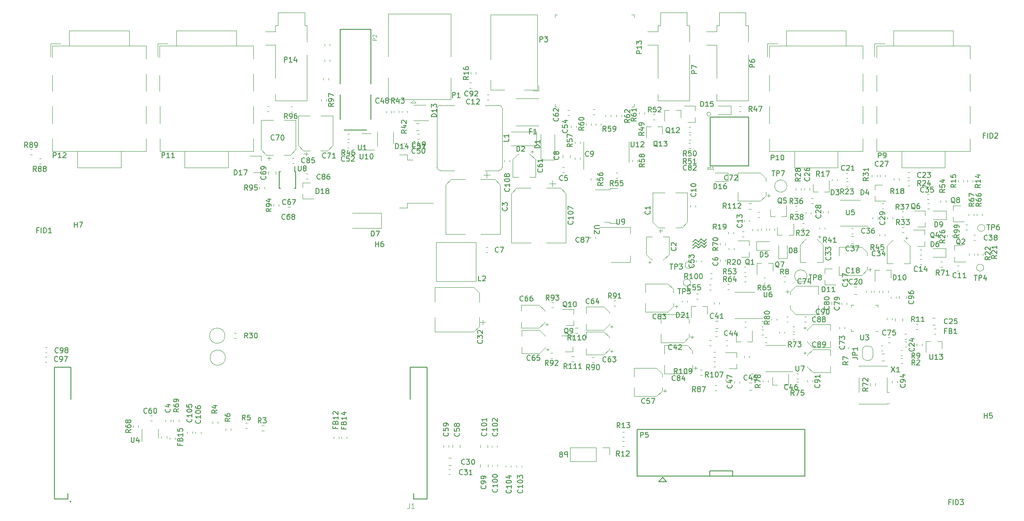
<source format=gbr>
G04 #@! TF.GenerationSoftware,KiCad,Pcbnew,5.1.11-e4df9d881f~92~ubuntu20.04.1*
G04 #@! TF.CreationDate,2021-12-20T18:09:23+01:00*
G04 #@! TF.ProjectId,bottom-board,626f7474-6f6d-42d6-926f-6172642e6b69,rev?*
G04 #@! TF.SameCoordinates,Original*
G04 #@! TF.FileFunction,Legend,Top*
G04 #@! TF.FilePolarity,Positive*
%FSLAX46Y46*%
G04 Gerber Fmt 4.6, Leading zero omitted, Abs format (unit mm)*
G04 Created by KiCad (PCBNEW 5.1.11-e4df9d881f~92~ubuntu20.04.1) date 2021-12-20 18:09:23*
%MOMM*%
%LPD*%
G01*
G04 APERTURE LIST*
%ADD10C,0.150000*%
%ADD11C,0.127000*%
%ADD12C,0.200000*%
%ADD13C,0.120000*%
%ADD14C,0.100000*%
%ADD15C,0.203200*%
%ADD16C,0.015000*%
G04 APERTURE END LIST*
D10*
X191939000Y-83526300D02*
X191405600Y-84097800D01*
X194085300Y-82827800D02*
X193590000Y-83373900D01*
X193043900Y-83462800D02*
X192510500Y-84047000D01*
X192510500Y-84047000D02*
X191939000Y-83526300D01*
X193018500Y-82853200D02*
X192485100Y-83437400D01*
X194110700Y-83437400D02*
X193615400Y-83983500D01*
X193590000Y-83373900D02*
X193018500Y-82853200D01*
X193615400Y-83983500D02*
X193043900Y-83462800D01*
X191913600Y-82916700D02*
X191380200Y-83488200D01*
X192485100Y-83437400D02*
X191913600Y-82916700D01*
X194085300Y-82827800D02*
X193590000Y-83373900D01*
X193018500Y-82853200D02*
X192485100Y-83437400D01*
X193590000Y-83373900D02*
X193018500Y-82853200D01*
X191913600Y-82916700D02*
X191380200Y-83488200D01*
X192485100Y-83437400D02*
X191913600Y-82916700D01*
X194059900Y-82218200D02*
X193564600Y-82764300D01*
X191888200Y-82307100D02*
X191354800Y-82878600D01*
X192459700Y-82827800D02*
X191888200Y-82307100D01*
X193564600Y-82764300D02*
X192993100Y-82243600D01*
X192993100Y-82243600D02*
X192459700Y-82827800D01*
D11*
X69580000Y-107410000D02*
X69580000Y-113640000D01*
X66310000Y-107410000D02*
X69580000Y-107410000D01*
X66310000Y-133260000D02*
X66310000Y-107410000D01*
X68910000Y-133260000D02*
X66310000Y-133260000D01*
X68910000Y-132160000D02*
X68910000Y-133260000D01*
X136040000Y-107410000D02*
X136040000Y-113640000D01*
X139310000Y-107410000D02*
X136040000Y-107410000D01*
X139310000Y-133260000D02*
X139310000Y-107410000D01*
X136710000Y-133260000D02*
X139310000Y-133260000D01*
X136710000Y-132160000D02*
X136710000Y-133260000D01*
D12*
X69535000Y-133760000D02*
G75*
G03*
X69535000Y-133760000I-100000J0D01*
G01*
D13*
X238612221Y-100885000D02*
X238937779Y-100885000D01*
X238612221Y-99865000D02*
X238937779Y-99865000D01*
X198810000Y-57870000D02*
X196260000Y-57870000D01*
X198810000Y-56170000D02*
X196260000Y-56170000D01*
X198810000Y-57870000D02*
X198810000Y-56170000D01*
X175040000Y-123160000D02*
X175040000Y-124490000D01*
X173710000Y-123160000D02*
X175040000Y-123160000D01*
X172440000Y-123160000D02*
X172440000Y-125820000D01*
X172440000Y-125820000D02*
X167300000Y-125820000D01*
X172440000Y-123160000D02*
X167300000Y-123160000D01*
X167300000Y-123160000D02*
X167300000Y-125820000D01*
D10*
X199140000Y-127706800D02*
X199140000Y-128710000D01*
X194640000Y-127706800D02*
X194640000Y-128710000D01*
X194640000Y-127706800D02*
X199140000Y-127706800D01*
X185460000Y-128986000D02*
X184698000Y-129875000D01*
X184698000Y-129875000D02*
X186222000Y-129875000D01*
X186222000Y-129875000D02*
X185460000Y-128986000D01*
X213340000Y-128710000D02*
X213340000Y-119610000D01*
X180440000Y-119610000D02*
X213340000Y-119610000D01*
X180440000Y-128710000D02*
X213340000Y-128710000D01*
X180440000Y-128710000D02*
X180440000Y-119610000D01*
D13*
X143567742Y-126606040D02*
X144084898Y-126606040D01*
X143567742Y-125186040D02*
X144084898Y-125186040D01*
X97290000Y-118392779D02*
X97290000Y-118067221D01*
X98310000Y-118392779D02*
X98310000Y-118067221D01*
X212060279Y-111310000D02*
X211734721Y-111310000D01*
X212060279Y-110290000D02*
X211734721Y-110290000D01*
X213310000Y-99460000D02*
X213310000Y-99960000D01*
X213060000Y-99710000D02*
X213560000Y-99710000D01*
X213800000Y-102465563D02*
X214864437Y-103530000D01*
X213800000Y-100074437D02*
X214864437Y-99010000D01*
X213800000Y-100074437D02*
X213800000Y-100210000D01*
X213800000Y-102465563D02*
X213800000Y-102330000D01*
X214864437Y-103530000D02*
X218320000Y-103530000D01*
X214864437Y-99010000D02*
X218320000Y-99010000D01*
X218320000Y-99010000D02*
X218320000Y-100210000D01*
X218320000Y-103530000D02*
X218320000Y-102330000D01*
X211272779Y-100460000D02*
X210947221Y-100460000D01*
X211272779Y-99440000D02*
X210947221Y-99440000D01*
X148907200Y-82962700D02*
X148907200Y-90544600D01*
X148907200Y-90544600D02*
X141058600Y-90544600D01*
X141058600Y-90544600D02*
X141058600Y-82962700D01*
X141058600Y-82962700D02*
X148907200Y-82962700D01*
X163850279Y-105660000D02*
X163524721Y-105660000D01*
X163850279Y-104640000D02*
X163524721Y-104640000D01*
X206090000Y-110325279D02*
X206090000Y-109999721D01*
X205070000Y-110325279D02*
X205070000Y-109999721D01*
X207518000Y-108224000D02*
X210968000Y-108224000D01*
X207518000Y-108224000D02*
X205568000Y-108224000D01*
X207518000Y-103104000D02*
X209468000Y-103104000D01*
X207518000Y-103104000D02*
X205568000Y-103104000D01*
X224600000Y-105350000D02*
X224600000Y-103950000D01*
X225300000Y-103250000D02*
X225900000Y-103250000D01*
X226600000Y-103950000D02*
X226600000Y-105350000D01*
X225900000Y-106050000D02*
X225300000Y-106050000D01*
X224600000Y-103950000D02*
G75*
G02*
X225300000Y-103250000I700000J0D01*
G01*
X225900000Y-103250000D02*
G75*
G02*
X226600000Y-103950000I0J-700000D01*
G01*
X226600000Y-105350000D02*
G75*
G02*
X225900000Y-106050000I-700000J0D01*
G01*
X225300000Y-106050000D02*
G75*
G02*
X224600000Y-105350000I0J700000D01*
G01*
X209800000Y-71900000D02*
G75*
G03*
X209800000Y-71900000I-1200000J0D01*
G01*
X212340000Y-86860000D02*
X213540000Y-86860000D01*
X216860000Y-86860000D02*
X215660000Y-86860000D01*
X216860000Y-83404437D02*
X216860000Y-86860000D01*
X212340000Y-83404437D02*
X212340000Y-86860000D01*
X213404437Y-82340000D02*
X213540000Y-82340000D01*
X215795563Y-82340000D02*
X215660000Y-82340000D01*
X215795563Y-82340000D02*
X216860000Y-83404437D01*
X213404437Y-82340000D02*
X212340000Y-83404437D01*
X216160000Y-81600000D02*
X216160000Y-82100000D01*
X216410000Y-81850000D02*
X215910000Y-81850000D01*
X134697221Y-64565000D02*
X135022779Y-64565000D01*
X134697221Y-63545000D02*
X135022779Y-63545000D01*
X165824721Y-69260000D02*
X166150279Y-69260000D01*
X165824721Y-68240000D02*
X166150279Y-68240000D01*
X150827221Y-83900000D02*
X151152779Y-83900000D01*
X150827221Y-84920000D02*
X151152779Y-84920000D01*
X165890000Y-66378578D02*
X165890000Y-65861422D01*
X167310000Y-66378578D02*
X167310000Y-65861422D01*
X169310000Y-66650279D02*
X169310000Y-66324721D01*
X168290000Y-66650279D02*
X168290000Y-66324721D01*
X190850000Y-75992779D02*
X190850000Y-75667221D01*
X191870000Y-75992779D02*
X191870000Y-75667221D01*
X238316422Y-99135000D02*
X238833578Y-99135000D01*
X238316422Y-97715000D02*
X238833578Y-97715000D01*
X143511141Y-127395180D02*
X143836699Y-127395180D01*
X143511141Y-128415180D02*
X143836699Y-128415180D01*
X132245000Y-57500279D02*
X132245000Y-57174721D01*
X131225000Y-57500279D02*
X131225000Y-57174721D01*
X137216422Y-61035000D02*
X137733578Y-61035000D01*
X137216422Y-59615000D02*
X137733578Y-59615000D01*
X137800279Y-61665000D02*
X137474721Y-61665000D01*
X137800279Y-62685000D02*
X137474721Y-62685000D01*
X123699721Y-63340000D02*
X124025279Y-63340000D01*
X123699721Y-64360000D02*
X124025279Y-64360000D01*
X168510000Y-60375279D02*
X168510000Y-60049721D01*
X167490000Y-60375279D02*
X167490000Y-60049721D01*
X144320000Y-123188578D02*
X144320000Y-122671422D01*
X145740000Y-123188578D02*
X145740000Y-122671422D01*
X143550000Y-123032779D02*
X143550000Y-122707221D01*
X142530000Y-123032779D02*
X142530000Y-122707221D01*
X85137221Y-116860000D02*
X85462779Y-116860000D01*
X85137221Y-117880000D02*
X85462779Y-117880000D01*
X136650000Y-59075000D02*
X139600000Y-59075000D01*
X139050000Y-55975000D02*
X136650000Y-55975000D01*
X132675000Y-63630000D02*
X132675000Y-61230000D01*
X129575000Y-61230000D02*
X129575000Y-64180000D01*
X131676971Y-50639976D02*
X131676971Y-54899976D01*
X131676971Y-54899976D02*
X143996971Y-54899976D01*
X143996971Y-54899976D02*
X143996971Y-50639976D01*
X131676971Y-46539976D02*
X131676971Y-38179976D01*
X131676971Y-38179976D02*
X143996971Y-38179976D01*
X143996971Y-38179976D02*
X143996971Y-46539976D01*
X136586971Y-55119976D02*
X136086971Y-55619976D01*
X136086971Y-55619976D02*
X137086971Y-55619976D01*
X137086971Y-55619976D02*
X136586971Y-55119976D01*
X196010000Y-44230000D02*
X194010000Y-44230000D01*
X196010000Y-41630000D02*
X194010000Y-41630000D01*
X196010000Y-50730000D02*
X196010000Y-44230000D01*
X196010000Y-55130000D02*
X196010000Y-53930000D01*
X202210000Y-55130000D02*
X196010000Y-55130000D01*
X202210000Y-46230000D02*
X202210000Y-55130000D01*
X202210000Y-40430000D02*
X202210000Y-43630000D01*
X201710000Y-40430000D02*
X202210000Y-40430000D01*
X201710000Y-37930000D02*
X201710000Y-40430000D01*
X196510000Y-37930000D02*
X201710000Y-37930000D01*
X196510000Y-40430000D02*
X196510000Y-37930000D01*
X196010000Y-40430000D02*
X196510000Y-40430000D01*
X196010000Y-41630000D02*
X196010000Y-40430000D01*
X184510000Y-41630000D02*
X184510000Y-40430000D01*
X184510000Y-40430000D02*
X185010000Y-40430000D01*
X185010000Y-40430000D02*
X185010000Y-37930000D01*
X185010000Y-37930000D02*
X190210000Y-37930000D01*
X190210000Y-37930000D02*
X190210000Y-40430000D01*
X190210000Y-40430000D02*
X190710000Y-40430000D01*
X190710000Y-40430000D02*
X190710000Y-43630000D01*
X190710000Y-46230000D02*
X190710000Y-55130000D01*
X190710000Y-55130000D02*
X184510000Y-55130000D01*
X184510000Y-55130000D02*
X184510000Y-53930000D01*
X184510000Y-50730000D02*
X184510000Y-44230000D01*
X184510000Y-41630000D02*
X182510000Y-41630000D01*
X184510000Y-44230000D02*
X182510000Y-44230000D01*
X135382280Y-57164761D02*
X135382280Y-57490319D01*
X134362280Y-57164761D02*
X134362280Y-57490319D01*
X133795000Y-57487779D02*
X133795000Y-57162221D01*
X132775000Y-57487779D02*
X132775000Y-57162221D01*
X124037779Y-62735000D02*
X123712221Y-62735000D01*
X124037779Y-61715000D02*
X123712221Y-61715000D01*
X190962779Y-61890000D02*
X190637221Y-61890000D01*
X190962779Y-62910000D02*
X190637221Y-62910000D01*
X183624721Y-57890000D02*
X183950279Y-57890000D01*
X183624721Y-58910000D02*
X183950279Y-58910000D01*
X176349721Y-70310000D02*
X176675279Y-70310000D01*
X176349721Y-69290000D02*
X176675279Y-69290000D01*
X172380000Y-70379721D02*
X172380000Y-70705279D01*
X171360000Y-70379721D02*
X171360000Y-70705279D01*
X169310000Y-63224721D02*
X169310000Y-63550279D01*
X168290000Y-63224721D02*
X168290000Y-63550279D01*
X180510000Y-66737221D02*
X180510000Y-67062779D01*
X179490000Y-66737221D02*
X179490000Y-67062779D01*
X101885279Y-100720000D02*
X101559721Y-100720000D01*
X101885279Y-101740000D02*
X101559721Y-101740000D01*
X135410000Y-66730000D02*
X136510000Y-66730000D01*
X135410000Y-65780000D02*
X135410000Y-66730000D01*
X133910000Y-65780000D02*
X135410000Y-65780000D01*
X135410000Y-75230000D02*
X140535000Y-75230000D01*
X135410000Y-76180000D02*
X135410000Y-75230000D01*
X133910000Y-76180000D02*
X135410000Y-76180000D01*
X86650000Y-121290000D02*
X86650000Y-119490000D01*
X83430000Y-119490000D02*
X83430000Y-121940000D01*
X169965000Y-65200000D02*
X169965000Y-68650000D01*
X169965000Y-65200000D02*
X169965000Y-63250000D01*
X178835000Y-65200000D02*
X178835000Y-67150000D01*
X178835000Y-65200000D02*
X178835000Y-63250000D01*
X240180000Y-102290000D02*
X240180000Y-103750000D01*
X237020000Y-102290000D02*
X237020000Y-104450000D01*
X237020000Y-102290000D02*
X237950000Y-102290000D01*
X240180000Y-102290000D02*
X239250000Y-102290000D01*
X161178752Y-54755000D02*
X156771248Y-54755000D01*
X161178752Y-60095000D02*
X156771248Y-60095000D01*
X188980000Y-57010000D02*
X188050000Y-57010000D01*
X185820000Y-57010000D02*
X186750000Y-57010000D01*
X185820000Y-57010000D02*
X185820000Y-59170000D01*
X188980000Y-57010000D02*
X188980000Y-58470000D01*
X185380000Y-60240000D02*
X185380000Y-61700000D01*
X182220000Y-60240000D02*
X182220000Y-62400000D01*
X182220000Y-60240000D02*
X183150000Y-60240000D01*
X185380000Y-60240000D02*
X184450000Y-60240000D01*
X130360000Y-77170000D02*
X124660000Y-77170000D01*
X130360000Y-80170000D02*
X130360000Y-77170000D01*
X124660000Y-80170000D02*
X130360000Y-80170000D01*
X172290000Y-59649721D02*
X172290000Y-59975279D01*
X173310000Y-59649721D02*
X173310000Y-59975279D01*
X170490000Y-59649721D02*
X170490000Y-59975279D01*
X171510000Y-59649721D02*
X171510000Y-59975279D01*
X176420000Y-57977221D02*
X176420000Y-58302779D01*
X177440000Y-57977221D02*
X177440000Y-58302779D01*
X175310000Y-57987221D02*
X175310000Y-58312779D01*
X174290000Y-57987221D02*
X174290000Y-58312779D01*
X172150279Y-57910000D02*
X171824721Y-57910000D01*
X172150279Y-56890000D02*
X171824721Y-56890000D01*
X180890000Y-57424721D02*
X180890000Y-57750279D01*
X181910000Y-57424721D02*
X181910000Y-57750279D01*
X190962779Y-61310000D02*
X190637221Y-61310000D01*
X190962779Y-60290000D02*
X190637221Y-60290000D01*
X200762779Y-56290000D02*
X200437221Y-56290000D01*
X200762779Y-57310000D02*
X200437221Y-57310000D01*
X140800000Y-91770000D02*
X140800000Y-94620000D01*
X140800000Y-100490000D02*
X140800000Y-97640000D01*
X148455563Y-100490000D02*
X140800000Y-100490000D01*
X148455563Y-91770000D02*
X140800000Y-91770000D01*
X149520000Y-92834437D02*
X149520000Y-94620000D01*
X149520000Y-99425563D02*
X149520000Y-97640000D01*
X149520000Y-99425563D02*
X148455563Y-100490000D01*
X149520000Y-92834437D02*
X148455563Y-91770000D01*
X150760000Y-98640000D02*
X149760000Y-98640000D01*
X150260000Y-99140000D02*
X150260000Y-98140000D01*
X151437779Y-53940000D02*
X151112221Y-53940000D01*
X151437779Y-54960000D02*
X151112221Y-54960000D01*
X227910000Y-92775279D02*
X227910000Y-92449721D01*
X226890000Y-92775279D02*
X226890000Y-92449721D01*
X229610000Y-92762779D02*
X229610000Y-92437221D01*
X228590000Y-92762779D02*
X228590000Y-92437221D01*
X223620279Y-90950000D02*
X223294721Y-90950000D01*
X223620279Y-89930000D02*
X223294721Y-89930000D01*
X226070500Y-88611500D02*
X226070500Y-87986500D01*
X226383000Y-88299000D02*
X225758000Y-88299000D01*
X225518000Y-84918437D02*
X224453563Y-83854000D01*
X225518000Y-88309563D02*
X224453563Y-89374000D01*
X225518000Y-88309563D02*
X225518000Y-87674000D01*
X225518000Y-84918437D02*
X225518000Y-85554000D01*
X224453563Y-83854000D02*
X219998000Y-83854000D01*
X224453563Y-89374000D02*
X219998000Y-89374000D01*
X219998000Y-89374000D02*
X219998000Y-87674000D01*
X219998000Y-83854000D02*
X219998000Y-85554000D01*
X226310000Y-92775279D02*
X226310000Y-92449721D01*
X225290000Y-92775279D02*
X225290000Y-92449721D01*
X221394721Y-70400000D02*
X221720279Y-70400000D01*
X221394721Y-69380000D02*
X221720279Y-69380000D01*
X233474721Y-70270000D02*
X233800279Y-70270000D01*
X233474721Y-69250000D02*
X233800279Y-69250000D01*
X217910000Y-76849721D02*
X217910000Y-77175279D01*
X216890000Y-76849721D02*
X216890000Y-77175279D01*
X227610000Y-78037221D02*
X227610000Y-78362779D01*
X226590000Y-78037221D02*
X226590000Y-78362779D01*
X229388000Y-87096000D02*
X230588000Y-87096000D01*
X233908000Y-87096000D02*
X232708000Y-87096000D01*
X233908000Y-83640437D02*
X233908000Y-87096000D01*
X229388000Y-83640437D02*
X229388000Y-87096000D01*
X230452437Y-82576000D02*
X230588000Y-82576000D01*
X232843563Y-82576000D02*
X232708000Y-82576000D01*
X232843563Y-82576000D02*
X233908000Y-83640437D01*
X230452437Y-82576000D02*
X229388000Y-83640437D01*
X233208000Y-81836000D02*
X233208000Y-82336000D01*
X233458000Y-82086000D02*
X232958000Y-82086000D01*
X222417221Y-81210000D02*
X222742779Y-81210000D01*
X222417221Y-80190000D02*
X222742779Y-80190000D01*
X196235279Y-96765000D02*
X195909721Y-96765000D01*
X196235279Y-97785000D02*
X195909721Y-97785000D01*
X203110279Y-108665000D02*
X202784721Y-108665000D01*
X203110279Y-109685000D02*
X202784721Y-109685000D01*
X211737221Y-108710000D02*
X212062779Y-108710000D01*
X211737221Y-109730000D02*
X212062779Y-109730000D01*
X166799721Y-56990000D02*
X167125279Y-56990000D01*
X166799721Y-58010000D02*
X167125279Y-58010000D01*
X175500000Y-104510000D02*
X175500000Y-104010000D01*
X175750000Y-104260000D02*
X175250000Y-104260000D01*
X175010000Y-101504437D02*
X173945563Y-100440000D01*
X175010000Y-103895563D02*
X173945563Y-104960000D01*
X175010000Y-103895563D02*
X175010000Y-103760000D01*
X175010000Y-101504437D02*
X175010000Y-101640000D01*
X173945563Y-100440000D02*
X170490000Y-100440000D01*
X173945563Y-104960000D02*
X170490000Y-104960000D01*
X170490000Y-104960000D02*
X170490000Y-103760000D01*
X170490000Y-100440000D02*
X170490000Y-101640000D01*
X170490000Y-95590000D02*
X170490000Y-96790000D01*
X170490000Y-100110000D02*
X170490000Y-98910000D01*
X173945563Y-100110000D02*
X170490000Y-100110000D01*
X173945563Y-95590000D02*
X170490000Y-95590000D01*
X175010000Y-96654437D02*
X175010000Y-96790000D01*
X175010000Y-99045563D02*
X175010000Y-98910000D01*
X175010000Y-99045563D02*
X173945563Y-100110000D01*
X175010000Y-96654437D02*
X173945563Y-95590000D01*
X175750000Y-99410000D02*
X175250000Y-99410000D01*
X175500000Y-99660000D02*
X175500000Y-99160000D01*
X157890000Y-100150000D02*
X157890000Y-101350000D01*
X157890000Y-104670000D02*
X157890000Y-103470000D01*
X161345563Y-104670000D02*
X157890000Y-104670000D01*
X161345563Y-100150000D02*
X157890000Y-100150000D01*
X162410000Y-101214437D02*
X162410000Y-101350000D01*
X162410000Y-103605563D02*
X162410000Y-103470000D01*
X162410000Y-103605563D02*
X161345563Y-104670000D01*
X162410000Y-101214437D02*
X161345563Y-100150000D01*
X163150000Y-103970000D02*
X162650000Y-103970000D01*
X162900000Y-104220000D02*
X162900000Y-103720000D01*
X162800000Y-99260000D02*
X162800000Y-98760000D01*
X163050000Y-99010000D02*
X162550000Y-99010000D01*
X162310000Y-96254437D02*
X161245563Y-95190000D01*
X162310000Y-98645563D02*
X161245563Y-99710000D01*
X162310000Y-98645563D02*
X162310000Y-98510000D01*
X162310000Y-96254437D02*
X162310000Y-96390000D01*
X161245563Y-95190000D02*
X157790000Y-95190000D01*
X161245563Y-99710000D02*
X157790000Y-99710000D01*
X157790000Y-99710000D02*
X157790000Y-98510000D01*
X157790000Y-95190000D02*
X157790000Y-96390000D01*
X112375279Y-75410000D02*
X112049721Y-75410000D01*
X112375279Y-74390000D02*
X112049721Y-74390000D01*
X113610000Y-58990000D02*
X111260000Y-58990000D01*
X106790000Y-58990000D02*
X109140000Y-58990000D01*
X106790000Y-64745563D02*
X106790000Y-58990000D01*
X113610000Y-64745563D02*
X113610000Y-58990000D01*
X112545563Y-65810000D02*
X111260000Y-65810000D01*
X107854437Y-65810000D02*
X109140000Y-65810000D01*
X107854437Y-65810000D02*
X106790000Y-64745563D01*
X112545563Y-65810000D02*
X113610000Y-64745563D01*
X108352500Y-66837500D02*
X108352500Y-66050000D01*
X107958750Y-66443750D02*
X108746250Y-66443750D01*
X115208750Y-65593750D02*
X115996250Y-65593750D01*
X115602500Y-65987500D02*
X115602500Y-65200000D01*
X119795563Y-64960000D02*
X120860000Y-63895563D01*
X115104437Y-64960000D02*
X114040000Y-63895563D01*
X115104437Y-64960000D02*
X116390000Y-64960000D01*
X119795563Y-64960000D02*
X118510000Y-64960000D01*
X120860000Y-63895563D02*
X120860000Y-58140000D01*
X114040000Y-63895563D02*
X114040000Y-58140000D01*
X114040000Y-58140000D02*
X116390000Y-58140000D01*
X120860000Y-58140000D02*
X118510000Y-58140000D01*
X203800000Y-82750000D02*
X206350000Y-82750000D01*
X203800000Y-84450000D02*
X206350000Y-84450000D01*
X203800000Y-82750000D02*
X203800000Y-84450000D01*
X240900000Y-85850000D02*
X240900000Y-84150000D01*
X240900000Y-84150000D02*
X238350000Y-84150000D01*
X240900000Y-85850000D02*
X238350000Y-85850000D01*
X208150000Y-86050000D02*
X209850000Y-86050000D01*
X209850000Y-86050000D02*
X209850000Y-83500000D01*
X208150000Y-86050000D02*
X208150000Y-83500000D01*
X241000000Y-78450000D02*
X238450000Y-78450000D01*
X241000000Y-76750000D02*
X238450000Y-76750000D01*
X241000000Y-78450000D02*
X241000000Y-76750000D01*
D10*
X128285000Y-51835000D02*
X128285000Y-41155000D01*
X122285000Y-51835000D02*
X122285000Y-41155000D01*
X122285000Y-41155000D02*
X128285000Y-41155000D01*
X122285000Y-54015000D02*
X122285000Y-58835000D01*
X127485000Y-60928500D02*
X123085000Y-60928500D01*
X128285000Y-54015000D02*
X128285000Y-58835000D01*
D13*
X160930453Y-53030000D02*
X158330453Y-53030000D01*
X160930453Y-38330000D02*
X160930453Y-53030000D01*
X151730453Y-53030000D02*
X151730453Y-51130000D01*
X154430453Y-53030000D02*
X151730453Y-53030000D01*
X151730453Y-38330000D02*
X160930453Y-38330000D01*
X151730453Y-47130000D02*
X151730453Y-38330000D01*
X161130453Y-52180000D02*
X161130453Y-53230000D01*
X160080453Y-53230000D02*
X161130453Y-53230000D01*
X227335000Y-44430000D02*
X245635000Y-44430000D01*
X245635000Y-44430000D02*
X245635000Y-46980000D01*
X245635000Y-49890000D02*
X245635000Y-53320000D01*
X245635000Y-56240000D02*
X245635000Y-59670000D01*
X227345000Y-59670000D02*
X227345000Y-56240000D01*
X227335000Y-53330000D02*
X227335000Y-50180000D01*
X227335000Y-46680000D02*
X227335000Y-44430000D01*
X227345000Y-65040000D02*
X227345000Y-62590000D01*
X245635000Y-65040000D02*
X245635000Y-62590000D01*
X227345000Y-65040000D02*
X245635000Y-65040000D01*
X242345000Y-41430000D02*
X242345000Y-44430000D01*
X230645000Y-41430000D02*
X242345000Y-41430000D01*
X230645000Y-41430000D02*
X230645000Y-44430000D01*
X232235000Y-65070000D02*
X232235000Y-68290000D01*
X232235000Y-68310000D02*
X240715000Y-68310000D01*
X240745000Y-65070000D02*
X240745000Y-68290000D01*
X228935000Y-44030000D02*
X226935000Y-44030000D01*
X226935000Y-44030000D02*
X226935000Y-46530000D01*
X206335000Y-44430000D02*
X224635000Y-44430000D01*
X224635000Y-44430000D02*
X224635000Y-46980000D01*
X224635000Y-49890000D02*
X224635000Y-53320000D01*
X224635000Y-56240000D02*
X224635000Y-59670000D01*
X206345000Y-59670000D02*
X206345000Y-56240000D01*
X206335000Y-53330000D02*
X206335000Y-50180000D01*
X206335000Y-46680000D02*
X206335000Y-44430000D01*
X206345000Y-65040000D02*
X206345000Y-62590000D01*
X224635000Y-65040000D02*
X224635000Y-62590000D01*
X206345000Y-65040000D02*
X224635000Y-65040000D01*
X221345000Y-41430000D02*
X221345000Y-44430000D01*
X209645000Y-41430000D02*
X221345000Y-41430000D01*
X209645000Y-41430000D02*
X209645000Y-44430000D01*
X211235000Y-65070000D02*
X211235000Y-68290000D01*
X211235000Y-68310000D02*
X219715000Y-68310000D01*
X219745000Y-65070000D02*
X219745000Y-68290000D01*
X207935000Y-44030000D02*
X205935000Y-44030000D01*
X205935000Y-44030000D02*
X205935000Y-46530000D01*
X86935000Y-44430000D02*
X105235000Y-44430000D01*
X105235000Y-44430000D02*
X105235000Y-46980000D01*
X105235000Y-49890000D02*
X105235000Y-53320000D01*
X105235000Y-56240000D02*
X105235000Y-59670000D01*
X86945000Y-59670000D02*
X86945000Y-56240000D01*
X86935000Y-53330000D02*
X86935000Y-50180000D01*
X86935000Y-46680000D02*
X86935000Y-44430000D01*
X86945000Y-65040000D02*
X86945000Y-62590000D01*
X105235000Y-65040000D02*
X105235000Y-62590000D01*
X86945000Y-65040000D02*
X105235000Y-65040000D01*
X101945000Y-41430000D02*
X101945000Y-44430000D01*
X90245000Y-41430000D02*
X101945000Y-41430000D01*
X90245000Y-41430000D02*
X90245000Y-44430000D01*
X91835000Y-65070000D02*
X91835000Y-68290000D01*
X91835000Y-68310000D02*
X100315000Y-68310000D01*
X100345000Y-65070000D02*
X100345000Y-68290000D01*
X88535000Y-44030000D02*
X86535000Y-44030000D01*
X86535000Y-44030000D02*
X86535000Y-46530000D01*
X65935000Y-44430000D02*
X84235000Y-44430000D01*
X84235000Y-44430000D02*
X84235000Y-46980000D01*
X84235000Y-49890000D02*
X84235000Y-53320000D01*
X84235000Y-56240000D02*
X84235000Y-59670000D01*
X65945000Y-59670000D02*
X65945000Y-56240000D01*
X65935000Y-53330000D02*
X65935000Y-50180000D01*
X65935000Y-46680000D02*
X65935000Y-44430000D01*
X65945000Y-65040000D02*
X65945000Y-62590000D01*
X84235000Y-65040000D02*
X84235000Y-62590000D01*
X65945000Y-65040000D02*
X84235000Y-65040000D01*
X80945000Y-41430000D02*
X80945000Y-44430000D01*
X69245000Y-41430000D02*
X80945000Y-41430000D01*
X69245000Y-41430000D02*
X69245000Y-44430000D01*
X70835000Y-65070000D02*
X70835000Y-68290000D01*
X70835000Y-68310000D02*
X79315000Y-68310000D01*
X79345000Y-65070000D02*
X79345000Y-68290000D01*
X67535000Y-44030000D02*
X65535000Y-44030000D01*
X65535000Y-44030000D02*
X65535000Y-46530000D01*
D14*
X179835000Y-56310000D02*
X179335000Y-56310000D01*
X179835000Y-56310000D02*
X179835000Y-55810000D01*
X164335000Y-56310000D02*
X164835000Y-56310000D01*
X164335000Y-56310000D02*
X164335000Y-55810000D01*
X179835000Y-38310000D02*
X179335000Y-38310000D01*
X179835000Y-38310000D02*
X179835000Y-38810000D01*
X164335000Y-38310000D02*
X164835000Y-38310000D01*
X164335000Y-38310000D02*
X164335000Y-38810000D01*
D13*
X109610000Y-44230000D02*
X107610000Y-44230000D01*
X109610000Y-41630000D02*
X107610000Y-41630000D01*
X109610000Y-50730000D02*
X109610000Y-44230000D01*
X109610000Y-55130000D02*
X109610000Y-53930000D01*
X115810000Y-55130000D02*
X109610000Y-55130000D01*
X115810000Y-46230000D02*
X115810000Y-55130000D01*
X115810000Y-40430000D02*
X115810000Y-43630000D01*
X115310000Y-40430000D02*
X115810000Y-40430000D01*
X115310000Y-37930000D02*
X115310000Y-40430000D01*
X110110000Y-37930000D02*
X115310000Y-37930000D01*
X110110000Y-40430000D02*
X110110000Y-37930000D01*
X109610000Y-40430000D02*
X110110000Y-40430000D01*
X109610000Y-41630000D02*
X109610000Y-40430000D01*
X235087221Y-99990000D02*
X235412779Y-99990000D01*
X235087221Y-98970000D02*
X235412779Y-98970000D01*
X177892779Y-122900000D02*
X177567221Y-122900000D01*
X177892779Y-121880000D02*
X177567221Y-121880000D01*
X177892779Y-120110000D02*
X177567221Y-120110000D01*
X177892779Y-121130000D02*
X177567221Y-121130000D01*
X245110000Y-71095279D02*
X245110000Y-70769721D01*
X246130000Y-71095279D02*
X246130000Y-70769721D01*
X244380000Y-71082779D02*
X244380000Y-70757221D01*
X243360000Y-71082779D02*
X243360000Y-70757221D01*
X219680000Y-70865279D02*
X219680000Y-70539721D01*
X218660000Y-70865279D02*
X218660000Y-70539721D01*
X230740000Y-70735279D02*
X230740000Y-70409721D01*
X231760000Y-70735279D02*
X231760000Y-70409721D01*
X199410000Y-84350279D02*
X199410000Y-84024721D01*
X198390000Y-84350279D02*
X198390000Y-84024721D01*
X245490000Y-85149721D02*
X245490000Y-85475279D01*
X246510000Y-85149721D02*
X246510000Y-85475279D01*
X221745279Y-72000000D02*
X221419721Y-72000000D01*
X221745279Y-70980000D02*
X221419721Y-70980000D01*
X233800279Y-70850000D02*
X233474721Y-70850000D01*
X233800279Y-71870000D02*
X233474721Y-71870000D01*
X201375279Y-81810000D02*
X201049721Y-81810000D01*
X201375279Y-80790000D02*
X201049721Y-80790000D01*
X241190000Y-81850279D02*
X241190000Y-81524721D01*
X242210000Y-81850279D02*
X242210000Y-81524721D01*
X203090000Y-80337221D02*
X203090000Y-80662779D01*
X204110000Y-80337221D02*
X204110000Y-80662779D01*
X212510000Y-72347221D02*
X212510000Y-72672779D01*
X211490000Y-72347221D02*
X211490000Y-72672779D01*
X227460000Y-69724721D02*
X227460000Y-70050279D01*
X226440000Y-69724721D02*
X226440000Y-70050279D01*
X212837221Y-79190000D02*
X213162779Y-79190000D01*
X212837221Y-80210000D02*
X213162779Y-80210000D01*
X232675279Y-79990000D02*
X232349721Y-79990000D01*
X232675279Y-81010000D02*
X232349721Y-81010000D01*
X214549721Y-75310000D02*
X214875279Y-75310000D01*
X214549721Y-74290000D02*
X214875279Y-74290000D01*
X228750279Y-76310000D02*
X228424721Y-76310000D01*
X228750279Y-75290000D02*
X228424721Y-75290000D01*
X211449721Y-75790000D02*
X211775279Y-75790000D01*
X211449721Y-76810000D02*
X211775279Y-76810000D01*
X232650279Y-76890000D02*
X232324721Y-76890000D01*
X232650279Y-77910000D02*
X232324721Y-77910000D01*
X214510000Y-77350279D02*
X214510000Y-77024721D01*
X213490000Y-77350279D02*
X213490000Y-77024721D01*
X230510000Y-78350279D02*
X230510000Y-78024721D01*
X229490000Y-78350279D02*
X229490000Y-78024721D01*
X205810000Y-80249721D02*
X205810000Y-80575279D01*
X204790000Y-80249721D02*
X204790000Y-80575279D01*
X216190000Y-80350279D02*
X216190000Y-80024721D01*
X217210000Y-80350279D02*
X217210000Y-80024721D01*
X237324721Y-76310000D02*
X237650279Y-76310000D01*
X237324721Y-75290000D02*
X237650279Y-75290000D01*
X227990000Y-81675279D02*
X227990000Y-81349721D01*
X229010000Y-81675279D02*
X229010000Y-81349721D01*
X201750279Y-87790000D02*
X201424721Y-87790000D01*
X201750279Y-88810000D02*
X201424721Y-88810000D01*
X239890000Y-75075279D02*
X239890000Y-74749721D01*
X240910000Y-75075279D02*
X240910000Y-74749721D01*
X205550279Y-90910000D02*
X205224721Y-90910000D01*
X205550279Y-89890000D02*
X205224721Y-89890000D01*
X246410000Y-77349721D02*
X246410000Y-77675279D01*
X245390000Y-77349721D02*
X245390000Y-77675279D01*
X63337221Y-66546000D02*
X63662779Y-66546000D01*
X63337221Y-67566000D02*
X63662779Y-67566000D01*
X61559221Y-64768000D02*
X61884779Y-64768000D01*
X61559221Y-65788000D02*
X61884779Y-65788000D01*
X171962779Y-106510000D02*
X171637221Y-106510000D01*
X171962779Y-105490000D02*
X171637221Y-105490000D01*
X176205279Y-94390000D02*
X175879721Y-94390000D01*
X176205279Y-95410000D02*
X175879721Y-95410000D01*
X164000279Y-95760000D02*
X163674721Y-95760000D01*
X164000279Y-94740000D02*
X163674721Y-94740000D01*
X109240000Y-75825279D02*
X109240000Y-75499721D01*
X110260000Y-75825279D02*
X110260000Y-75499721D01*
X107470000Y-72402779D02*
X107470000Y-72077221D01*
X106450000Y-72402779D02*
X106450000Y-72077221D01*
X112925279Y-56340000D02*
X112599721Y-56340000D01*
X112925279Y-57360000D02*
X112599721Y-57360000D01*
X119610000Y-54899721D02*
X119610000Y-55225279D01*
X118590000Y-54899721D02*
X118590000Y-55225279D01*
D10*
X113400000Y-69075000D02*
X113400000Y-68000000D01*
X110325000Y-69075000D02*
X110325000Y-72325000D01*
X113575000Y-69075000D02*
X113575000Y-72325000D01*
X110325000Y-69075000D02*
X110600000Y-69075000D01*
X110325000Y-72325000D02*
X110600000Y-72325000D01*
X113575000Y-72325000D02*
X113300000Y-72325000D01*
X113575000Y-69075000D02*
X113400000Y-69075000D01*
D13*
X202360000Y-85780000D02*
X200900000Y-85780000D01*
X202360000Y-82620000D02*
X200200000Y-82620000D01*
X202360000Y-82620000D02*
X202360000Y-83550000D01*
X202360000Y-85780000D02*
X202360000Y-84850000D01*
X242640000Y-83570000D02*
X242640000Y-84500000D01*
X242640000Y-86730000D02*
X242640000Y-85800000D01*
X242640000Y-86730000D02*
X244800000Y-86730000D01*
X242640000Y-83570000D02*
X244100000Y-83570000D01*
X207920000Y-81460000D02*
X208850000Y-81460000D01*
X211080000Y-81460000D02*
X210150000Y-81460000D01*
X211080000Y-81460000D02*
X211080000Y-79300000D01*
X207920000Y-81460000D02*
X207920000Y-80000000D01*
X236760000Y-83680000D02*
X235300000Y-83680000D01*
X236760000Y-80520000D02*
X234600000Y-80520000D01*
X236760000Y-80520000D02*
X236760000Y-81450000D01*
X236760000Y-83680000D02*
X236760000Y-82750000D01*
X206520000Y-77860000D02*
X206520000Y-76400000D01*
X209680000Y-77860000D02*
X209680000Y-75700000D01*
X209680000Y-77860000D02*
X208750000Y-77860000D01*
X206520000Y-77860000D02*
X207450000Y-77860000D01*
X236860000Y-79930000D02*
X236860000Y-79000000D01*
X236860000Y-76770000D02*
X236860000Y-77700000D01*
X236860000Y-76770000D02*
X234700000Y-76770000D01*
X236860000Y-79930000D02*
X235400000Y-79930000D01*
X207080000Y-87040000D02*
X207080000Y-88500000D01*
X203920000Y-87040000D02*
X203920000Y-89200000D01*
X203920000Y-87040000D02*
X204850000Y-87040000D01*
X207080000Y-87040000D02*
X206150000Y-87040000D01*
X242340000Y-75720000D02*
X243800000Y-75720000D01*
X242340000Y-78880000D02*
X244500000Y-78880000D01*
X242340000Y-78880000D02*
X242340000Y-77950000D01*
X242340000Y-75720000D02*
X242340000Y-76650000D01*
X167810000Y-104380000D02*
X167810000Y-103450000D01*
X167810000Y-101220000D02*
X167810000Y-102150000D01*
X167810000Y-101220000D02*
X165650000Y-101220000D01*
X167810000Y-104380000D02*
X166350000Y-104380000D01*
X168010000Y-99180000D02*
X168010000Y-98250000D01*
X168010000Y-96020000D02*
X168010000Y-96950000D01*
X168010000Y-96020000D02*
X165850000Y-96020000D01*
X168010000Y-99180000D02*
X166550000Y-99180000D01*
X213700000Y-89525000D02*
G75*
G03*
X213700000Y-89525000I-1200000J0D01*
G01*
X222200000Y-74640000D02*
X220250000Y-74640000D01*
X222200000Y-74640000D02*
X224150000Y-74640000D01*
X222200000Y-79760000D02*
X220250000Y-79760000D01*
X222200000Y-79760000D02*
X225650000Y-79760000D01*
X201560000Y-97810000D02*
X205010000Y-97810000D01*
X201560000Y-97810000D02*
X199610000Y-97810000D01*
X201560000Y-92690000D02*
X203510000Y-92690000D01*
X201560000Y-92690000D02*
X199610000Y-92690000D01*
X211272779Y-100980000D02*
X210947221Y-100980000D01*
X211272779Y-102000000D02*
X210947221Y-102000000D01*
X205885279Y-102585000D02*
X205559721Y-102585000D01*
X205885279Y-101565000D02*
X205559721Y-101565000D01*
X198340000Y-81200279D02*
X198340000Y-80874721D01*
X199360000Y-81200279D02*
X199360000Y-80874721D01*
X227135000Y-100410000D02*
X227610000Y-100410000D01*
X222390000Y-95190000D02*
X222390000Y-95665000D01*
X222865000Y-95190000D02*
X222390000Y-95190000D01*
X227610000Y-95190000D02*
X227610000Y-95665000D01*
X227135000Y-95190000D02*
X227610000Y-95190000D01*
X222390000Y-100410000D02*
X222390000Y-99935000D01*
X222865000Y-100410000D02*
X222390000Y-100410000D01*
X248210000Y-85450279D02*
X248210000Y-85124721D01*
X247190000Y-85450279D02*
X247190000Y-85124721D01*
X201762779Y-90610000D02*
X201437221Y-90610000D01*
X201762779Y-89590000D02*
X201437221Y-89590000D01*
X246990000Y-77650279D02*
X246990000Y-77324721D01*
X248010000Y-77650279D02*
X248010000Y-77324721D01*
X233207779Y-101890000D02*
X232882221Y-101890000D01*
X233207779Y-100870000D02*
X232882221Y-100870000D01*
X232402779Y-105635000D02*
X232077221Y-105635000D01*
X232402779Y-106655000D02*
X232077221Y-106655000D01*
X104050279Y-118290000D02*
X103724721Y-118290000D01*
X104050279Y-119310000D02*
X103724721Y-119310000D01*
X100850000Y-119459721D02*
X100850000Y-119785279D01*
X99830000Y-119459721D02*
X99830000Y-119785279D01*
X220830000Y-103479721D02*
X220830000Y-103805279D01*
X221850000Y-103479721D02*
X221850000Y-103805279D01*
X232074721Y-105085000D02*
X232400279Y-105085000D01*
X232074721Y-104065000D02*
X232400279Y-104065000D01*
X232912221Y-102440000D02*
X233237779Y-102440000D01*
X232912221Y-103460000D02*
X233237779Y-103460000D01*
X214260000Y-72662779D02*
X214260000Y-72337221D01*
X213240000Y-72662779D02*
X213240000Y-72337221D01*
X228040000Y-70050279D02*
X228040000Y-69724721D01*
X229060000Y-70050279D02*
X229060000Y-69724721D01*
X235849721Y-85410000D02*
X236175279Y-85410000D01*
X235849721Y-84390000D02*
X236175279Y-84390000D01*
X191260000Y-87380000D02*
G75*
G03*
X191260000Y-87380000I-700000J0D01*
G01*
X248350000Y-87900000D02*
G75*
G03*
X248350000Y-87900000I-700000J0D01*
G01*
X190910000Y-90830000D02*
G75*
G03*
X190910000Y-90830000I-700000J0D01*
G01*
X248550000Y-80100000D02*
G75*
G03*
X248550000Y-80100000I-700000J0D01*
G01*
X121000000Y-121402779D02*
X121000000Y-121077221D01*
X122020000Y-121402779D02*
X122020000Y-121077221D01*
X87280000Y-121302779D02*
X87280000Y-120977221D01*
X88300000Y-121302779D02*
X88300000Y-120977221D01*
X123570000Y-121402779D02*
X123570000Y-121077221D01*
X122550000Y-121402779D02*
X122550000Y-121077221D01*
X89919360Y-121570639D02*
X89919360Y-121245081D01*
X88899360Y-121570639D02*
X88899360Y-121245081D01*
X230180000Y-88394000D02*
X230180000Y-89854000D01*
X227020000Y-88394000D02*
X227020000Y-90554000D01*
X227020000Y-88394000D02*
X227950000Y-88394000D01*
X230180000Y-88394000D02*
X229250000Y-88394000D01*
X217172000Y-88082000D02*
X217172000Y-89012000D01*
X217172000Y-91242000D02*
X217172000Y-90312000D01*
X217172000Y-91242000D02*
X219332000Y-91242000D01*
X217172000Y-88082000D02*
X218632000Y-88082000D01*
X220090000Y-99512221D02*
X220090000Y-99837779D01*
X221110000Y-99512221D02*
X221110000Y-99837779D01*
X228403922Y-104740000D02*
X228921078Y-104740000D01*
X228403922Y-106160000D02*
X228921078Y-106160000D01*
X228262221Y-104160000D02*
X228587779Y-104160000D01*
X228262221Y-103140000D02*
X228587779Y-103140000D01*
X232410000Y-98358578D02*
X232410000Y-97841422D01*
X230990000Y-98358578D02*
X230990000Y-97841422D01*
X220540000Y-95087779D02*
X220540000Y-94762221D01*
X221560000Y-95087779D02*
X221560000Y-94762221D01*
X218565000Y-95121078D02*
X218565000Y-94603922D01*
X219985000Y-95121078D02*
X219985000Y-94603922D01*
X230410000Y-98050279D02*
X230410000Y-97724721D01*
X229390000Y-98050279D02*
X229390000Y-97724721D01*
X202445000Y-105224721D02*
X202445000Y-105550279D01*
X201425000Y-105224721D02*
X201425000Y-105550279D01*
X229637221Y-102585000D02*
X229962779Y-102585000D01*
X229637221Y-101565000D02*
X229962779Y-101565000D01*
X186720000Y-81820000D02*
X185520000Y-81820000D01*
X182200000Y-81820000D02*
X183400000Y-81820000D01*
X182200000Y-85275563D02*
X182200000Y-81820000D01*
X186720000Y-85275563D02*
X186720000Y-81820000D01*
X185655563Y-86340000D02*
X185520000Y-86340000D01*
X183264437Y-86340000D02*
X183400000Y-86340000D01*
X183264437Y-86340000D02*
X182200000Y-85275563D01*
X185655563Y-86340000D02*
X186720000Y-85275563D01*
X182900000Y-87080000D02*
X182900000Y-86580000D01*
X182650000Y-86830000D02*
X183150000Y-86830000D01*
X89090000Y-118092779D02*
X89090000Y-117767221D01*
X88070000Y-118092779D02*
X88070000Y-117767221D01*
X196740000Y-86299721D02*
X196740000Y-86625279D01*
X197760000Y-86299721D02*
X197760000Y-86625279D01*
X243124721Y-88510000D02*
X243450279Y-88510000D01*
X243124721Y-87490000D02*
X243450279Y-87490000D01*
X201490000Y-78912779D02*
X201490000Y-78587221D01*
X202510000Y-78912779D02*
X202510000Y-78587221D01*
X236162779Y-87260000D02*
X235837221Y-87260000D01*
X236162779Y-86240000D02*
X235837221Y-86240000D01*
X207410000Y-80550279D02*
X207410000Y-80224721D01*
X206390000Y-80550279D02*
X206390000Y-80224721D01*
X237625279Y-73490000D02*
X237299721Y-73490000D01*
X237625279Y-74510000D02*
X237299721Y-74510000D01*
X246374721Y-81490000D02*
X246700279Y-81490000D01*
X246374721Y-82510000D02*
X246700279Y-82510000D01*
X192065000Y-86787779D02*
X192065000Y-86462221D01*
X193085000Y-86787779D02*
X193085000Y-86462221D01*
X190549721Y-64510000D02*
X190875279Y-64510000D01*
X190549721Y-63490000D02*
X190875279Y-63490000D01*
X113250279Y-66390000D02*
X112924721Y-66390000D01*
X113250279Y-67410000D02*
X112924721Y-67410000D01*
X115962779Y-70510000D02*
X115637221Y-70510000D01*
X115962779Y-69490000D02*
X115637221Y-69490000D01*
X214920000Y-73010000D02*
X214920000Y-71550000D01*
X218080000Y-73010000D02*
X218080000Y-70850000D01*
X218080000Y-73010000D02*
X217150000Y-73010000D01*
X214920000Y-73010000D02*
X215850000Y-73010000D01*
X226990000Y-71670000D02*
X228450000Y-71670000D01*
X226990000Y-74830000D02*
X229150000Y-74830000D01*
X226990000Y-74830000D02*
X226990000Y-73900000D01*
X226990000Y-71670000D02*
X226990000Y-72600000D01*
X191820000Y-59380000D02*
X191820000Y-58450000D01*
X191820000Y-56220000D02*
X191820000Y-57150000D01*
X191820000Y-56220000D02*
X189660000Y-56220000D01*
X191820000Y-59380000D02*
X190360000Y-59380000D01*
X106760000Y-69180000D02*
X105300000Y-69180000D01*
X106760000Y-66020000D02*
X104600000Y-66020000D01*
X106760000Y-66020000D02*
X106760000Y-66950000D01*
X106760000Y-69180000D02*
X106760000Y-68250000D01*
X114940000Y-71220000D02*
X114940000Y-72150000D01*
X114940000Y-74380000D02*
X114940000Y-73450000D01*
X114940000Y-74380000D02*
X117100000Y-74380000D01*
X114940000Y-71220000D02*
X116400000Y-71220000D01*
X82760000Y-118837221D02*
X82760000Y-119162779D01*
X81740000Y-118837221D02*
X81740000Y-119162779D01*
X89650000Y-118035279D02*
X89650000Y-117709721D01*
X90670000Y-118035279D02*
X90670000Y-117709721D01*
X196740000Y-83450279D02*
X196740000Y-83124721D01*
X197760000Y-83450279D02*
X197760000Y-83124721D01*
X239874721Y-86740000D02*
X240200279Y-86740000D01*
X239874721Y-87760000D02*
X240200279Y-87760000D01*
X245162779Y-79490000D02*
X244837221Y-79490000D01*
X245162779Y-80510000D02*
X244837221Y-80510000D01*
X194799721Y-90010000D02*
X195125279Y-90010000D01*
X194799721Y-88990000D02*
X195125279Y-88990000D01*
X204412779Y-76990000D02*
X204087221Y-76990000D01*
X204412779Y-78010000D02*
X204087221Y-78010000D01*
X107999721Y-57310000D02*
X108325279Y-57310000D01*
X107999721Y-56290000D02*
X108325279Y-56290000D01*
X118990000Y-51062779D02*
X118990000Y-50737221D01*
X120010000Y-51062779D02*
X120010000Y-50737221D01*
X204809721Y-99435000D02*
X205135279Y-99435000D01*
X204809721Y-98415000D02*
X205135279Y-98415000D01*
X195797221Y-100340000D02*
X196122779Y-100340000D01*
X195797221Y-101360000D02*
X196122779Y-101360000D01*
X200550000Y-110207221D02*
X200550000Y-110532779D01*
X199530000Y-110207221D02*
X199530000Y-110532779D01*
X194900279Y-91265000D02*
X194574721Y-91265000D01*
X194900279Y-92285000D02*
X194574721Y-92285000D01*
X195797779Y-104415000D02*
X195472221Y-104415000D01*
X195797779Y-105435000D02*
X195472221Y-105435000D01*
X199855000Y-102385000D02*
X200785000Y-102385000D01*
X203015000Y-102385000D02*
X202085000Y-102385000D01*
X203015000Y-102385000D02*
X203015000Y-100225000D01*
X199855000Y-102385000D02*
X199855000Y-100925000D01*
X206920000Y-110880000D02*
X207850000Y-110880000D01*
X210080000Y-110880000D02*
X209150000Y-110880000D01*
X210080000Y-110880000D02*
X210080000Y-108720000D01*
X206920000Y-110880000D02*
X206920000Y-109420000D01*
X194165000Y-95490000D02*
X194165000Y-96950000D01*
X191005000Y-95490000D02*
X191005000Y-97650000D01*
X191005000Y-95490000D02*
X191935000Y-95490000D01*
X194165000Y-95490000D02*
X193235000Y-95490000D01*
X199900000Y-107700000D02*
X198440000Y-107700000D01*
X199900000Y-104540000D02*
X197740000Y-104540000D01*
X199900000Y-104540000D02*
X199900000Y-105470000D01*
X199900000Y-107700000D02*
X199900000Y-106770000D01*
X213548279Y-97534000D02*
X213222721Y-97534000D01*
X213548279Y-98554000D02*
X213222721Y-98554000D01*
X210035279Y-98554000D02*
X209709721Y-98554000D01*
X210035279Y-97534000D02*
X209709721Y-97534000D01*
X206754000Y-97881221D02*
X206754000Y-98206779D01*
X207774000Y-97881221D02*
X207774000Y-98206779D01*
X201835279Y-98515000D02*
X201509721Y-98515000D01*
X201835279Y-99535000D02*
X201509721Y-99535000D01*
X198487779Y-92185000D02*
X198162221Y-92185000D01*
X198487779Y-91165000D02*
X198162221Y-91165000D01*
X208310000Y-100421221D02*
X208310000Y-100746779D01*
X209330000Y-100421221D02*
X209330000Y-100746779D01*
X205160279Y-101035000D02*
X204834721Y-101035000D01*
X205160279Y-100015000D02*
X204834721Y-100015000D01*
X195550000Y-94699721D02*
X195550000Y-95025279D01*
X196570000Y-94699721D02*
X196570000Y-95025279D01*
X198185279Y-102190000D02*
X197859721Y-102190000D01*
X198185279Y-103210000D02*
X197859721Y-103210000D01*
X195717221Y-110980000D02*
X196042779Y-110980000D01*
X195717221Y-112000000D02*
X196042779Y-112000000D01*
X192360279Y-92990000D02*
X192034721Y-92990000D01*
X192360279Y-94010000D02*
X192034721Y-94010000D01*
X194897779Y-103210000D02*
X194572221Y-103210000D01*
X194897779Y-102190000D02*
X194572221Y-102190000D01*
X195797779Y-106340000D02*
X195472221Y-106340000D01*
X195797779Y-107360000D02*
X195472221Y-107360000D01*
X197800000Y-110130279D02*
X197800000Y-109804721D01*
X198820000Y-110130279D02*
X198820000Y-109804721D01*
X190248000Y-94325221D02*
X190248000Y-94650779D01*
X189228000Y-94325221D02*
X189228000Y-94650779D01*
X193177279Y-108968000D02*
X192851721Y-108968000D01*
X193177279Y-107948000D02*
X192851721Y-107948000D01*
X236235000Y-103162779D02*
X236235000Y-102837221D01*
X235215000Y-103162779D02*
X235215000Y-102837221D01*
X200154340Y-69308360D02*
X200154340Y-71008360D01*
X200154340Y-74828360D02*
X200154340Y-73128360D01*
X204609903Y-74828360D02*
X200154340Y-74828360D01*
X204609903Y-69308360D02*
X200154340Y-69308360D01*
X205674340Y-70372797D02*
X205674340Y-71008360D01*
X205674340Y-73763923D02*
X205674340Y-73128360D01*
X205674340Y-73763923D02*
X204609903Y-74828360D01*
X205674340Y-70372797D02*
X204609903Y-69308360D01*
X206539340Y-73753360D02*
X205914340Y-73753360D01*
X206226840Y-74065860D02*
X206226840Y-73440860D01*
X209887500Y-92277500D02*
X209887500Y-92902500D01*
X209575000Y-92590000D02*
X210200000Y-92590000D01*
X210440000Y-95970563D02*
X211504437Y-97035000D01*
X210440000Y-92579437D02*
X211504437Y-91515000D01*
X210440000Y-92579437D02*
X210440000Y-93215000D01*
X210440000Y-95970563D02*
X210440000Y-95335000D01*
X211504437Y-97035000D02*
X215960000Y-97035000D01*
X211504437Y-91515000D02*
X215960000Y-91515000D01*
X215960000Y-91515000D02*
X215960000Y-93215000D01*
X215960000Y-97035000D02*
X215960000Y-95335000D01*
X172270000Y-82155279D02*
X172270000Y-81829721D01*
X171250000Y-82155279D02*
X171250000Y-81829721D01*
X218340000Y-108430000D02*
X218340000Y-107230000D01*
X218340000Y-103910000D02*
X218340000Y-105110000D01*
X214884437Y-103910000D02*
X218340000Y-103910000D01*
X214884437Y-108430000D02*
X218340000Y-108430000D01*
X213820000Y-107365563D02*
X213820000Y-107230000D01*
X213820000Y-104974437D02*
X213820000Y-105110000D01*
X213820000Y-104974437D02*
X214884437Y-103910000D01*
X213820000Y-107365563D02*
X214884437Y-108430000D01*
X213080000Y-104610000D02*
X213580000Y-104610000D01*
X213330000Y-104360000D02*
X213330000Y-104860000D01*
X216647221Y-98500000D02*
X216972779Y-98500000D01*
X216647221Y-97480000D02*
X216972779Y-97480000D01*
X214864500Y-109982721D02*
X214864500Y-110308279D01*
X213844500Y-109982721D02*
X213844500Y-110308279D01*
X147962779Y-51650000D02*
X147637221Y-51650000D01*
X147962779Y-52670000D02*
X147637221Y-52670000D01*
X119240000Y-44402779D02*
X119240000Y-44077221D01*
X120260000Y-44402779D02*
X120260000Y-44077221D01*
X209149721Y-90635000D02*
X209475279Y-90635000D01*
X209149721Y-89615000D02*
X209475279Y-89615000D01*
X147890000Y-49942779D02*
X147890000Y-49617221D01*
X148910000Y-49942779D02*
X148910000Y-49617221D01*
X120290000Y-47472779D02*
X120290000Y-47147221D01*
X119270000Y-47472779D02*
X119270000Y-47147221D01*
X191202500Y-101807500D02*
X191202500Y-101182500D01*
X191515000Y-101495000D02*
X190890000Y-101495000D01*
X190650000Y-98114437D02*
X189585563Y-97050000D01*
X190650000Y-101505563D02*
X189585563Y-102570000D01*
X190650000Y-101505563D02*
X190650000Y-100870000D01*
X190650000Y-98114437D02*
X190650000Y-98750000D01*
X189585563Y-97050000D02*
X185130000Y-97050000D01*
X189585563Y-102570000D02*
X185130000Y-102570000D01*
X185130000Y-102570000D02*
X185130000Y-100870000D01*
X185130000Y-97050000D02*
X185130000Y-98750000D01*
X185902500Y-112347500D02*
X185902500Y-111722500D01*
X186215000Y-112035000D02*
X185590000Y-112035000D01*
X185350000Y-108654437D02*
X184285563Y-107590000D01*
X185350000Y-112045563D02*
X184285563Y-113110000D01*
X185350000Y-112045563D02*
X185350000Y-111410000D01*
X185350000Y-108654437D02*
X185350000Y-109290000D01*
X184285563Y-107590000D02*
X179830000Y-107590000D01*
X184285563Y-113110000D02*
X179830000Y-113110000D01*
X179830000Y-113110000D02*
X179830000Y-111410000D01*
X179830000Y-107590000D02*
X179830000Y-109290000D01*
X182050000Y-91050000D02*
X182050000Y-92750000D01*
X182050000Y-96570000D02*
X182050000Y-94870000D01*
X186505563Y-96570000D02*
X182050000Y-96570000D01*
X186505563Y-91050000D02*
X182050000Y-91050000D01*
X187570000Y-92114437D02*
X187570000Y-92750000D01*
X187570000Y-95505563D02*
X187570000Y-94870000D01*
X187570000Y-95505563D02*
X186505563Y-96570000D01*
X187570000Y-92114437D02*
X186505563Y-91050000D01*
X188435000Y-95495000D02*
X187810000Y-95495000D01*
X188122500Y-95807500D02*
X188122500Y-95182500D01*
X185800000Y-103120000D02*
X185800000Y-104820000D01*
X185800000Y-108640000D02*
X185800000Y-106940000D01*
X190255563Y-108640000D02*
X185800000Y-108640000D01*
X190255563Y-103120000D02*
X185800000Y-103120000D01*
X191320000Y-104184437D02*
X191320000Y-104820000D01*
X191320000Y-107575563D02*
X191320000Y-106940000D01*
X191320000Y-107575563D02*
X190255563Y-108640000D01*
X191320000Y-104184437D02*
X190255563Y-103120000D01*
X192185000Y-107565000D02*
X191560000Y-107565000D01*
X191872500Y-107877500D02*
X191872500Y-107252500D01*
X175090000Y-78960000D02*
X173990000Y-78960000D01*
X175090000Y-79230000D02*
X175090000Y-78960000D01*
X176590000Y-79230000D02*
X175090000Y-79230000D01*
X175090000Y-72600000D02*
X172260000Y-72600000D01*
X175090000Y-72330000D02*
X175090000Y-72600000D01*
X176590000Y-72330000D02*
X175090000Y-72330000D01*
X230390000Y-110435580D02*
X230390000Y-110154420D01*
X231410000Y-110435580D02*
X231410000Y-110154420D01*
X223890000Y-107250000D02*
X223890000Y-107190000D01*
X223890000Y-107190000D02*
X229370000Y-107190000D01*
X229370000Y-107190000D02*
X229370000Y-107250000D01*
X223890000Y-112330000D02*
X223890000Y-109450000D01*
X229830000Y-114530000D02*
X229370000Y-114530000D01*
X229370000Y-114530000D02*
X229370000Y-114590000D01*
X229370000Y-114590000D02*
X223890000Y-114590000D01*
X223890000Y-114590000D02*
X223890000Y-114530000D01*
X229370000Y-109450000D02*
X229370000Y-112330000D01*
X229370000Y-112330000D02*
X229830000Y-112330000D01*
X107382258Y-119862500D02*
X106907742Y-119862500D01*
X107382258Y-118817500D02*
X106907742Y-118817500D01*
X156040000Y-70150000D02*
X157240000Y-70150000D01*
X160560000Y-70150000D02*
X159360000Y-70150000D01*
X160560000Y-66694437D02*
X160560000Y-70150000D01*
X156040000Y-66694437D02*
X156040000Y-70150000D01*
X157104437Y-65630000D02*
X157240000Y-65630000D01*
X159495563Y-65630000D02*
X159360000Y-65630000D01*
X159495563Y-65630000D02*
X160560000Y-66694437D01*
X157104437Y-65630000D02*
X156040000Y-66694437D01*
X159860000Y-64890000D02*
X159860000Y-65390000D01*
X160110000Y-65140000D02*
X159610000Y-65140000D01*
X198220000Y-70990000D02*
X198220000Y-69290000D01*
X198220000Y-69290000D02*
X195670000Y-69290000D01*
X198220000Y-70990000D02*
X195670000Y-70990000D01*
X184668750Y-80673750D02*
X185456250Y-80673750D01*
X185062500Y-81067500D02*
X185062500Y-80280000D01*
X189255563Y-80040000D02*
X190320000Y-78975563D01*
X184564437Y-80040000D02*
X183500000Y-78975563D01*
X184564437Y-80040000D02*
X185850000Y-80040000D01*
X189255563Y-80040000D02*
X187970000Y-80040000D01*
X190320000Y-78975563D02*
X190320000Y-73220000D01*
X183500000Y-78975563D02*
X183500000Y-73220000D01*
X183500000Y-73220000D02*
X185850000Y-73220000D01*
X190320000Y-73220000D02*
X187970000Y-73220000D01*
X230160000Y-93860580D02*
X230160000Y-93579420D01*
X231180000Y-93860580D02*
X231180000Y-93579420D01*
X173110000Y-79995000D02*
X179120000Y-79995000D01*
X175360000Y-86815000D02*
X179120000Y-86815000D01*
X179120000Y-79995000D02*
X179120000Y-81255000D01*
X179120000Y-86815000D02*
X179120000Y-85555000D01*
D15*
X202276000Y-58387000D02*
X202276000Y-67912000D01*
X202276000Y-67912000D02*
X194783000Y-67912000D01*
X194783000Y-67912000D02*
X194783000Y-58387000D01*
X194783000Y-58387000D02*
X202276000Y-58387000D01*
D14*
X194880000Y-57802000D02*
G75*
G03*
X194880000Y-57802000I-381000J0D01*
G01*
D13*
X226087500Y-111047258D02*
X226087500Y-110572742D01*
X227132500Y-111047258D02*
X227132500Y-110572742D01*
X64785580Y-105340000D02*
X64504420Y-105340000D01*
X64785580Y-106360000D02*
X64504420Y-106360000D01*
X64795580Y-103510000D02*
X64514420Y-103510000D01*
X64795580Y-104530000D02*
X64514420Y-104530000D01*
X149765000Y-126961252D02*
X149765000Y-126438748D01*
X151235000Y-126961252D02*
X151235000Y-126438748D01*
X152080000Y-126785580D02*
X152080000Y-126504420D01*
X153100000Y-126785580D02*
X153100000Y-126504420D01*
X151195000Y-123131252D02*
X151195000Y-122608748D01*
X149725000Y-123131252D02*
X149725000Y-122608748D01*
X152030000Y-123055580D02*
X152030000Y-122774420D01*
X153050000Y-123055580D02*
X153050000Y-122774420D01*
X157870000Y-127000580D02*
X157870000Y-126719420D01*
X156850000Y-127000580D02*
X156850000Y-126719420D01*
X154700000Y-126980580D02*
X154700000Y-126699420D01*
X155720000Y-126980580D02*
X155720000Y-126699420D01*
X93310000Y-120335580D02*
X93310000Y-120054420D01*
X92290000Y-120335580D02*
X92290000Y-120054420D01*
X93970000Y-120365580D02*
X93970000Y-120084420D01*
X94990000Y-120365580D02*
X94990000Y-120084420D01*
X168861098Y-100713740D02*
X168386582Y-100713740D01*
X168861098Y-99668740D02*
X168386582Y-99668740D01*
X168073698Y-105266900D02*
X167599182Y-105266900D01*
X168073698Y-106311900D02*
X167599182Y-106311900D01*
X128317920Y-61603920D02*
X126517920Y-61603920D01*
X126517920Y-64823920D02*
X128967920Y-64823920D01*
X202333682Y-76388160D02*
X202808198Y-76388160D01*
X202333682Y-75343160D02*
X202808198Y-75343160D01*
X99810000Y-105530000D02*
G75*
G03*
X99810000Y-105530000I-1500000J0D01*
G01*
X99710000Y-101230000D02*
G75*
G03*
X99710000Y-101230000I-1500000J0D01*
G01*
X155480000Y-66854420D02*
X155480000Y-67135580D01*
X154460000Y-66854420D02*
X154460000Y-67135580D01*
X154035000Y-56705000D02*
X154035000Y-68205000D01*
X153385000Y-56055000D02*
X150635000Y-56055000D01*
X141235000Y-68205000D02*
X141235000Y-56705000D01*
X153385000Y-68855000D02*
X150635000Y-68855000D01*
X144635000Y-56055000D02*
X141885000Y-56055000D01*
X144635000Y-68855000D02*
X141885000Y-68855000D01*
X153385000Y-56055000D02*
G75*
G02*
X154035000Y-56705000I0J-650000D01*
G01*
X141235000Y-56705000D02*
G75*
G02*
X141885000Y-56055000I650000J0D01*
G01*
X141885000Y-68855000D02*
G75*
G02*
X141235000Y-68205000I0J650000D01*
G01*
X154035000Y-68205000D02*
G75*
G02*
X153385000Y-68855000I-650000J0D01*
G01*
X222978748Y-93095000D02*
X223501252Y-93095000D01*
X222978748Y-91625000D02*
X223501252Y-91625000D01*
X222871252Y-83215000D02*
X222348748Y-83215000D01*
X222871252Y-81745000D02*
X222348748Y-81745000D01*
X195786248Y-98345000D02*
X196308752Y-98345000D01*
X195786248Y-99815000D02*
X196308752Y-99815000D01*
X202378748Y-111895000D02*
X202901252Y-111895000D01*
X202378748Y-110425000D02*
X202901252Y-110425000D01*
X112018748Y-76015000D02*
X112541252Y-76015000D01*
X112018748Y-77485000D02*
X112541252Y-77485000D01*
X109705000Y-69581252D02*
X109705000Y-69058748D01*
X108235000Y-69581252D02*
X108235000Y-69058748D01*
X233215000Y-93448748D02*
X233215000Y-93971252D01*
X231745000Y-93448748D02*
X231745000Y-93971252D01*
X142910000Y-81290000D02*
X146760000Y-81290000D01*
X153630000Y-81290000D02*
X149780000Y-81290000D01*
X153630000Y-71634437D02*
X153630000Y-81290000D01*
X142910000Y-71634437D02*
X142910000Y-81290000D01*
X143974437Y-70570000D02*
X146760000Y-70570000D01*
X152565563Y-70570000D02*
X149780000Y-70570000D01*
X152565563Y-70570000D02*
X153630000Y-71634437D01*
X143974437Y-70570000D02*
X142910000Y-71634437D01*
X151030000Y-69080000D02*
X151030000Y-70330000D01*
X151655000Y-69705000D02*
X150405000Y-69705000D01*
X164525000Y-71425000D02*
X163275000Y-71425000D01*
X163900000Y-70800000D02*
X163900000Y-72050000D01*
X156844437Y-72290000D02*
X155780000Y-73354437D01*
X165435563Y-72290000D02*
X166500000Y-73354437D01*
X165435563Y-72290000D02*
X162650000Y-72290000D01*
X156844437Y-72290000D02*
X159630000Y-72290000D01*
X155780000Y-73354437D02*
X155780000Y-83010000D01*
X166500000Y-73354437D02*
X166500000Y-83010000D01*
X166500000Y-83010000D02*
X162650000Y-83010000D01*
X155780000Y-83010000D02*
X159630000Y-83010000D01*
X161580000Y-66750000D02*
X164300000Y-66750000D01*
X164300000Y-66750000D02*
X164300000Y-61770000D01*
X161580000Y-66750000D02*
X161580000Y-61770000D01*
X160700000Y-64010000D02*
X155720000Y-64010000D01*
X160700000Y-61290000D02*
X155720000Y-61290000D01*
X160700000Y-64010000D02*
X160700000Y-61290000D01*
D16*
X135796970Y-134105197D02*
X135796970Y-134820439D01*
X135749287Y-134963488D01*
X135653921Y-135058853D01*
X135510873Y-135106536D01*
X135415507Y-135106536D01*
X136798309Y-135106536D02*
X136226115Y-135106536D01*
X136512212Y-135106536D02*
X136512212Y-134105197D01*
X136416846Y-134248246D01*
X136321481Y-134343611D01*
X136226115Y-134391294D01*
D10*
X241026666Y-100288571D02*
X240693333Y-100288571D01*
X240693333Y-100812380D02*
X240693333Y-99812380D01*
X241169523Y-99812380D01*
X241883809Y-100288571D02*
X242026666Y-100336190D01*
X242074285Y-100383809D01*
X242121904Y-100479047D01*
X242121904Y-100621904D01*
X242074285Y-100717142D01*
X242026666Y-100764761D01*
X241931428Y-100812380D01*
X241550476Y-100812380D01*
X241550476Y-99812380D01*
X241883809Y-99812380D01*
X241979047Y-99860000D01*
X242026666Y-99907619D01*
X242074285Y-100002857D01*
X242074285Y-100098095D01*
X242026666Y-100193333D01*
X241979047Y-100240952D01*
X241883809Y-100288571D01*
X241550476Y-100288571D01*
X243074285Y-100812380D02*
X242502857Y-100812380D01*
X242788571Y-100812380D02*
X242788571Y-99812380D01*
X242693333Y-99955238D01*
X242598095Y-100050476D01*
X242502857Y-100098095D01*
X192893874Y-56307920D02*
X192893874Y-55307920D01*
X193131969Y-55307920D01*
X193274826Y-55355540D01*
X193370064Y-55450778D01*
X193417683Y-55546016D01*
X193465302Y-55736492D01*
X193465302Y-55879349D01*
X193417683Y-56069825D01*
X193370064Y-56165063D01*
X193274826Y-56260301D01*
X193131969Y-56307920D01*
X192893874Y-56307920D01*
X194417683Y-56307920D02*
X193846255Y-56307920D01*
X194131969Y-56307920D02*
X194131969Y-55307920D01*
X194036731Y-55450778D01*
X193941493Y-55546016D01*
X193846255Y-55593635D01*
X195322445Y-55307920D02*
X194846255Y-55307920D01*
X194798636Y-55784111D01*
X194846255Y-55736492D01*
X194941493Y-55688873D01*
X195179588Y-55688873D01*
X195274826Y-55736492D01*
X195322445Y-55784111D01*
X195370064Y-55879349D01*
X195370064Y-56117444D01*
X195322445Y-56212682D01*
X195274826Y-56260301D01*
X195179588Y-56307920D01*
X194941493Y-56307920D01*
X194846255Y-56260301D01*
X194798636Y-56212682D01*
X166798095Y-125022380D02*
X166798095Y-124022380D01*
X166417142Y-124022380D01*
X166321904Y-124070000D01*
X166274285Y-124117619D01*
X166226666Y-124212857D01*
X166226666Y-124355714D01*
X166274285Y-124450952D01*
X166321904Y-124498571D01*
X166417142Y-124546190D01*
X166798095Y-124546190D01*
X165655238Y-124450952D02*
X165750476Y-124403333D01*
X165798095Y-124355714D01*
X165845714Y-124260476D01*
X165845714Y-124212857D01*
X165798095Y-124117619D01*
X165750476Y-124070000D01*
X165655238Y-124022380D01*
X165464761Y-124022380D01*
X165369523Y-124070000D01*
X165321904Y-124117619D01*
X165274285Y-124212857D01*
X165274285Y-124260476D01*
X165321904Y-124355714D01*
X165369523Y-124403333D01*
X165464761Y-124450952D01*
X165655238Y-124450952D01*
X165750476Y-124498571D01*
X165798095Y-124546190D01*
X165845714Y-124641428D01*
X165845714Y-124831904D01*
X165798095Y-124927142D01*
X165750476Y-124974761D01*
X165655238Y-125022380D01*
X165464761Y-125022380D01*
X165369523Y-124974761D01*
X165321904Y-124927142D01*
X165274285Y-124831904D01*
X165274285Y-124641428D01*
X165321904Y-124546190D01*
X165369523Y-124498571D01*
X165464761Y-124450952D01*
X181101904Y-121162380D02*
X181101904Y-120162380D01*
X181482857Y-120162380D01*
X181578095Y-120210000D01*
X181625714Y-120257619D01*
X181673333Y-120352857D01*
X181673333Y-120495714D01*
X181625714Y-120590952D01*
X181578095Y-120638571D01*
X181482857Y-120686190D01*
X181101904Y-120686190D01*
X182578095Y-120162380D02*
X182101904Y-120162380D01*
X182054285Y-120638571D01*
X182101904Y-120590952D01*
X182197142Y-120543333D01*
X182435238Y-120543333D01*
X182530476Y-120590952D01*
X182578095Y-120638571D01*
X182625714Y-120733809D01*
X182625714Y-120971904D01*
X182578095Y-121067142D01*
X182530476Y-121114761D01*
X182435238Y-121162380D01*
X182197142Y-121162380D01*
X182101904Y-121114761D01*
X182054285Y-121067142D01*
X146693462Y-126353182D02*
X146645843Y-126400801D01*
X146502986Y-126448420D01*
X146407748Y-126448420D01*
X146264891Y-126400801D01*
X146169653Y-126305563D01*
X146122034Y-126210325D01*
X146074415Y-126019849D01*
X146074415Y-125876992D01*
X146122034Y-125686516D01*
X146169653Y-125591278D01*
X146264891Y-125496040D01*
X146407748Y-125448420D01*
X146502986Y-125448420D01*
X146645843Y-125496040D01*
X146693462Y-125543659D01*
X147026796Y-125448420D02*
X147645843Y-125448420D01*
X147312510Y-125829373D01*
X147455367Y-125829373D01*
X147550605Y-125876992D01*
X147598224Y-125924611D01*
X147645843Y-126019849D01*
X147645843Y-126257944D01*
X147598224Y-126353182D01*
X147550605Y-126400801D01*
X147455367Y-126448420D01*
X147169653Y-126448420D01*
X147074415Y-126400801D01*
X147026796Y-126353182D01*
X148264891Y-125448420D02*
X148360129Y-125448420D01*
X148455367Y-125496040D01*
X148502986Y-125543659D01*
X148550605Y-125638897D01*
X148598224Y-125829373D01*
X148598224Y-126067468D01*
X148550605Y-126257944D01*
X148502986Y-126353182D01*
X148455367Y-126400801D01*
X148360129Y-126448420D01*
X148264891Y-126448420D01*
X148169653Y-126400801D01*
X148122034Y-126353182D01*
X148074415Y-126257944D01*
X148026796Y-126067468D01*
X148026796Y-125829373D01*
X148074415Y-125638897D01*
X148122034Y-125543659D01*
X148169653Y-125496040D01*
X148264891Y-125448420D01*
X98152380Y-115793486D02*
X97676190Y-116126820D01*
X98152380Y-116364915D02*
X97152380Y-116364915D01*
X97152380Y-115983962D01*
X97200000Y-115888724D01*
X97247619Y-115841105D01*
X97342857Y-115793486D01*
X97485714Y-115793486D01*
X97580952Y-115841105D01*
X97628571Y-115888724D01*
X97676190Y-115983962D01*
X97676190Y-116364915D01*
X97485714Y-114936343D02*
X98152380Y-114936343D01*
X97104761Y-115174439D02*
X97819047Y-115412534D01*
X97819047Y-114793486D01*
X211212142Y-112912380D02*
X210878809Y-112436190D01*
X210640714Y-112912380D02*
X210640714Y-111912380D01*
X211021666Y-111912380D01*
X211116904Y-111960000D01*
X211164523Y-112007619D01*
X211212142Y-112102857D01*
X211212142Y-112245714D01*
X211164523Y-112340952D01*
X211116904Y-112388571D01*
X211021666Y-112436190D01*
X210640714Y-112436190D01*
X211545476Y-111912380D02*
X212212142Y-111912380D01*
X211783571Y-112912380D01*
X213069285Y-111912380D02*
X212593095Y-111912380D01*
X212545476Y-112388571D01*
X212593095Y-112340952D01*
X212688333Y-112293333D01*
X212926428Y-112293333D01*
X213021666Y-112340952D01*
X213069285Y-112388571D01*
X213116904Y-112483809D01*
X213116904Y-112721904D01*
X213069285Y-112817142D01*
X213021666Y-112864761D01*
X212926428Y-112912380D01*
X212688333Y-112912380D01*
X212593095Y-112864761D01*
X212545476Y-112817142D01*
X215417142Y-98427142D02*
X215369523Y-98474761D01*
X215226666Y-98522380D01*
X215131428Y-98522380D01*
X214988571Y-98474761D01*
X214893333Y-98379523D01*
X214845714Y-98284285D01*
X214798095Y-98093809D01*
X214798095Y-97950952D01*
X214845714Y-97760476D01*
X214893333Y-97665238D01*
X214988571Y-97570000D01*
X215131428Y-97522380D01*
X215226666Y-97522380D01*
X215369523Y-97570000D01*
X215417142Y-97617619D01*
X215988571Y-97950952D02*
X215893333Y-97903333D01*
X215845714Y-97855714D01*
X215798095Y-97760476D01*
X215798095Y-97712857D01*
X215845714Y-97617619D01*
X215893333Y-97570000D01*
X215988571Y-97522380D01*
X216179047Y-97522380D01*
X216274285Y-97570000D01*
X216321904Y-97617619D01*
X216369523Y-97712857D01*
X216369523Y-97760476D01*
X216321904Y-97855714D01*
X216274285Y-97903333D01*
X216179047Y-97950952D01*
X215988571Y-97950952D01*
X215893333Y-97998571D01*
X215845714Y-98046190D01*
X215798095Y-98141428D01*
X215798095Y-98331904D01*
X215845714Y-98427142D01*
X215893333Y-98474761D01*
X215988571Y-98522380D01*
X216179047Y-98522380D01*
X216274285Y-98474761D01*
X216321904Y-98427142D01*
X216369523Y-98331904D01*
X216369523Y-98141428D01*
X216321904Y-98046190D01*
X216274285Y-97998571D01*
X216179047Y-97950952D01*
X216940952Y-97950952D02*
X216845714Y-97903333D01*
X216798095Y-97855714D01*
X216750476Y-97760476D01*
X216750476Y-97712857D01*
X216798095Y-97617619D01*
X216845714Y-97570000D01*
X216940952Y-97522380D01*
X217131428Y-97522380D01*
X217226666Y-97570000D01*
X217274285Y-97617619D01*
X217321904Y-97712857D01*
X217321904Y-97760476D01*
X217274285Y-97855714D01*
X217226666Y-97903333D01*
X217131428Y-97950952D01*
X216940952Y-97950952D01*
X216845714Y-97998571D01*
X216798095Y-98046190D01*
X216750476Y-98141428D01*
X216750476Y-98331904D01*
X216798095Y-98427142D01*
X216845714Y-98474761D01*
X216940952Y-98522380D01*
X217131428Y-98522380D01*
X217226666Y-98474761D01*
X217274285Y-98427142D01*
X217321904Y-98331904D01*
X217321904Y-98141428D01*
X217274285Y-98046190D01*
X217226666Y-97998571D01*
X217131428Y-97950952D01*
X149893333Y-90504380D02*
X149417142Y-90504380D01*
X149417142Y-89504380D01*
X150179047Y-89599619D02*
X150226666Y-89552000D01*
X150321904Y-89504380D01*
X150560000Y-89504380D01*
X150655238Y-89552000D01*
X150702857Y-89599619D01*
X150750476Y-89694857D01*
X150750476Y-89790095D01*
X150702857Y-89932952D01*
X150131428Y-90504380D01*
X150750476Y-90504380D01*
X163044642Y-107032380D02*
X162711309Y-106556190D01*
X162473214Y-107032380D02*
X162473214Y-106032380D01*
X162854166Y-106032380D01*
X162949404Y-106080000D01*
X162997023Y-106127619D01*
X163044642Y-106222857D01*
X163044642Y-106365714D01*
X162997023Y-106460952D01*
X162949404Y-106508571D01*
X162854166Y-106556190D01*
X162473214Y-106556190D01*
X163520833Y-107032380D02*
X163711309Y-107032380D01*
X163806547Y-106984761D01*
X163854166Y-106937142D01*
X163949404Y-106794285D01*
X163997023Y-106603809D01*
X163997023Y-106222857D01*
X163949404Y-106127619D01*
X163901785Y-106080000D01*
X163806547Y-106032380D01*
X163616071Y-106032380D01*
X163520833Y-106080000D01*
X163473214Y-106127619D01*
X163425595Y-106222857D01*
X163425595Y-106460952D01*
X163473214Y-106556190D01*
X163520833Y-106603809D01*
X163616071Y-106651428D01*
X163806547Y-106651428D01*
X163901785Y-106603809D01*
X163949404Y-106556190D01*
X163997023Y-106460952D01*
X164377976Y-106127619D02*
X164425595Y-106080000D01*
X164520833Y-106032380D01*
X164758928Y-106032380D01*
X164854166Y-106080000D01*
X164901785Y-106127619D01*
X164949404Y-106222857D01*
X164949404Y-106318095D01*
X164901785Y-106460952D01*
X164330357Y-107032380D01*
X164949404Y-107032380D01*
X204602380Y-110805357D02*
X204126190Y-111138690D01*
X204602380Y-111376785D02*
X203602380Y-111376785D01*
X203602380Y-110995833D01*
X203650000Y-110900595D01*
X203697619Y-110852976D01*
X203792857Y-110805357D01*
X203935714Y-110805357D01*
X204030952Y-110852976D01*
X204078571Y-110900595D01*
X204126190Y-110995833D01*
X204126190Y-111376785D01*
X203602380Y-110472023D02*
X203602380Y-109805357D01*
X204602380Y-110233928D01*
X204030952Y-109281547D02*
X203983333Y-109376785D01*
X203935714Y-109424404D01*
X203840476Y-109472023D01*
X203792857Y-109472023D01*
X203697619Y-109424404D01*
X203650000Y-109376785D01*
X203602380Y-109281547D01*
X203602380Y-109091071D01*
X203650000Y-108995833D01*
X203697619Y-108948214D01*
X203792857Y-108900595D01*
X203840476Y-108900595D01*
X203935714Y-108948214D01*
X203983333Y-108995833D01*
X204030952Y-109091071D01*
X204030952Y-109281547D01*
X204078571Y-109376785D01*
X204126190Y-109424404D01*
X204221428Y-109472023D01*
X204411904Y-109472023D01*
X204507142Y-109424404D01*
X204554761Y-109376785D01*
X204602380Y-109281547D01*
X204602380Y-109091071D01*
X204554761Y-108995833D01*
X204507142Y-108948214D01*
X204411904Y-108900595D01*
X204221428Y-108900595D01*
X204126190Y-108948214D01*
X204078571Y-108995833D01*
X204030952Y-109091071D01*
X211571095Y-107136380D02*
X211571095Y-107945904D01*
X211618714Y-108041142D01*
X211666333Y-108088761D01*
X211761571Y-108136380D01*
X211952047Y-108136380D01*
X212047285Y-108088761D01*
X212094904Y-108041142D01*
X212142523Y-107945904D01*
X212142523Y-107136380D01*
X212523476Y-107136380D02*
X213190142Y-107136380D01*
X212761571Y-108136380D01*
X222622380Y-105503333D02*
X223336666Y-105503333D01*
X223479523Y-105550952D01*
X223574761Y-105646190D01*
X223622380Y-105789047D01*
X223622380Y-105884285D01*
X223622380Y-105027142D02*
X222622380Y-105027142D01*
X222622380Y-104646190D01*
X222670000Y-104550952D01*
X222717619Y-104503333D01*
X222812857Y-104455714D01*
X222955714Y-104455714D01*
X223050952Y-104503333D01*
X223098571Y-104550952D01*
X223146190Y-104646190D01*
X223146190Y-105027142D01*
X223622380Y-103503333D02*
X223622380Y-104074761D01*
X223622380Y-103789047D02*
X222622380Y-103789047D01*
X222765238Y-103884285D01*
X222860476Y-103979523D01*
X222908095Y-104074761D01*
X206878095Y-68892380D02*
X207449523Y-68892380D01*
X207163809Y-69892380D02*
X207163809Y-68892380D01*
X207782857Y-69892380D02*
X207782857Y-68892380D01*
X208163809Y-68892380D01*
X208259047Y-68940000D01*
X208306666Y-68987619D01*
X208354285Y-69082857D01*
X208354285Y-69225714D01*
X208306666Y-69320952D01*
X208259047Y-69368571D01*
X208163809Y-69416190D01*
X207782857Y-69416190D01*
X208687619Y-68892380D02*
X209354285Y-68892380D01*
X208925714Y-69892380D01*
X218307142Y-85792857D02*
X218354761Y-85840476D01*
X218402380Y-85983333D01*
X218402380Y-86078571D01*
X218354761Y-86221428D01*
X218259523Y-86316666D01*
X218164285Y-86364285D01*
X217973809Y-86411904D01*
X217830952Y-86411904D01*
X217640476Y-86364285D01*
X217545238Y-86316666D01*
X217450000Y-86221428D01*
X217402380Y-86078571D01*
X217402380Y-85983333D01*
X217450000Y-85840476D01*
X217497619Y-85792857D01*
X217402380Y-85459523D02*
X217402380Y-84840476D01*
X217783333Y-85173809D01*
X217783333Y-85030952D01*
X217830952Y-84935714D01*
X217878571Y-84888095D01*
X217973809Y-84840476D01*
X218211904Y-84840476D01*
X218307142Y-84888095D01*
X218354761Y-84935714D01*
X218402380Y-85030952D01*
X218402380Y-85316666D01*
X218354761Y-85411904D01*
X218307142Y-85459523D01*
X217402380Y-84507142D02*
X217402380Y-83888095D01*
X217783333Y-84221428D01*
X217783333Y-84078571D01*
X217830952Y-83983333D01*
X217878571Y-83935714D01*
X217973809Y-83888095D01*
X218211904Y-83888095D01*
X218307142Y-83935714D01*
X218354761Y-83983333D01*
X218402380Y-84078571D01*
X218402380Y-84364285D01*
X218354761Y-84459523D01*
X218307142Y-84507142D01*
X137057142Y-64482142D02*
X137009523Y-64529761D01*
X136866666Y-64577380D01*
X136771428Y-64577380D01*
X136628571Y-64529761D01*
X136533333Y-64434523D01*
X136485714Y-64339285D01*
X136438095Y-64148809D01*
X136438095Y-64005952D01*
X136485714Y-63815476D01*
X136533333Y-63720238D01*
X136628571Y-63625000D01*
X136771428Y-63577380D01*
X136866666Y-63577380D01*
X137009523Y-63625000D01*
X137057142Y-63672619D01*
X137961904Y-63577380D02*
X137485714Y-63577380D01*
X137438095Y-64053571D01*
X137485714Y-64005952D01*
X137580952Y-63958333D01*
X137819047Y-63958333D01*
X137914285Y-64005952D01*
X137961904Y-64053571D01*
X138009523Y-64148809D01*
X138009523Y-64386904D01*
X137961904Y-64482142D01*
X137914285Y-64529761D01*
X137819047Y-64577380D01*
X137580952Y-64577380D01*
X137485714Y-64529761D01*
X137438095Y-64482142D01*
X138961904Y-64577380D02*
X138390476Y-64577380D01*
X138676190Y-64577380D02*
X138676190Y-63577380D01*
X138580952Y-63720238D01*
X138485714Y-63815476D01*
X138390476Y-63863095D01*
X165876433Y-70721142D02*
X165828814Y-70768761D01*
X165685957Y-70816380D01*
X165590719Y-70816380D01*
X165447861Y-70768761D01*
X165352623Y-70673523D01*
X165305004Y-70578285D01*
X165257385Y-70387809D01*
X165257385Y-70244952D01*
X165305004Y-70054476D01*
X165352623Y-69959238D01*
X165447861Y-69864000D01*
X165590719Y-69816380D01*
X165685957Y-69816380D01*
X165828814Y-69864000D01*
X165876433Y-69911619D01*
X166781195Y-69816380D02*
X166305004Y-69816380D01*
X166257385Y-70292571D01*
X166305004Y-70244952D01*
X166400242Y-70197333D01*
X166638338Y-70197333D01*
X166733576Y-70244952D01*
X166781195Y-70292571D01*
X166828814Y-70387809D01*
X166828814Y-70625904D01*
X166781195Y-70721142D01*
X166733576Y-70768761D01*
X166638338Y-70816380D01*
X166400242Y-70816380D01*
X166305004Y-70768761D01*
X166257385Y-70721142D01*
X153271493Y-84781142D02*
X153223874Y-84828761D01*
X153081017Y-84876380D01*
X152985779Y-84876380D01*
X152842921Y-84828761D01*
X152747683Y-84733523D01*
X152700064Y-84638285D01*
X152652445Y-84447809D01*
X152652445Y-84304952D01*
X152700064Y-84114476D01*
X152747683Y-84019238D01*
X152842921Y-83924000D01*
X152985779Y-83876380D01*
X153081017Y-83876380D01*
X153223874Y-83924000D01*
X153271493Y-83971619D01*
X153604826Y-83876380D02*
X154271493Y-83876380D01*
X153842921Y-84876380D01*
X165029142Y-66077166D02*
X165076761Y-66124785D01*
X165124380Y-66267642D01*
X165124380Y-66362880D01*
X165076761Y-66505738D01*
X164981523Y-66600976D01*
X164886285Y-66648595D01*
X164695809Y-66696214D01*
X164552952Y-66696214D01*
X164362476Y-66648595D01*
X164267238Y-66600976D01*
X164172000Y-66505738D01*
X164124380Y-66362880D01*
X164124380Y-66267642D01*
X164172000Y-66124785D01*
X164219619Y-66077166D01*
X164552952Y-65505738D02*
X164505333Y-65600976D01*
X164457714Y-65648595D01*
X164362476Y-65696214D01*
X164314857Y-65696214D01*
X164219619Y-65648595D01*
X164172000Y-65600976D01*
X164124380Y-65505738D01*
X164124380Y-65315261D01*
X164172000Y-65220023D01*
X164219619Y-65172404D01*
X164314857Y-65124785D01*
X164362476Y-65124785D01*
X164457714Y-65172404D01*
X164505333Y-65220023D01*
X164552952Y-65315261D01*
X164552952Y-65505738D01*
X164600571Y-65600976D01*
X164648190Y-65648595D01*
X164743428Y-65696214D01*
X164933904Y-65696214D01*
X165029142Y-65648595D01*
X165076761Y-65600976D01*
X165124380Y-65505738D01*
X165124380Y-65315261D01*
X165076761Y-65220023D01*
X165029142Y-65172404D01*
X164933904Y-65124785D01*
X164743428Y-65124785D01*
X164648190Y-65172404D01*
X164600571Y-65220023D01*
X164552952Y-65315261D01*
X170944333Y-65978982D02*
X170896714Y-66026601D01*
X170753857Y-66074220D01*
X170658619Y-66074220D01*
X170515761Y-66026601D01*
X170420523Y-65931363D01*
X170372904Y-65836125D01*
X170325285Y-65645649D01*
X170325285Y-65502792D01*
X170372904Y-65312316D01*
X170420523Y-65217078D01*
X170515761Y-65121840D01*
X170658619Y-65074220D01*
X170753857Y-65074220D01*
X170896714Y-65121840D01*
X170944333Y-65169459D01*
X171420523Y-66074220D02*
X171611000Y-66074220D01*
X171706238Y-66026601D01*
X171753857Y-65978982D01*
X171849095Y-65836125D01*
X171896714Y-65645649D01*
X171896714Y-65264697D01*
X171849095Y-65169459D01*
X171801476Y-65121840D01*
X171706238Y-65074220D01*
X171515761Y-65074220D01*
X171420523Y-65121840D01*
X171372904Y-65169459D01*
X171325285Y-65264697D01*
X171325285Y-65502792D01*
X171372904Y-65598030D01*
X171420523Y-65645649D01*
X171515761Y-65693268D01*
X171706238Y-65693268D01*
X171801476Y-65645649D01*
X171849095Y-65598030D01*
X171896714Y-65502792D01*
X191867142Y-73322857D02*
X191914761Y-73370476D01*
X191962380Y-73513333D01*
X191962380Y-73608571D01*
X191914761Y-73751428D01*
X191819523Y-73846666D01*
X191724285Y-73894285D01*
X191533809Y-73941904D01*
X191390952Y-73941904D01*
X191200476Y-73894285D01*
X191105238Y-73846666D01*
X191010000Y-73751428D01*
X190962380Y-73608571D01*
X190962380Y-73513333D01*
X191010000Y-73370476D01*
X191057619Y-73322857D01*
X191962380Y-72370476D02*
X191962380Y-72941904D01*
X191962380Y-72656190D02*
X190962380Y-72656190D01*
X191105238Y-72751428D01*
X191200476Y-72846666D01*
X191248095Y-72941904D01*
X190962380Y-71751428D02*
X190962380Y-71656190D01*
X191010000Y-71560952D01*
X191057619Y-71513333D01*
X191152857Y-71465714D01*
X191343333Y-71418095D01*
X191581428Y-71418095D01*
X191771904Y-71465714D01*
X191867142Y-71513333D01*
X191914761Y-71560952D01*
X191962380Y-71656190D01*
X191962380Y-71751428D01*
X191914761Y-71846666D01*
X191867142Y-71894285D01*
X191771904Y-71941904D01*
X191581428Y-71989523D01*
X191343333Y-71989523D01*
X191152857Y-71941904D01*
X191057619Y-71894285D01*
X191010000Y-71846666D01*
X190962380Y-71751428D01*
X241237142Y-98797142D02*
X241189523Y-98844761D01*
X241046666Y-98892380D01*
X240951428Y-98892380D01*
X240808571Y-98844761D01*
X240713333Y-98749523D01*
X240665714Y-98654285D01*
X240618095Y-98463809D01*
X240618095Y-98320952D01*
X240665714Y-98130476D01*
X240713333Y-98035238D01*
X240808571Y-97940000D01*
X240951428Y-97892380D01*
X241046666Y-97892380D01*
X241189523Y-97940000D01*
X241237142Y-97987619D01*
X241618095Y-97987619D02*
X241665714Y-97940000D01*
X241760952Y-97892380D01*
X241999047Y-97892380D01*
X242094285Y-97940000D01*
X242141904Y-97987619D01*
X242189523Y-98082857D01*
X242189523Y-98178095D01*
X242141904Y-98320952D01*
X241570476Y-98892380D01*
X242189523Y-98892380D01*
X243094285Y-97892380D02*
X242618095Y-97892380D01*
X242570476Y-98368571D01*
X242618095Y-98320952D01*
X242713333Y-98273333D01*
X242951428Y-98273333D01*
X243046666Y-98320952D01*
X243094285Y-98368571D01*
X243141904Y-98463809D01*
X243141904Y-98701904D01*
X243094285Y-98797142D01*
X243046666Y-98844761D01*
X242951428Y-98892380D01*
X242713333Y-98892380D01*
X242618095Y-98844761D01*
X242570476Y-98797142D01*
X146251062Y-128362322D02*
X146203443Y-128409941D01*
X146060586Y-128457560D01*
X145965348Y-128457560D01*
X145822491Y-128409941D01*
X145727253Y-128314703D01*
X145679634Y-128219465D01*
X145632015Y-128028989D01*
X145632015Y-127886132D01*
X145679634Y-127695656D01*
X145727253Y-127600418D01*
X145822491Y-127505180D01*
X145965348Y-127457560D01*
X146060586Y-127457560D01*
X146203443Y-127505180D01*
X146251062Y-127552799D01*
X146584396Y-127457560D02*
X147203443Y-127457560D01*
X146870110Y-127838513D01*
X147012967Y-127838513D01*
X147108205Y-127886132D01*
X147155824Y-127933751D01*
X147203443Y-128028989D01*
X147203443Y-128267084D01*
X147155824Y-128362322D01*
X147108205Y-128409941D01*
X147012967Y-128457560D01*
X146727253Y-128457560D01*
X146632015Y-128409941D01*
X146584396Y-128362322D01*
X148155824Y-128457560D02*
X147584396Y-128457560D01*
X147870110Y-128457560D02*
X147870110Y-127457560D01*
X147774872Y-127600418D01*
X147679634Y-127695656D01*
X147584396Y-127743275D01*
X129873142Y-55549142D02*
X129825523Y-55596761D01*
X129682666Y-55644380D01*
X129587428Y-55644380D01*
X129444571Y-55596761D01*
X129349333Y-55501523D01*
X129301714Y-55406285D01*
X129254095Y-55215809D01*
X129254095Y-55072952D01*
X129301714Y-54882476D01*
X129349333Y-54787238D01*
X129444571Y-54692000D01*
X129587428Y-54644380D01*
X129682666Y-54644380D01*
X129825523Y-54692000D01*
X129873142Y-54739619D01*
X130730285Y-54977714D02*
X130730285Y-55644380D01*
X130492190Y-54596761D02*
X130254095Y-55311047D01*
X130873142Y-55311047D01*
X131396952Y-55072952D02*
X131301714Y-55025333D01*
X131254095Y-54977714D01*
X131206476Y-54882476D01*
X131206476Y-54834857D01*
X131254095Y-54739619D01*
X131301714Y-54692000D01*
X131396952Y-54644380D01*
X131587428Y-54644380D01*
X131682666Y-54692000D01*
X131730285Y-54739619D01*
X131777904Y-54834857D01*
X131777904Y-54882476D01*
X131730285Y-54977714D01*
X131682666Y-55025333D01*
X131587428Y-55072952D01*
X131396952Y-55072952D01*
X131301714Y-55120571D01*
X131254095Y-55168190D01*
X131206476Y-55263428D01*
X131206476Y-55453904D01*
X131254095Y-55549142D01*
X131301714Y-55596761D01*
X131396952Y-55644380D01*
X131587428Y-55644380D01*
X131682666Y-55596761D01*
X131730285Y-55549142D01*
X131777904Y-55453904D01*
X131777904Y-55263428D01*
X131730285Y-55168190D01*
X131682666Y-55120571D01*
X131587428Y-55072952D01*
X137025142Y-64111142D02*
X136977523Y-64158761D01*
X136834666Y-64206380D01*
X136739428Y-64206380D01*
X136596571Y-64158761D01*
X136501333Y-64063523D01*
X136453714Y-63968285D01*
X136406095Y-63777809D01*
X136406095Y-63634952D01*
X136453714Y-63444476D01*
X136501333Y-63349238D01*
X136596571Y-63254000D01*
X136739428Y-63206380D01*
X136834666Y-63206380D01*
X136977523Y-63254000D01*
X137025142Y-63301619D01*
X137882285Y-63539714D02*
X137882285Y-64206380D01*
X137644190Y-63158761D02*
X137406095Y-63873047D01*
X138025142Y-63873047D01*
X138453714Y-64206380D02*
X138644190Y-64206380D01*
X138739428Y-64158761D01*
X138787047Y-64111142D01*
X138882285Y-63968285D01*
X138929904Y-63777809D01*
X138929904Y-63396857D01*
X138882285Y-63301619D01*
X138834666Y-63254000D01*
X138739428Y-63206380D01*
X138548952Y-63206380D01*
X138453714Y-63254000D01*
X138406095Y-63301619D01*
X138358476Y-63396857D01*
X138358476Y-63634952D01*
X138406095Y-63730190D01*
X138453714Y-63777809D01*
X138548952Y-63825428D01*
X138739428Y-63825428D01*
X138834666Y-63777809D01*
X138882285Y-63730190D01*
X138929904Y-63634952D01*
X136971982Y-65381142D02*
X136924363Y-65428761D01*
X136781506Y-65476380D01*
X136686268Y-65476380D01*
X136543411Y-65428761D01*
X136448173Y-65333523D01*
X136400554Y-65238285D01*
X136352935Y-65047809D01*
X136352935Y-64904952D01*
X136400554Y-64714476D01*
X136448173Y-64619238D01*
X136543411Y-64524000D01*
X136686268Y-64476380D01*
X136781506Y-64476380D01*
X136924363Y-64524000D01*
X136971982Y-64571619D01*
X137876744Y-64476380D02*
X137400554Y-64476380D01*
X137352935Y-64952571D01*
X137400554Y-64904952D01*
X137495792Y-64857333D01*
X137733887Y-64857333D01*
X137829125Y-64904952D01*
X137876744Y-64952571D01*
X137924363Y-65047809D01*
X137924363Y-65285904D01*
X137876744Y-65381142D01*
X137829125Y-65428761D01*
X137733887Y-65476380D01*
X137495792Y-65476380D01*
X137400554Y-65428761D01*
X137352935Y-65381142D01*
X138543411Y-64476380D02*
X138638649Y-64476380D01*
X138733887Y-64524000D01*
X138781506Y-64571619D01*
X138829125Y-64666857D01*
X138876744Y-64857333D01*
X138876744Y-65095428D01*
X138829125Y-65285904D01*
X138781506Y-65381142D01*
X138733887Y-65428761D01*
X138638649Y-65476380D01*
X138543411Y-65476380D01*
X138448173Y-65428761D01*
X138400554Y-65381142D01*
X138352935Y-65285904D01*
X138305316Y-65095428D01*
X138305316Y-64857333D01*
X138352935Y-64666857D01*
X138400554Y-64571619D01*
X138448173Y-64524000D01*
X138543411Y-64476380D01*
X123147142Y-66947142D02*
X123099523Y-66994761D01*
X122956666Y-67042380D01*
X122861428Y-67042380D01*
X122718571Y-66994761D01*
X122623333Y-66899523D01*
X122575714Y-66804285D01*
X122528095Y-66613809D01*
X122528095Y-66470952D01*
X122575714Y-66280476D01*
X122623333Y-66185238D01*
X122718571Y-66090000D01*
X122861428Y-66042380D01*
X122956666Y-66042380D01*
X123099523Y-66090000D01*
X123147142Y-66137619D01*
X124051904Y-66042380D02*
X123575714Y-66042380D01*
X123528095Y-66518571D01*
X123575714Y-66470952D01*
X123670952Y-66423333D01*
X123909047Y-66423333D01*
X124004285Y-66470952D01*
X124051904Y-66518571D01*
X124099523Y-66613809D01*
X124099523Y-66851904D01*
X124051904Y-66947142D01*
X124004285Y-66994761D01*
X123909047Y-67042380D01*
X123670952Y-67042380D01*
X123575714Y-66994761D01*
X123528095Y-66947142D01*
X124480476Y-66137619D02*
X124528095Y-66090000D01*
X124623333Y-66042380D01*
X124861428Y-66042380D01*
X124956666Y-66090000D01*
X125004285Y-66137619D01*
X125051904Y-66232857D01*
X125051904Y-66328095D01*
X125004285Y-66470952D01*
X124432857Y-67042380D01*
X125051904Y-67042380D01*
X166727142Y-60840857D02*
X166774761Y-60888476D01*
X166822380Y-61031333D01*
X166822380Y-61126571D01*
X166774761Y-61269428D01*
X166679523Y-61364666D01*
X166584285Y-61412285D01*
X166393809Y-61459904D01*
X166250952Y-61459904D01*
X166060476Y-61412285D01*
X165965238Y-61364666D01*
X165870000Y-61269428D01*
X165822380Y-61126571D01*
X165822380Y-61031333D01*
X165870000Y-60888476D01*
X165917619Y-60840857D01*
X165822380Y-59936095D02*
X165822380Y-60412285D01*
X166298571Y-60459904D01*
X166250952Y-60412285D01*
X166203333Y-60317047D01*
X166203333Y-60078952D01*
X166250952Y-59983714D01*
X166298571Y-59936095D01*
X166393809Y-59888476D01*
X166631904Y-59888476D01*
X166727142Y-59936095D01*
X166774761Y-59983714D01*
X166822380Y-60078952D01*
X166822380Y-60317047D01*
X166774761Y-60412285D01*
X166727142Y-60459904D01*
X166155714Y-59031333D02*
X166822380Y-59031333D01*
X165774761Y-59269428D02*
X166489047Y-59507523D01*
X166489047Y-58888476D01*
X145552522Y-120326057D02*
X145600141Y-120373676D01*
X145647760Y-120516533D01*
X145647760Y-120611771D01*
X145600141Y-120754628D01*
X145504903Y-120849866D01*
X145409665Y-120897485D01*
X145219189Y-120945104D01*
X145076332Y-120945104D01*
X144885856Y-120897485D01*
X144790618Y-120849866D01*
X144695380Y-120754628D01*
X144647760Y-120611771D01*
X144647760Y-120516533D01*
X144695380Y-120373676D01*
X144742999Y-120326057D01*
X144647760Y-119421295D02*
X144647760Y-119897485D01*
X145123951Y-119945104D01*
X145076332Y-119897485D01*
X145028713Y-119802247D01*
X145028713Y-119564152D01*
X145076332Y-119468914D01*
X145123951Y-119421295D01*
X145219189Y-119373676D01*
X145457284Y-119373676D01*
X145552522Y-119421295D01*
X145600141Y-119468914D01*
X145647760Y-119564152D01*
X145647760Y-119802247D01*
X145600141Y-119897485D01*
X145552522Y-119945104D01*
X145076332Y-118802247D02*
X145028713Y-118897485D01*
X144981094Y-118945104D01*
X144885856Y-118992723D01*
X144838237Y-118992723D01*
X144742999Y-118945104D01*
X144695380Y-118897485D01*
X144647760Y-118802247D01*
X144647760Y-118611771D01*
X144695380Y-118516533D01*
X144742999Y-118468914D01*
X144838237Y-118421295D01*
X144885856Y-118421295D01*
X144981094Y-118468914D01*
X145028713Y-118516533D01*
X145076332Y-118611771D01*
X145076332Y-118802247D01*
X145123951Y-118897485D01*
X145171570Y-118945104D01*
X145266808Y-118992723D01*
X145457284Y-118992723D01*
X145552522Y-118945104D01*
X145600141Y-118897485D01*
X145647760Y-118802247D01*
X145647760Y-118611771D01*
X145600141Y-118516533D01*
X145552522Y-118468914D01*
X145457284Y-118421295D01*
X145266808Y-118421295D01*
X145171570Y-118468914D01*
X145123951Y-118516533D01*
X145076332Y-118611771D01*
X143398602Y-120265097D02*
X143446221Y-120312716D01*
X143493840Y-120455573D01*
X143493840Y-120550811D01*
X143446221Y-120693668D01*
X143350983Y-120788906D01*
X143255745Y-120836525D01*
X143065269Y-120884144D01*
X142922412Y-120884144D01*
X142731936Y-120836525D01*
X142636698Y-120788906D01*
X142541460Y-120693668D01*
X142493840Y-120550811D01*
X142493840Y-120455573D01*
X142541460Y-120312716D01*
X142589079Y-120265097D01*
X142493840Y-119360335D02*
X142493840Y-119836525D01*
X142970031Y-119884144D01*
X142922412Y-119836525D01*
X142874793Y-119741287D01*
X142874793Y-119503192D01*
X142922412Y-119407954D01*
X142970031Y-119360335D01*
X143065269Y-119312716D01*
X143303364Y-119312716D01*
X143398602Y-119360335D01*
X143446221Y-119407954D01*
X143493840Y-119503192D01*
X143493840Y-119741287D01*
X143446221Y-119836525D01*
X143398602Y-119884144D01*
X143493840Y-118836525D02*
X143493840Y-118646049D01*
X143446221Y-118550811D01*
X143398602Y-118503192D01*
X143255745Y-118407954D01*
X143065269Y-118360335D01*
X142684317Y-118360335D01*
X142589079Y-118407954D01*
X142541460Y-118455573D01*
X142493840Y-118550811D01*
X142493840Y-118741287D01*
X142541460Y-118836525D01*
X142589079Y-118884144D01*
X142684317Y-118931763D01*
X142922412Y-118931763D01*
X143017650Y-118884144D01*
X143065269Y-118836525D01*
X143112888Y-118741287D01*
X143112888Y-118550811D01*
X143065269Y-118455573D01*
X143017650Y-118407954D01*
X142922412Y-118360335D01*
X84432142Y-116332142D02*
X84384523Y-116379761D01*
X84241666Y-116427380D01*
X84146428Y-116427380D01*
X84003571Y-116379761D01*
X83908333Y-116284523D01*
X83860714Y-116189285D01*
X83813095Y-115998809D01*
X83813095Y-115855952D01*
X83860714Y-115665476D01*
X83908333Y-115570238D01*
X84003571Y-115475000D01*
X84146428Y-115427380D01*
X84241666Y-115427380D01*
X84384523Y-115475000D01*
X84432142Y-115522619D01*
X85289285Y-115427380D02*
X85098809Y-115427380D01*
X85003571Y-115475000D01*
X84955952Y-115522619D01*
X84860714Y-115665476D01*
X84813095Y-115855952D01*
X84813095Y-116236904D01*
X84860714Y-116332142D01*
X84908333Y-116379761D01*
X85003571Y-116427380D01*
X85194047Y-116427380D01*
X85289285Y-116379761D01*
X85336904Y-116332142D01*
X85384523Y-116236904D01*
X85384523Y-115998809D01*
X85336904Y-115903571D01*
X85289285Y-115855952D01*
X85194047Y-115808333D01*
X85003571Y-115808333D01*
X84908333Y-115855952D01*
X84860714Y-115903571D01*
X84813095Y-115998809D01*
X86003571Y-115427380D02*
X86098809Y-115427380D01*
X86194047Y-115475000D01*
X86241666Y-115522619D01*
X86289285Y-115617857D01*
X86336904Y-115808333D01*
X86336904Y-116046428D01*
X86289285Y-116236904D01*
X86241666Y-116332142D01*
X86194047Y-116379761D01*
X86098809Y-116427380D01*
X86003571Y-116427380D01*
X85908333Y-116379761D01*
X85860714Y-116332142D01*
X85813095Y-116236904D01*
X85765476Y-116046428D01*
X85765476Y-115808333D01*
X85813095Y-115617857D01*
X85860714Y-115522619D01*
X85908333Y-115475000D01*
X86003571Y-115427380D01*
X141175900Y-58314245D02*
X140175900Y-58314245D01*
X140175900Y-58076150D01*
X140223520Y-57933293D01*
X140318758Y-57838055D01*
X140413996Y-57790436D01*
X140604472Y-57742817D01*
X140747329Y-57742817D01*
X140937805Y-57790436D01*
X141033043Y-57838055D01*
X141128281Y-57933293D01*
X141175900Y-58076150D01*
X141175900Y-58314245D01*
X141175900Y-56790436D02*
X141175900Y-57361864D01*
X141175900Y-57076150D02*
X140175900Y-57076150D01*
X140318758Y-57171388D01*
X140413996Y-57266626D01*
X140461615Y-57361864D01*
X140175900Y-56457102D02*
X140175900Y-55838055D01*
X140556853Y-56171388D01*
X140556853Y-56028531D01*
X140604472Y-55933293D01*
X140652091Y-55885674D01*
X140747329Y-55838055D01*
X140985424Y-55838055D01*
X141080662Y-55885674D01*
X141128281Y-55933293D01*
X141175900Y-56028531D01*
X141175900Y-56314245D01*
X141128281Y-56409483D01*
X141080662Y-56457102D01*
X133151714Y-64573380D02*
X133151714Y-63573380D01*
X133389809Y-63573380D01*
X133532666Y-63621000D01*
X133627904Y-63716238D01*
X133675523Y-63811476D01*
X133723142Y-64001952D01*
X133723142Y-64144809D01*
X133675523Y-64335285D01*
X133627904Y-64430523D01*
X133532666Y-64525761D01*
X133389809Y-64573380D01*
X133151714Y-64573380D01*
X134675523Y-64573380D02*
X134104095Y-64573380D01*
X134389809Y-64573380D02*
X134389809Y-63573380D01*
X134294571Y-63716238D01*
X134199333Y-63811476D01*
X134104095Y-63859095D01*
X135532666Y-63906714D02*
X135532666Y-64573380D01*
X135294571Y-63525761D02*
X135056476Y-64240047D01*
X135675523Y-64240047D01*
X144282875Y-54548356D02*
X144282875Y-53548356D01*
X144663828Y-53548356D01*
X144759066Y-53595976D01*
X144806685Y-53643595D01*
X144854304Y-53738833D01*
X144854304Y-53881690D01*
X144806685Y-53976928D01*
X144759066Y-54024547D01*
X144663828Y-54072166D01*
X144282875Y-54072166D01*
X145806685Y-54548356D02*
X145235256Y-54548356D01*
X145520971Y-54548356D02*
X145520971Y-53548356D01*
X145425732Y-53691214D01*
X145330494Y-53786452D01*
X145235256Y-53834071D01*
X203488380Y-48588095D02*
X202488380Y-48588095D01*
X202488380Y-48207142D01*
X202536000Y-48111904D01*
X202583619Y-48064285D01*
X202678857Y-48016666D01*
X202821714Y-48016666D01*
X202916952Y-48064285D01*
X202964571Y-48111904D01*
X203012190Y-48207142D01*
X203012190Y-48588095D01*
X202488380Y-47159523D02*
X202488380Y-47350000D01*
X202536000Y-47445238D01*
X202583619Y-47492857D01*
X202726476Y-47588095D01*
X202916952Y-47635714D01*
X203297904Y-47635714D01*
X203393142Y-47588095D01*
X203440761Y-47540476D01*
X203488380Y-47445238D01*
X203488380Y-47254761D01*
X203440761Y-47159523D01*
X203393142Y-47111904D01*
X203297904Y-47064285D01*
X203059809Y-47064285D01*
X202964571Y-47111904D01*
X202916952Y-47159523D01*
X202869333Y-47254761D01*
X202869333Y-47445238D01*
X202916952Y-47540476D01*
X202964571Y-47588095D01*
X203059809Y-47635714D01*
X192128380Y-49828095D02*
X191128380Y-49828095D01*
X191128380Y-49447142D01*
X191176000Y-49351904D01*
X191223619Y-49304285D01*
X191318857Y-49256666D01*
X191461714Y-49256666D01*
X191556952Y-49304285D01*
X191604571Y-49351904D01*
X191652190Y-49447142D01*
X191652190Y-49828095D01*
X191128380Y-48923333D02*
X191128380Y-48256666D01*
X192128380Y-48685238D01*
X135286380Y-60914857D02*
X134810190Y-61248190D01*
X135286380Y-61486285D02*
X134286380Y-61486285D01*
X134286380Y-61105333D01*
X134334000Y-61010095D01*
X134381619Y-60962476D01*
X134476857Y-60914857D01*
X134619714Y-60914857D01*
X134714952Y-60962476D01*
X134762571Y-61010095D01*
X134810190Y-61105333D01*
X134810190Y-61486285D01*
X134619714Y-60057714D02*
X135286380Y-60057714D01*
X134238761Y-60295809D02*
X134953047Y-60533904D01*
X134953047Y-59914857D01*
X134381619Y-59581523D02*
X134334000Y-59533904D01*
X134286380Y-59438666D01*
X134286380Y-59200571D01*
X134334000Y-59105333D01*
X134381619Y-59057714D01*
X134476857Y-59010095D01*
X134572095Y-59010095D01*
X134714952Y-59057714D01*
X135286380Y-59629142D01*
X135286380Y-59010095D01*
X132921142Y-55644380D02*
X132587809Y-55168190D01*
X132349714Y-55644380D02*
X132349714Y-54644380D01*
X132730666Y-54644380D01*
X132825904Y-54692000D01*
X132873523Y-54739619D01*
X132921142Y-54834857D01*
X132921142Y-54977714D01*
X132873523Y-55072952D01*
X132825904Y-55120571D01*
X132730666Y-55168190D01*
X132349714Y-55168190D01*
X133778285Y-54977714D02*
X133778285Y-55644380D01*
X133540190Y-54596761D02*
X133302095Y-55311047D01*
X133921142Y-55311047D01*
X134206857Y-54644380D02*
X134825904Y-54644380D01*
X134492571Y-55025333D01*
X134635428Y-55025333D01*
X134730666Y-55072952D01*
X134778285Y-55120571D01*
X134825904Y-55215809D01*
X134825904Y-55453904D01*
X134778285Y-55549142D01*
X134730666Y-55596761D01*
X134635428Y-55644380D01*
X134349714Y-55644380D01*
X134254476Y-55596761D01*
X134206857Y-55549142D01*
X123227142Y-65842380D02*
X122893809Y-65366190D01*
X122655714Y-65842380D02*
X122655714Y-64842380D01*
X123036666Y-64842380D01*
X123131904Y-64890000D01*
X123179523Y-64937619D01*
X123227142Y-65032857D01*
X123227142Y-65175714D01*
X123179523Y-65270952D01*
X123131904Y-65318571D01*
X123036666Y-65366190D01*
X122655714Y-65366190D01*
X124084285Y-65175714D02*
X124084285Y-65842380D01*
X123846190Y-64794761D02*
X123608095Y-65509047D01*
X124227142Y-65509047D01*
X125036666Y-64842380D02*
X124846190Y-64842380D01*
X124750952Y-64890000D01*
X124703333Y-64937619D01*
X124608095Y-65080476D01*
X124560476Y-65270952D01*
X124560476Y-65651904D01*
X124608095Y-65747142D01*
X124655714Y-65794761D01*
X124750952Y-65842380D01*
X124941428Y-65842380D01*
X125036666Y-65794761D01*
X125084285Y-65747142D01*
X125131904Y-65651904D01*
X125131904Y-65413809D01*
X125084285Y-65318571D01*
X125036666Y-65270952D01*
X124941428Y-65223333D01*
X124750952Y-65223333D01*
X124655714Y-65270952D01*
X124608095Y-65318571D01*
X124560476Y-65413809D01*
X190111142Y-67508380D02*
X189777809Y-67032190D01*
X189539714Y-67508380D02*
X189539714Y-66508380D01*
X189920666Y-66508380D01*
X190015904Y-66556000D01*
X190063523Y-66603619D01*
X190111142Y-66698857D01*
X190111142Y-66841714D01*
X190063523Y-66936952D01*
X190015904Y-66984571D01*
X189920666Y-67032190D01*
X189539714Y-67032190D01*
X191015904Y-66508380D02*
X190539714Y-66508380D01*
X190492095Y-66984571D01*
X190539714Y-66936952D01*
X190634952Y-66889333D01*
X190873047Y-66889333D01*
X190968285Y-66936952D01*
X191015904Y-66984571D01*
X191063523Y-67079809D01*
X191063523Y-67317904D01*
X191015904Y-67413142D01*
X190968285Y-67460761D01*
X190873047Y-67508380D01*
X190634952Y-67508380D01*
X190539714Y-67460761D01*
X190492095Y-67413142D01*
X192015904Y-67508380D02*
X191444476Y-67508380D01*
X191730190Y-67508380D02*
X191730190Y-66508380D01*
X191634952Y-66651238D01*
X191539714Y-66746476D01*
X191444476Y-66794095D01*
X183224022Y-57400120D02*
X182890689Y-56923930D01*
X182652594Y-57400120D02*
X182652594Y-56400120D01*
X183033546Y-56400120D01*
X183128784Y-56447740D01*
X183176403Y-56495359D01*
X183224022Y-56590597D01*
X183224022Y-56733454D01*
X183176403Y-56828692D01*
X183128784Y-56876311D01*
X183033546Y-56923930D01*
X182652594Y-56923930D01*
X184128784Y-56400120D02*
X183652594Y-56400120D01*
X183604975Y-56876311D01*
X183652594Y-56828692D01*
X183747832Y-56781073D01*
X183985927Y-56781073D01*
X184081165Y-56828692D01*
X184128784Y-56876311D01*
X184176403Y-56971549D01*
X184176403Y-57209644D01*
X184128784Y-57304882D01*
X184081165Y-57352501D01*
X183985927Y-57400120D01*
X183747832Y-57400120D01*
X183652594Y-57352501D01*
X183604975Y-57304882D01*
X184557356Y-56495359D02*
X184604975Y-56447740D01*
X184700213Y-56400120D01*
X184938308Y-56400120D01*
X185033546Y-56447740D01*
X185081165Y-56495359D01*
X185128784Y-56590597D01*
X185128784Y-56685835D01*
X185081165Y-56828692D01*
X184509737Y-57400120D01*
X185128784Y-57400120D01*
X175785542Y-71826380D02*
X175452209Y-71350190D01*
X175214114Y-71826380D02*
X175214114Y-70826380D01*
X175595066Y-70826380D01*
X175690304Y-70874000D01*
X175737923Y-70921619D01*
X175785542Y-71016857D01*
X175785542Y-71159714D01*
X175737923Y-71254952D01*
X175690304Y-71302571D01*
X175595066Y-71350190D01*
X175214114Y-71350190D01*
X176690304Y-70826380D02*
X176214114Y-70826380D01*
X176166495Y-71302571D01*
X176214114Y-71254952D01*
X176309352Y-71207333D01*
X176547447Y-71207333D01*
X176642685Y-71254952D01*
X176690304Y-71302571D01*
X176737923Y-71397809D01*
X176737923Y-71635904D01*
X176690304Y-71731142D01*
X176642685Y-71778761D01*
X176547447Y-71826380D01*
X176309352Y-71826380D01*
X176214114Y-71778761D01*
X176166495Y-71731142D01*
X177642685Y-70826380D02*
X177166495Y-70826380D01*
X177118876Y-71302571D01*
X177166495Y-71254952D01*
X177261733Y-71207333D01*
X177499828Y-71207333D01*
X177595066Y-71254952D01*
X177642685Y-71302571D01*
X177690304Y-71397809D01*
X177690304Y-71635904D01*
X177642685Y-71731142D01*
X177595066Y-71778761D01*
X177499828Y-71826380D01*
X177261733Y-71826380D01*
X177166495Y-71778761D01*
X177118876Y-71731142D01*
X173752380Y-71185357D02*
X173276190Y-71518690D01*
X173752380Y-71756785D02*
X172752380Y-71756785D01*
X172752380Y-71375833D01*
X172800000Y-71280595D01*
X172847619Y-71232976D01*
X172942857Y-71185357D01*
X173085714Y-71185357D01*
X173180952Y-71232976D01*
X173228571Y-71280595D01*
X173276190Y-71375833D01*
X173276190Y-71756785D01*
X172752380Y-70280595D02*
X172752380Y-70756785D01*
X173228571Y-70804404D01*
X173180952Y-70756785D01*
X173133333Y-70661547D01*
X173133333Y-70423452D01*
X173180952Y-70328214D01*
X173228571Y-70280595D01*
X173323809Y-70232976D01*
X173561904Y-70232976D01*
X173657142Y-70280595D01*
X173704761Y-70328214D01*
X173752380Y-70423452D01*
X173752380Y-70661547D01*
X173704761Y-70756785D01*
X173657142Y-70804404D01*
X172752380Y-69375833D02*
X172752380Y-69566309D01*
X172800000Y-69661547D01*
X172847619Y-69709166D01*
X172990476Y-69804404D01*
X173180952Y-69852023D01*
X173561904Y-69852023D01*
X173657142Y-69804404D01*
X173704761Y-69756785D01*
X173752380Y-69661547D01*
X173752380Y-69471071D01*
X173704761Y-69375833D01*
X173657142Y-69328214D01*
X173561904Y-69280595D01*
X173323809Y-69280595D01*
X173228571Y-69328214D01*
X173180952Y-69375833D01*
X173133333Y-69471071D01*
X173133333Y-69661547D01*
X173180952Y-69756785D01*
X173228571Y-69804404D01*
X173323809Y-69852023D01*
X167745760Y-63607857D02*
X167269570Y-63941190D01*
X167745760Y-64179285D02*
X166745760Y-64179285D01*
X166745760Y-63798333D01*
X166793380Y-63703095D01*
X166840999Y-63655476D01*
X166936237Y-63607857D01*
X167079094Y-63607857D01*
X167174332Y-63655476D01*
X167221951Y-63703095D01*
X167269570Y-63798333D01*
X167269570Y-64179285D01*
X166745760Y-62703095D02*
X166745760Y-63179285D01*
X167221951Y-63226904D01*
X167174332Y-63179285D01*
X167126713Y-63084047D01*
X167126713Y-62845952D01*
X167174332Y-62750714D01*
X167221951Y-62703095D01*
X167317189Y-62655476D01*
X167555284Y-62655476D01*
X167650522Y-62703095D01*
X167698141Y-62750714D01*
X167745760Y-62845952D01*
X167745760Y-63084047D01*
X167698141Y-63179285D01*
X167650522Y-63226904D01*
X166745760Y-62322142D02*
X166745760Y-61655476D01*
X167745760Y-62084047D01*
X181882380Y-67542857D02*
X181406190Y-67876190D01*
X181882380Y-68114285D02*
X180882380Y-68114285D01*
X180882380Y-67733333D01*
X180930000Y-67638095D01*
X180977619Y-67590476D01*
X181072857Y-67542857D01*
X181215714Y-67542857D01*
X181310952Y-67590476D01*
X181358571Y-67638095D01*
X181406190Y-67733333D01*
X181406190Y-68114285D01*
X180882380Y-66638095D02*
X180882380Y-67114285D01*
X181358571Y-67161904D01*
X181310952Y-67114285D01*
X181263333Y-67019047D01*
X181263333Y-66780952D01*
X181310952Y-66685714D01*
X181358571Y-66638095D01*
X181453809Y-66590476D01*
X181691904Y-66590476D01*
X181787142Y-66638095D01*
X181834761Y-66685714D01*
X181882380Y-66780952D01*
X181882380Y-67019047D01*
X181834761Y-67114285D01*
X181787142Y-67161904D01*
X181310952Y-66019047D02*
X181263333Y-66114285D01*
X181215714Y-66161904D01*
X181120476Y-66209523D01*
X181072857Y-66209523D01*
X180977619Y-66161904D01*
X180930000Y-66114285D01*
X180882380Y-66019047D01*
X180882380Y-65828571D01*
X180930000Y-65733333D01*
X180977619Y-65685714D01*
X181072857Y-65638095D01*
X181120476Y-65638095D01*
X181215714Y-65685714D01*
X181263333Y-65733333D01*
X181310952Y-65828571D01*
X181310952Y-66019047D01*
X181358571Y-66114285D01*
X181406190Y-66161904D01*
X181501428Y-66209523D01*
X181691904Y-66209523D01*
X181787142Y-66161904D01*
X181834761Y-66114285D01*
X181882380Y-66019047D01*
X181882380Y-65828571D01*
X181834761Y-65733333D01*
X181787142Y-65685714D01*
X181691904Y-65638095D01*
X181501428Y-65638095D01*
X181406190Y-65685714D01*
X181358571Y-65733333D01*
X181310952Y-65828571D01*
X104167142Y-101682380D02*
X103833809Y-101206190D01*
X103595714Y-101682380D02*
X103595714Y-100682380D01*
X103976666Y-100682380D01*
X104071904Y-100730000D01*
X104119523Y-100777619D01*
X104167142Y-100872857D01*
X104167142Y-101015714D01*
X104119523Y-101110952D01*
X104071904Y-101158571D01*
X103976666Y-101206190D01*
X103595714Y-101206190D01*
X104500476Y-100682380D02*
X105119523Y-100682380D01*
X104786190Y-101063333D01*
X104929047Y-101063333D01*
X105024285Y-101110952D01*
X105071904Y-101158571D01*
X105119523Y-101253809D01*
X105119523Y-101491904D01*
X105071904Y-101587142D01*
X105024285Y-101634761D01*
X104929047Y-101682380D01*
X104643333Y-101682380D01*
X104548095Y-101634761D01*
X104500476Y-101587142D01*
X105738571Y-100682380D02*
X105833809Y-100682380D01*
X105929047Y-100730000D01*
X105976666Y-100777619D01*
X106024285Y-100872857D01*
X106071904Y-101063333D01*
X106071904Y-101301428D01*
X106024285Y-101491904D01*
X105976666Y-101587142D01*
X105929047Y-101634761D01*
X105833809Y-101682380D01*
X105738571Y-101682380D01*
X105643333Y-101634761D01*
X105595714Y-101587142D01*
X105548095Y-101491904D01*
X105500476Y-101301428D01*
X105500476Y-101063333D01*
X105548095Y-100872857D01*
X105595714Y-100777619D01*
X105643333Y-100730000D01*
X105738571Y-100682380D01*
X125853095Y-63838380D02*
X125853095Y-64647904D01*
X125900714Y-64743142D01*
X125948333Y-64790761D01*
X126043571Y-64838380D01*
X126234047Y-64838380D01*
X126329285Y-64790761D01*
X126376904Y-64743142D01*
X126424523Y-64647904D01*
X126424523Y-63838380D01*
X127424523Y-64838380D02*
X126853095Y-64838380D01*
X127138809Y-64838380D02*
X127138809Y-63838380D01*
X127043571Y-63981238D01*
X126948333Y-64076476D01*
X126853095Y-64124095D01*
X81363095Y-121127380D02*
X81363095Y-121936904D01*
X81410714Y-122032142D01*
X81458333Y-122079761D01*
X81553571Y-122127380D01*
X81744047Y-122127380D01*
X81839285Y-122079761D01*
X81886904Y-122032142D01*
X81934523Y-121936904D01*
X81934523Y-121127380D01*
X82839285Y-121460714D02*
X82839285Y-122127380D01*
X82601190Y-121079761D02*
X82363095Y-121794047D01*
X82982142Y-121794047D01*
X179255664Y-63202240D02*
X179255664Y-64011764D01*
X179303283Y-64107002D01*
X179350902Y-64154621D01*
X179446140Y-64202240D01*
X179636617Y-64202240D01*
X179731855Y-64154621D01*
X179779474Y-64107002D01*
X179827093Y-64011764D01*
X179827093Y-63202240D01*
X180827093Y-64202240D02*
X180255664Y-64202240D01*
X180541379Y-64202240D02*
X180541379Y-63202240D01*
X180446140Y-63345098D01*
X180350902Y-63440336D01*
X180255664Y-63487955D01*
X181208045Y-63297479D02*
X181255664Y-63249860D01*
X181350902Y-63202240D01*
X181588998Y-63202240D01*
X181684236Y-63249860D01*
X181731855Y-63297479D01*
X181779474Y-63392717D01*
X181779474Y-63487955D01*
X181731855Y-63630812D01*
X181160426Y-64202240D01*
X181779474Y-64202240D01*
X237775904Y-104862380D02*
X237775904Y-105671904D01*
X237823523Y-105767142D01*
X237871142Y-105814761D01*
X237966380Y-105862380D01*
X238156857Y-105862380D01*
X238252095Y-105814761D01*
X238299714Y-105767142D01*
X238347333Y-105671904D01*
X238347333Y-104862380D01*
X239347333Y-105862380D02*
X238775904Y-105862380D01*
X239061619Y-105862380D02*
X239061619Y-104862380D01*
X238966380Y-105005238D01*
X238871142Y-105100476D01*
X238775904Y-105148095D01*
X239680666Y-104862380D02*
X240299714Y-104862380D01*
X239966380Y-105243333D01*
X240109238Y-105243333D01*
X240204476Y-105290952D01*
X240252095Y-105338571D01*
X240299714Y-105433809D01*
X240299714Y-105671904D01*
X240252095Y-105767142D01*
X240204476Y-105814761D01*
X240109238Y-105862380D01*
X239823523Y-105862380D01*
X239728285Y-105814761D01*
X239680666Y-105767142D01*
X63208571Y-80528571D02*
X62875238Y-80528571D01*
X62875238Y-81052380D02*
X62875238Y-80052380D01*
X63351428Y-80052380D01*
X63732380Y-81052380D02*
X63732380Y-80052380D01*
X64208571Y-81052380D02*
X64208571Y-80052380D01*
X64446666Y-80052380D01*
X64589523Y-80100000D01*
X64684761Y-80195238D01*
X64732380Y-80290476D01*
X64780000Y-80480952D01*
X64780000Y-80623809D01*
X64732380Y-80814285D01*
X64684761Y-80909523D01*
X64589523Y-81004761D01*
X64446666Y-81052380D01*
X64208571Y-81052380D01*
X65732380Y-81052380D02*
X65160952Y-81052380D01*
X65446666Y-81052380D02*
X65446666Y-80052380D01*
X65351428Y-80195238D01*
X65256190Y-80290476D01*
X65160952Y-80338095D01*
X248578571Y-61978571D02*
X248245238Y-61978571D01*
X248245238Y-62502380D02*
X248245238Y-61502380D01*
X248721428Y-61502380D01*
X249102380Y-62502380D02*
X249102380Y-61502380D01*
X249578571Y-62502380D02*
X249578571Y-61502380D01*
X249816666Y-61502380D01*
X249959523Y-61550000D01*
X250054761Y-61645238D01*
X250102380Y-61740476D01*
X250150000Y-61930952D01*
X250150000Y-62073809D01*
X250102380Y-62264285D01*
X250054761Y-62359523D01*
X249959523Y-62454761D01*
X249816666Y-62502380D01*
X249578571Y-62502380D01*
X250530952Y-61597619D02*
X250578571Y-61550000D01*
X250673809Y-61502380D01*
X250911904Y-61502380D01*
X251007142Y-61550000D01*
X251054761Y-61597619D01*
X251102380Y-61692857D01*
X251102380Y-61788095D01*
X251054761Y-61930952D01*
X250483333Y-62502380D01*
X251102380Y-62502380D01*
X241828571Y-133828571D02*
X241495238Y-133828571D01*
X241495238Y-134352380D02*
X241495238Y-133352380D01*
X241971428Y-133352380D01*
X242352380Y-134352380D02*
X242352380Y-133352380D01*
X242828571Y-134352380D02*
X242828571Y-133352380D01*
X243066666Y-133352380D01*
X243209523Y-133400000D01*
X243304761Y-133495238D01*
X243352380Y-133590476D01*
X243400000Y-133780952D01*
X243400000Y-133923809D01*
X243352380Y-134114285D01*
X243304761Y-134209523D01*
X243209523Y-134304761D01*
X243066666Y-134352380D01*
X242828571Y-134352380D01*
X243733333Y-133352380D02*
X244352380Y-133352380D01*
X244019047Y-133733333D01*
X244161904Y-133733333D01*
X244257142Y-133780952D01*
X244304761Y-133828571D01*
X244352380Y-133923809D01*
X244352380Y-134161904D01*
X244304761Y-134257142D01*
X244257142Y-134304761D01*
X244161904Y-134352380D01*
X243876190Y-134352380D01*
X243780952Y-134304761D01*
X243733333Y-134257142D01*
X159686666Y-61142571D02*
X159353333Y-61142571D01*
X159353333Y-61666380D02*
X159353333Y-60666380D01*
X159829523Y-60666380D01*
X160734285Y-61666380D02*
X160162857Y-61666380D01*
X160448571Y-61666380D02*
X160448571Y-60666380D01*
X160353333Y-60809238D01*
X160258095Y-60904476D01*
X160162857Y-60952095D01*
X186876851Y-61546659D02*
X186781613Y-61499040D01*
X186686375Y-61403801D01*
X186543518Y-61260944D01*
X186448280Y-61213325D01*
X186353041Y-61213325D01*
X186400660Y-61451420D02*
X186305422Y-61403801D01*
X186210184Y-61308563D01*
X186162565Y-61118087D01*
X186162565Y-60784754D01*
X186210184Y-60594278D01*
X186305422Y-60499040D01*
X186400660Y-60451420D01*
X186591137Y-60451420D01*
X186686375Y-60499040D01*
X186781613Y-60594278D01*
X186829232Y-60784754D01*
X186829232Y-61118087D01*
X186781613Y-61308563D01*
X186686375Y-61403801D01*
X186591137Y-61451420D01*
X186400660Y-61451420D01*
X187781613Y-61451420D02*
X187210184Y-61451420D01*
X187495899Y-61451420D02*
X187495899Y-60451420D01*
X187400660Y-60594278D01*
X187305422Y-60689516D01*
X187210184Y-60737135D01*
X188162565Y-60546659D02*
X188210184Y-60499040D01*
X188305422Y-60451420D01*
X188543518Y-60451420D01*
X188638756Y-60499040D01*
X188686375Y-60546659D01*
X188733994Y-60641897D01*
X188733994Y-60737135D01*
X188686375Y-60879992D01*
X188114946Y-61451420D01*
X188733994Y-61451420D01*
X184435911Y-64188259D02*
X184340673Y-64140640D01*
X184245435Y-64045401D01*
X184102578Y-63902544D01*
X184007340Y-63854925D01*
X183912101Y-63854925D01*
X183959720Y-64093020D02*
X183864482Y-64045401D01*
X183769244Y-63950163D01*
X183721625Y-63759687D01*
X183721625Y-63426354D01*
X183769244Y-63235878D01*
X183864482Y-63140640D01*
X183959720Y-63093020D01*
X184150197Y-63093020D01*
X184245435Y-63140640D01*
X184340673Y-63235878D01*
X184388292Y-63426354D01*
X184388292Y-63759687D01*
X184340673Y-63950163D01*
X184245435Y-64045401D01*
X184150197Y-64093020D01*
X183959720Y-64093020D01*
X185340673Y-64093020D02*
X184769244Y-64093020D01*
X185054959Y-64093020D02*
X185054959Y-63093020D01*
X184959720Y-63235878D01*
X184864482Y-63331116D01*
X184769244Y-63378735D01*
X185674006Y-63093020D02*
X186293054Y-63093020D01*
X185959720Y-63473973D01*
X186102578Y-63473973D01*
X186197816Y-63521592D01*
X186245435Y-63569211D01*
X186293054Y-63664449D01*
X186293054Y-63902544D01*
X186245435Y-63997782D01*
X186197816Y-64045401D01*
X186102578Y-64093020D01*
X185816863Y-64093020D01*
X185721625Y-64045401D01*
X185674006Y-63997782D01*
X128387904Y-81698380D02*
X128387904Y-80698380D01*
X128626000Y-80698380D01*
X128768857Y-80746000D01*
X128864095Y-80841238D01*
X128911714Y-80936476D01*
X128959333Y-81126952D01*
X128959333Y-81269809D01*
X128911714Y-81460285D01*
X128864095Y-81555523D01*
X128768857Y-81650761D01*
X128626000Y-81698380D01*
X128387904Y-81698380D01*
X129292666Y-80698380D02*
X129959333Y-80698380D01*
X129530761Y-81698380D01*
X174363142Y-61158380D02*
X174029809Y-60682190D01*
X173791714Y-61158380D02*
X173791714Y-60158380D01*
X174172666Y-60158380D01*
X174267904Y-60206000D01*
X174315523Y-60253619D01*
X174363142Y-60348857D01*
X174363142Y-60491714D01*
X174315523Y-60586952D01*
X174267904Y-60634571D01*
X174172666Y-60682190D01*
X173791714Y-60682190D01*
X175267904Y-60158380D02*
X174791714Y-60158380D01*
X174744095Y-60634571D01*
X174791714Y-60586952D01*
X174886952Y-60539333D01*
X175125047Y-60539333D01*
X175220285Y-60586952D01*
X175267904Y-60634571D01*
X175315523Y-60729809D01*
X175315523Y-60967904D01*
X175267904Y-61063142D01*
X175220285Y-61110761D01*
X175125047Y-61158380D01*
X174886952Y-61158380D01*
X174791714Y-61110761D01*
X174744095Y-61063142D01*
X175791714Y-61158380D02*
X175982190Y-61158380D01*
X176077428Y-61110761D01*
X176125047Y-61063142D01*
X176220285Y-60920285D01*
X176267904Y-60729809D01*
X176267904Y-60348857D01*
X176220285Y-60253619D01*
X176172666Y-60206000D01*
X176077428Y-60158380D01*
X175886952Y-60158380D01*
X175791714Y-60206000D01*
X175744095Y-60253619D01*
X175696476Y-60348857D01*
X175696476Y-60586952D01*
X175744095Y-60682190D01*
X175791714Y-60729809D01*
X175886952Y-60777428D01*
X176077428Y-60777428D01*
X176172666Y-60729809D01*
X176220285Y-60682190D01*
X176267904Y-60586952D01*
X170002380Y-60342857D02*
X169526190Y-60676190D01*
X170002380Y-60914285D02*
X169002380Y-60914285D01*
X169002380Y-60533333D01*
X169050000Y-60438095D01*
X169097619Y-60390476D01*
X169192857Y-60342857D01*
X169335714Y-60342857D01*
X169430952Y-60390476D01*
X169478571Y-60438095D01*
X169526190Y-60533333D01*
X169526190Y-60914285D01*
X169002380Y-59485714D02*
X169002380Y-59676190D01*
X169050000Y-59771428D01*
X169097619Y-59819047D01*
X169240476Y-59914285D01*
X169430952Y-59961904D01*
X169811904Y-59961904D01*
X169907142Y-59914285D01*
X169954761Y-59866666D01*
X170002380Y-59771428D01*
X170002380Y-59580952D01*
X169954761Y-59485714D01*
X169907142Y-59438095D01*
X169811904Y-59390476D01*
X169573809Y-59390476D01*
X169478571Y-59438095D01*
X169430952Y-59485714D01*
X169383333Y-59580952D01*
X169383333Y-59771428D01*
X169430952Y-59866666D01*
X169478571Y-59914285D01*
X169573809Y-59961904D01*
X169002380Y-58771428D02*
X169002380Y-58676190D01*
X169050000Y-58580952D01*
X169097619Y-58533333D01*
X169192857Y-58485714D01*
X169383333Y-58438095D01*
X169621428Y-58438095D01*
X169811904Y-58485714D01*
X169907142Y-58533333D01*
X169954761Y-58580952D01*
X170002380Y-58676190D01*
X170002380Y-58771428D01*
X169954761Y-58866666D01*
X169907142Y-58914285D01*
X169811904Y-58961904D01*
X169621428Y-59009523D01*
X169383333Y-59009523D01*
X169192857Y-58961904D01*
X169097619Y-58914285D01*
X169050000Y-58866666D01*
X169002380Y-58771428D01*
X180284380Y-58554857D02*
X179808190Y-58888190D01*
X180284380Y-59126285D02*
X179284380Y-59126285D01*
X179284380Y-58745333D01*
X179332000Y-58650095D01*
X179379619Y-58602476D01*
X179474857Y-58554857D01*
X179617714Y-58554857D01*
X179712952Y-58602476D01*
X179760571Y-58650095D01*
X179808190Y-58745333D01*
X179808190Y-59126285D01*
X179284380Y-57697714D02*
X179284380Y-57888190D01*
X179332000Y-57983428D01*
X179379619Y-58031047D01*
X179522476Y-58126285D01*
X179712952Y-58173904D01*
X180093904Y-58173904D01*
X180189142Y-58126285D01*
X180236761Y-58078666D01*
X180284380Y-57983428D01*
X180284380Y-57792952D01*
X180236761Y-57697714D01*
X180189142Y-57650095D01*
X180093904Y-57602476D01*
X179855809Y-57602476D01*
X179760571Y-57650095D01*
X179712952Y-57697714D01*
X179665333Y-57792952D01*
X179665333Y-57983428D01*
X179712952Y-58078666D01*
X179760571Y-58126285D01*
X179855809Y-58173904D01*
X180284380Y-56650095D02*
X180284380Y-57221523D01*
X180284380Y-56935809D02*
X179284380Y-56935809D01*
X179427238Y-57031047D01*
X179522476Y-57126285D01*
X179570095Y-57221523D01*
X179014380Y-58808857D02*
X178538190Y-59142190D01*
X179014380Y-59380285D02*
X178014380Y-59380285D01*
X178014380Y-58999333D01*
X178062000Y-58904095D01*
X178109619Y-58856476D01*
X178204857Y-58808857D01*
X178347714Y-58808857D01*
X178442952Y-58856476D01*
X178490571Y-58904095D01*
X178538190Y-58999333D01*
X178538190Y-59380285D01*
X178014380Y-57951714D02*
X178014380Y-58142190D01*
X178062000Y-58237428D01*
X178109619Y-58285047D01*
X178252476Y-58380285D01*
X178442952Y-58427904D01*
X178823904Y-58427904D01*
X178919142Y-58380285D01*
X178966761Y-58332666D01*
X179014380Y-58237428D01*
X179014380Y-58046952D01*
X178966761Y-57951714D01*
X178919142Y-57904095D01*
X178823904Y-57856476D01*
X178585809Y-57856476D01*
X178490571Y-57904095D01*
X178442952Y-57951714D01*
X178395333Y-58046952D01*
X178395333Y-58237428D01*
X178442952Y-58332666D01*
X178490571Y-58380285D01*
X178585809Y-58427904D01*
X178109619Y-57475523D02*
X178062000Y-57427904D01*
X178014380Y-57332666D01*
X178014380Y-57094571D01*
X178062000Y-56999333D01*
X178109619Y-56951714D01*
X178204857Y-56904095D01*
X178300095Y-56904095D01*
X178442952Y-56951714D01*
X179014380Y-57523142D01*
X179014380Y-56904095D01*
X181808380Y-61348857D02*
X181332190Y-61682190D01*
X181808380Y-61920285D02*
X180808380Y-61920285D01*
X180808380Y-61539333D01*
X180856000Y-61444095D01*
X180903619Y-61396476D01*
X180998857Y-61348857D01*
X181141714Y-61348857D01*
X181236952Y-61396476D01*
X181284571Y-61444095D01*
X181332190Y-61539333D01*
X181332190Y-61920285D01*
X181141714Y-60491714D02*
X181808380Y-60491714D01*
X180760761Y-60729809D02*
X181475047Y-60967904D01*
X181475047Y-60348857D01*
X181808380Y-59920285D02*
X181808380Y-59729809D01*
X181760761Y-59634571D01*
X181713142Y-59586952D01*
X181570285Y-59491714D01*
X181379809Y-59444095D01*
X180998857Y-59444095D01*
X180903619Y-59491714D01*
X180856000Y-59539333D01*
X180808380Y-59634571D01*
X180808380Y-59825047D01*
X180856000Y-59920285D01*
X180903619Y-59967904D01*
X180998857Y-60015523D01*
X181236952Y-60015523D01*
X181332190Y-59967904D01*
X181379809Y-59920285D01*
X181427428Y-59825047D01*
X181427428Y-59634571D01*
X181379809Y-59539333D01*
X181332190Y-59491714D01*
X181236952Y-59444095D01*
X190111142Y-65984380D02*
X189777809Y-65508190D01*
X189539714Y-65984380D02*
X189539714Y-64984380D01*
X189920666Y-64984380D01*
X190015904Y-65032000D01*
X190063523Y-65079619D01*
X190111142Y-65174857D01*
X190111142Y-65317714D01*
X190063523Y-65412952D01*
X190015904Y-65460571D01*
X189920666Y-65508190D01*
X189539714Y-65508190D01*
X191015904Y-64984380D02*
X190539714Y-64984380D01*
X190492095Y-65460571D01*
X190539714Y-65412952D01*
X190634952Y-65365333D01*
X190873047Y-65365333D01*
X190968285Y-65412952D01*
X191015904Y-65460571D01*
X191063523Y-65555809D01*
X191063523Y-65793904D01*
X191015904Y-65889142D01*
X190968285Y-65936761D01*
X190873047Y-65984380D01*
X190634952Y-65984380D01*
X190539714Y-65936761D01*
X190492095Y-65889142D01*
X191682571Y-64984380D02*
X191777809Y-64984380D01*
X191873047Y-65032000D01*
X191920666Y-65079619D01*
X191968285Y-65174857D01*
X192015904Y-65365333D01*
X192015904Y-65603428D01*
X191968285Y-65793904D01*
X191920666Y-65889142D01*
X191873047Y-65936761D01*
X191777809Y-65984380D01*
X191682571Y-65984380D01*
X191587333Y-65936761D01*
X191539714Y-65889142D01*
X191492095Y-65793904D01*
X191444476Y-65603428D01*
X191444476Y-65365333D01*
X191492095Y-65174857D01*
X191539714Y-65079619D01*
X191587333Y-65032000D01*
X191682571Y-64984380D01*
X202957142Y-57252380D02*
X202623809Y-56776190D01*
X202385714Y-57252380D02*
X202385714Y-56252380D01*
X202766666Y-56252380D01*
X202861904Y-56300000D01*
X202909523Y-56347619D01*
X202957142Y-56442857D01*
X202957142Y-56585714D01*
X202909523Y-56680952D01*
X202861904Y-56728571D01*
X202766666Y-56776190D01*
X202385714Y-56776190D01*
X203814285Y-56585714D02*
X203814285Y-57252380D01*
X203576190Y-56204761D02*
X203338095Y-56919047D01*
X203957142Y-56919047D01*
X204242857Y-56252380D02*
X204909523Y-56252380D01*
X204480952Y-57252380D01*
X150082882Y-102097177D02*
X150130501Y-102144796D01*
X150178120Y-102287653D01*
X150178120Y-102382891D01*
X150130501Y-102525748D01*
X150035263Y-102620986D01*
X149940025Y-102668605D01*
X149749549Y-102716224D01*
X149606692Y-102716224D01*
X149416216Y-102668605D01*
X149320978Y-102620986D01*
X149225740Y-102525748D01*
X149178120Y-102382891D01*
X149178120Y-102287653D01*
X149225740Y-102144796D01*
X149273359Y-102097177D01*
X149178120Y-101763843D02*
X149178120Y-101144796D01*
X149559073Y-101478129D01*
X149559073Y-101335272D01*
X149606692Y-101240034D01*
X149654311Y-101192415D01*
X149749549Y-101144796D01*
X149987644Y-101144796D01*
X150082882Y-101192415D01*
X150130501Y-101240034D01*
X150178120Y-101335272D01*
X150178120Y-101620986D01*
X150130501Y-101716224D01*
X150082882Y-101763843D01*
X149273359Y-100763843D02*
X149225740Y-100716224D01*
X149178120Y-100620986D01*
X149178120Y-100382891D01*
X149225740Y-100287653D01*
X149273359Y-100240034D01*
X149368597Y-100192415D01*
X149463835Y-100192415D01*
X149606692Y-100240034D01*
X150178120Y-100811462D01*
X150178120Y-100192415D01*
X147657142Y-55737142D02*
X147609523Y-55784761D01*
X147466666Y-55832380D01*
X147371428Y-55832380D01*
X147228571Y-55784761D01*
X147133333Y-55689523D01*
X147085714Y-55594285D01*
X147038095Y-55403809D01*
X147038095Y-55260952D01*
X147085714Y-55070476D01*
X147133333Y-54975238D01*
X147228571Y-54880000D01*
X147371428Y-54832380D01*
X147466666Y-54832380D01*
X147609523Y-54880000D01*
X147657142Y-54927619D01*
X148609523Y-55832380D02*
X148038095Y-55832380D01*
X148323809Y-55832380D02*
X148323809Y-54832380D01*
X148228571Y-54975238D01*
X148133333Y-55070476D01*
X148038095Y-55118095D01*
X148990476Y-54927619D02*
X149038095Y-54880000D01*
X149133333Y-54832380D01*
X149371428Y-54832380D01*
X149466666Y-54880000D01*
X149514285Y-54927619D01*
X149561904Y-55022857D01*
X149561904Y-55118095D01*
X149514285Y-55260952D01*
X148942857Y-55832380D01*
X149561904Y-55832380D01*
X221594642Y-90982857D02*
X221642261Y-91030476D01*
X221689880Y-91173333D01*
X221689880Y-91268571D01*
X221642261Y-91411428D01*
X221547023Y-91506666D01*
X221451785Y-91554285D01*
X221261309Y-91601904D01*
X221118452Y-91601904D01*
X220927976Y-91554285D01*
X220832738Y-91506666D01*
X220737500Y-91411428D01*
X220689880Y-91268571D01*
X220689880Y-91173333D01*
X220737500Y-91030476D01*
X220785119Y-90982857D01*
X221689880Y-90030476D02*
X221689880Y-90601904D01*
X221689880Y-90316190D02*
X220689880Y-90316190D01*
X220832738Y-90411428D01*
X220927976Y-90506666D01*
X220975595Y-90601904D01*
X220689880Y-89697142D02*
X220689880Y-89030476D01*
X221689880Y-89459047D01*
X222047142Y-88817142D02*
X221999523Y-88864761D01*
X221856666Y-88912380D01*
X221761428Y-88912380D01*
X221618571Y-88864761D01*
X221523333Y-88769523D01*
X221475714Y-88674285D01*
X221428095Y-88483809D01*
X221428095Y-88340952D01*
X221475714Y-88150476D01*
X221523333Y-88055238D01*
X221618571Y-87960000D01*
X221761428Y-87912380D01*
X221856666Y-87912380D01*
X221999523Y-87960000D01*
X222047142Y-88007619D01*
X222999523Y-88912380D02*
X222428095Y-88912380D01*
X222713809Y-88912380D02*
X222713809Y-87912380D01*
X222618571Y-88055238D01*
X222523333Y-88150476D01*
X222428095Y-88198095D01*
X223570952Y-88340952D02*
X223475714Y-88293333D01*
X223428095Y-88245714D01*
X223380476Y-88150476D01*
X223380476Y-88102857D01*
X223428095Y-88007619D01*
X223475714Y-87960000D01*
X223570952Y-87912380D01*
X223761428Y-87912380D01*
X223856666Y-87960000D01*
X223904285Y-88007619D01*
X223951904Y-88102857D01*
X223951904Y-88150476D01*
X223904285Y-88245714D01*
X223856666Y-88293333D01*
X223761428Y-88340952D01*
X223570952Y-88340952D01*
X223475714Y-88388571D01*
X223428095Y-88436190D01*
X223380476Y-88531428D01*
X223380476Y-88721904D01*
X223428095Y-88817142D01*
X223475714Y-88864761D01*
X223570952Y-88912380D01*
X223761428Y-88912380D01*
X223856666Y-88864761D01*
X223904285Y-88817142D01*
X223951904Y-88721904D01*
X223951904Y-88531428D01*
X223904285Y-88436190D01*
X223856666Y-88388571D01*
X223761428Y-88340952D01*
X221087142Y-68737142D02*
X221039523Y-68784761D01*
X220896666Y-68832380D01*
X220801428Y-68832380D01*
X220658571Y-68784761D01*
X220563333Y-68689523D01*
X220515714Y-68594285D01*
X220468095Y-68403809D01*
X220468095Y-68260952D01*
X220515714Y-68070476D01*
X220563333Y-67975238D01*
X220658571Y-67880000D01*
X220801428Y-67832380D01*
X220896666Y-67832380D01*
X221039523Y-67880000D01*
X221087142Y-67927619D01*
X221468095Y-67927619D02*
X221515714Y-67880000D01*
X221610952Y-67832380D01*
X221849047Y-67832380D01*
X221944285Y-67880000D01*
X221991904Y-67927619D01*
X222039523Y-68022857D01*
X222039523Y-68118095D01*
X221991904Y-68260952D01*
X221420476Y-68832380D01*
X222039523Y-68832380D01*
X222991904Y-68832380D02*
X222420476Y-68832380D01*
X222706190Y-68832380D02*
X222706190Y-67832380D01*
X222610952Y-67975238D01*
X222515714Y-68070476D01*
X222420476Y-68118095D01*
X236007142Y-70117142D02*
X235959523Y-70164761D01*
X235816666Y-70212380D01*
X235721428Y-70212380D01*
X235578571Y-70164761D01*
X235483333Y-70069523D01*
X235435714Y-69974285D01*
X235388095Y-69783809D01*
X235388095Y-69640952D01*
X235435714Y-69450476D01*
X235483333Y-69355238D01*
X235578571Y-69260000D01*
X235721428Y-69212380D01*
X235816666Y-69212380D01*
X235959523Y-69260000D01*
X236007142Y-69307619D01*
X236388095Y-69307619D02*
X236435714Y-69260000D01*
X236530952Y-69212380D01*
X236769047Y-69212380D01*
X236864285Y-69260000D01*
X236911904Y-69307619D01*
X236959523Y-69402857D01*
X236959523Y-69498095D01*
X236911904Y-69640952D01*
X236340476Y-70212380D01*
X236959523Y-70212380D01*
X237292857Y-69212380D02*
X237911904Y-69212380D01*
X237578571Y-69593333D01*
X237721428Y-69593333D01*
X237816666Y-69640952D01*
X237864285Y-69688571D01*
X237911904Y-69783809D01*
X237911904Y-70021904D01*
X237864285Y-70117142D01*
X237816666Y-70164761D01*
X237721428Y-70212380D01*
X237435714Y-70212380D01*
X237340476Y-70164761D01*
X237292857Y-70117142D01*
X216357142Y-77542857D02*
X216404761Y-77590476D01*
X216452380Y-77733333D01*
X216452380Y-77828571D01*
X216404761Y-77971428D01*
X216309523Y-78066666D01*
X216214285Y-78114285D01*
X216023809Y-78161904D01*
X215880952Y-78161904D01*
X215690476Y-78114285D01*
X215595238Y-78066666D01*
X215500000Y-77971428D01*
X215452380Y-77828571D01*
X215452380Y-77733333D01*
X215500000Y-77590476D01*
X215547619Y-77542857D01*
X215547619Y-77161904D02*
X215500000Y-77114285D01*
X215452380Y-77019047D01*
X215452380Y-76780952D01*
X215500000Y-76685714D01*
X215547619Y-76638095D01*
X215642857Y-76590476D01*
X215738095Y-76590476D01*
X215880952Y-76638095D01*
X216452380Y-77209523D01*
X216452380Y-76590476D01*
X215880952Y-76019047D02*
X215833333Y-76114285D01*
X215785714Y-76161904D01*
X215690476Y-76209523D01*
X215642857Y-76209523D01*
X215547619Y-76161904D01*
X215500000Y-76114285D01*
X215452380Y-76019047D01*
X215452380Y-75828571D01*
X215500000Y-75733333D01*
X215547619Y-75685714D01*
X215642857Y-75638095D01*
X215690476Y-75638095D01*
X215785714Y-75685714D01*
X215833333Y-75733333D01*
X215880952Y-75828571D01*
X215880952Y-76019047D01*
X215928571Y-76114285D01*
X215976190Y-76161904D01*
X216071428Y-76209523D01*
X216261904Y-76209523D01*
X216357142Y-76161904D01*
X216404761Y-76114285D01*
X216452380Y-76019047D01*
X216452380Y-75828571D01*
X216404761Y-75733333D01*
X216357142Y-75685714D01*
X216261904Y-75638095D01*
X216071428Y-75638095D01*
X215976190Y-75685714D01*
X215928571Y-75733333D01*
X215880952Y-75828571D01*
X228887142Y-78842857D02*
X228934761Y-78890476D01*
X228982380Y-79033333D01*
X228982380Y-79128571D01*
X228934761Y-79271428D01*
X228839523Y-79366666D01*
X228744285Y-79414285D01*
X228553809Y-79461904D01*
X228410952Y-79461904D01*
X228220476Y-79414285D01*
X228125238Y-79366666D01*
X228030000Y-79271428D01*
X227982380Y-79128571D01*
X227982380Y-79033333D01*
X228030000Y-78890476D01*
X228077619Y-78842857D01*
X228077619Y-78461904D02*
X228030000Y-78414285D01*
X227982380Y-78319047D01*
X227982380Y-78080952D01*
X228030000Y-77985714D01*
X228077619Y-77938095D01*
X228172857Y-77890476D01*
X228268095Y-77890476D01*
X228410952Y-77938095D01*
X228982380Y-78509523D01*
X228982380Y-77890476D01*
X228982380Y-77414285D02*
X228982380Y-77223809D01*
X228934761Y-77128571D01*
X228887142Y-77080952D01*
X228744285Y-76985714D01*
X228553809Y-76938095D01*
X228172857Y-76938095D01*
X228077619Y-76985714D01*
X228030000Y-77033333D01*
X227982380Y-77128571D01*
X227982380Y-77319047D01*
X228030000Y-77414285D01*
X228077619Y-77461904D01*
X228172857Y-77509523D01*
X228410952Y-77509523D01*
X228506190Y-77461904D01*
X228553809Y-77414285D01*
X228601428Y-77319047D01*
X228601428Y-77128571D01*
X228553809Y-77033333D01*
X228506190Y-76985714D01*
X228410952Y-76938095D01*
X227105142Y-85493142D02*
X227057523Y-85540761D01*
X226914666Y-85588380D01*
X226819428Y-85588380D01*
X226676571Y-85540761D01*
X226581333Y-85445523D01*
X226533714Y-85350285D01*
X226486095Y-85159809D01*
X226486095Y-85016952D01*
X226533714Y-84826476D01*
X226581333Y-84731238D01*
X226676571Y-84636000D01*
X226819428Y-84588380D01*
X226914666Y-84588380D01*
X227057523Y-84636000D01*
X227105142Y-84683619D01*
X227438476Y-84588380D02*
X228057523Y-84588380D01*
X227724190Y-84969333D01*
X227867047Y-84969333D01*
X227962285Y-85016952D01*
X228009904Y-85064571D01*
X228057523Y-85159809D01*
X228057523Y-85397904D01*
X228009904Y-85493142D01*
X227962285Y-85540761D01*
X227867047Y-85588380D01*
X227581333Y-85588380D01*
X227486095Y-85540761D01*
X227438476Y-85493142D01*
X228914666Y-84921714D02*
X228914666Y-85588380D01*
X228676571Y-84540761D02*
X228438476Y-85255047D01*
X229057523Y-85255047D01*
X225049642Y-81057142D02*
X225002023Y-81104761D01*
X224859166Y-81152380D01*
X224763928Y-81152380D01*
X224621071Y-81104761D01*
X224525833Y-81009523D01*
X224478214Y-80914285D01*
X224430595Y-80723809D01*
X224430595Y-80580952D01*
X224478214Y-80390476D01*
X224525833Y-80295238D01*
X224621071Y-80200000D01*
X224763928Y-80152380D01*
X224859166Y-80152380D01*
X225002023Y-80200000D01*
X225049642Y-80247619D01*
X225382976Y-80152380D02*
X226002023Y-80152380D01*
X225668690Y-80533333D01*
X225811547Y-80533333D01*
X225906785Y-80580952D01*
X225954404Y-80628571D01*
X226002023Y-80723809D01*
X226002023Y-80961904D01*
X225954404Y-81057142D01*
X225906785Y-81104761D01*
X225811547Y-81152380D01*
X225525833Y-81152380D01*
X225430595Y-81104761D01*
X225382976Y-81057142D01*
X226859166Y-80152380D02*
X226668690Y-80152380D01*
X226573452Y-80200000D01*
X226525833Y-80247619D01*
X226430595Y-80390476D01*
X226382976Y-80580952D01*
X226382976Y-80961904D01*
X226430595Y-81057142D01*
X226478214Y-81104761D01*
X226573452Y-81152380D01*
X226763928Y-81152380D01*
X226859166Y-81104761D01*
X226906785Y-81057142D01*
X226954404Y-80961904D01*
X226954404Y-80723809D01*
X226906785Y-80628571D01*
X226859166Y-80580952D01*
X226763928Y-80533333D01*
X226573452Y-80533333D01*
X226478214Y-80580952D01*
X226430595Y-80628571D01*
X226382976Y-80723809D01*
X209951642Y-111679142D02*
X209904023Y-111726761D01*
X209761166Y-111774380D01*
X209665928Y-111774380D01*
X209523071Y-111726761D01*
X209427833Y-111631523D01*
X209380214Y-111536285D01*
X209332595Y-111345809D01*
X209332595Y-111202952D01*
X209380214Y-111012476D01*
X209427833Y-110917238D01*
X209523071Y-110822000D01*
X209665928Y-110774380D01*
X209761166Y-110774380D01*
X209904023Y-110822000D01*
X209951642Y-110869619D01*
X210808785Y-111107714D02*
X210808785Y-111774380D01*
X210570690Y-110726761D02*
X210332595Y-111441047D01*
X210951642Y-111441047D01*
X211761166Y-110774380D02*
X211570690Y-110774380D01*
X211475452Y-110822000D01*
X211427833Y-110869619D01*
X211332595Y-111012476D01*
X211284976Y-111202952D01*
X211284976Y-111583904D01*
X211332595Y-111679142D01*
X211380214Y-111726761D01*
X211475452Y-111774380D01*
X211665928Y-111774380D01*
X211761166Y-111726761D01*
X211808785Y-111679142D01*
X211856404Y-111583904D01*
X211856404Y-111345809D01*
X211808785Y-111250571D01*
X211761166Y-111202952D01*
X211665928Y-111155333D01*
X211475452Y-111155333D01*
X211380214Y-111202952D01*
X211332595Y-111250571D01*
X211284976Y-111345809D01*
X164949142Y-58554857D02*
X164996761Y-58602476D01*
X165044380Y-58745333D01*
X165044380Y-58840571D01*
X164996761Y-58983428D01*
X164901523Y-59078666D01*
X164806285Y-59126285D01*
X164615809Y-59173904D01*
X164472952Y-59173904D01*
X164282476Y-59126285D01*
X164187238Y-59078666D01*
X164092000Y-58983428D01*
X164044380Y-58840571D01*
X164044380Y-58745333D01*
X164092000Y-58602476D01*
X164139619Y-58554857D01*
X164044380Y-57697714D02*
X164044380Y-57888190D01*
X164092000Y-57983428D01*
X164139619Y-58031047D01*
X164282476Y-58126285D01*
X164472952Y-58173904D01*
X164853904Y-58173904D01*
X164949142Y-58126285D01*
X164996761Y-58078666D01*
X165044380Y-57983428D01*
X165044380Y-57792952D01*
X164996761Y-57697714D01*
X164949142Y-57650095D01*
X164853904Y-57602476D01*
X164615809Y-57602476D01*
X164520571Y-57650095D01*
X164472952Y-57697714D01*
X164425333Y-57792952D01*
X164425333Y-57983428D01*
X164472952Y-58078666D01*
X164520571Y-58126285D01*
X164615809Y-58173904D01*
X164139619Y-57221523D02*
X164092000Y-57173904D01*
X164044380Y-57078666D01*
X164044380Y-56840571D01*
X164092000Y-56745333D01*
X164139619Y-56697714D01*
X164234857Y-56650095D01*
X164330095Y-56650095D01*
X164472952Y-56697714D01*
X165044380Y-57269142D01*
X165044380Y-56650095D01*
X174363142Y-106257142D02*
X174315523Y-106304761D01*
X174172666Y-106352380D01*
X174077428Y-106352380D01*
X173934571Y-106304761D01*
X173839333Y-106209523D01*
X173791714Y-106114285D01*
X173744095Y-105923809D01*
X173744095Y-105780952D01*
X173791714Y-105590476D01*
X173839333Y-105495238D01*
X173934571Y-105400000D01*
X174077428Y-105352380D01*
X174172666Y-105352380D01*
X174315523Y-105400000D01*
X174363142Y-105447619D01*
X175220285Y-105352380D02*
X175029809Y-105352380D01*
X174934571Y-105400000D01*
X174886952Y-105447619D01*
X174791714Y-105590476D01*
X174744095Y-105780952D01*
X174744095Y-106161904D01*
X174791714Y-106257142D01*
X174839333Y-106304761D01*
X174934571Y-106352380D01*
X175125047Y-106352380D01*
X175220285Y-106304761D01*
X175267904Y-106257142D01*
X175315523Y-106161904D01*
X175315523Y-105923809D01*
X175267904Y-105828571D01*
X175220285Y-105780952D01*
X175125047Y-105733333D01*
X174934571Y-105733333D01*
X174839333Y-105780952D01*
X174791714Y-105828571D01*
X174744095Y-105923809D01*
X175648857Y-105352380D02*
X176267904Y-105352380D01*
X175934571Y-105733333D01*
X176077428Y-105733333D01*
X176172666Y-105780952D01*
X176220285Y-105828571D01*
X176267904Y-105923809D01*
X176267904Y-106161904D01*
X176220285Y-106257142D01*
X176172666Y-106304761D01*
X176077428Y-106352380D01*
X175791714Y-106352380D01*
X175696476Y-106304761D01*
X175648857Y-106257142D01*
X171061142Y-94845142D02*
X171013523Y-94892761D01*
X170870666Y-94940380D01*
X170775428Y-94940380D01*
X170632571Y-94892761D01*
X170537333Y-94797523D01*
X170489714Y-94702285D01*
X170442095Y-94511809D01*
X170442095Y-94368952D01*
X170489714Y-94178476D01*
X170537333Y-94083238D01*
X170632571Y-93988000D01*
X170775428Y-93940380D01*
X170870666Y-93940380D01*
X171013523Y-93988000D01*
X171061142Y-94035619D01*
X171918285Y-93940380D02*
X171727809Y-93940380D01*
X171632571Y-93988000D01*
X171584952Y-94035619D01*
X171489714Y-94178476D01*
X171442095Y-94368952D01*
X171442095Y-94749904D01*
X171489714Y-94845142D01*
X171537333Y-94892761D01*
X171632571Y-94940380D01*
X171823047Y-94940380D01*
X171918285Y-94892761D01*
X171965904Y-94845142D01*
X172013523Y-94749904D01*
X172013523Y-94511809D01*
X171965904Y-94416571D01*
X171918285Y-94368952D01*
X171823047Y-94321333D01*
X171632571Y-94321333D01*
X171537333Y-94368952D01*
X171489714Y-94416571D01*
X171442095Y-94511809D01*
X172870666Y-94273714D02*
X172870666Y-94940380D01*
X172632571Y-93892761D02*
X172394476Y-94607047D01*
X173013523Y-94607047D01*
X159507142Y-105967142D02*
X159459523Y-106014761D01*
X159316666Y-106062380D01*
X159221428Y-106062380D01*
X159078571Y-106014761D01*
X158983333Y-105919523D01*
X158935714Y-105824285D01*
X158888095Y-105633809D01*
X158888095Y-105490952D01*
X158935714Y-105300476D01*
X158983333Y-105205238D01*
X159078571Y-105110000D01*
X159221428Y-105062380D01*
X159316666Y-105062380D01*
X159459523Y-105110000D01*
X159507142Y-105157619D01*
X160364285Y-105062380D02*
X160173809Y-105062380D01*
X160078571Y-105110000D01*
X160030952Y-105157619D01*
X159935714Y-105300476D01*
X159888095Y-105490952D01*
X159888095Y-105871904D01*
X159935714Y-105967142D01*
X159983333Y-106014761D01*
X160078571Y-106062380D01*
X160269047Y-106062380D01*
X160364285Y-106014761D01*
X160411904Y-105967142D01*
X160459523Y-105871904D01*
X160459523Y-105633809D01*
X160411904Y-105538571D01*
X160364285Y-105490952D01*
X160269047Y-105443333D01*
X160078571Y-105443333D01*
X159983333Y-105490952D01*
X159935714Y-105538571D01*
X159888095Y-105633809D01*
X161364285Y-105062380D02*
X160888095Y-105062380D01*
X160840476Y-105538571D01*
X160888095Y-105490952D01*
X160983333Y-105443333D01*
X161221428Y-105443333D01*
X161316666Y-105490952D01*
X161364285Y-105538571D01*
X161411904Y-105633809D01*
X161411904Y-105871904D01*
X161364285Y-105967142D01*
X161316666Y-106014761D01*
X161221428Y-106062380D01*
X160983333Y-106062380D01*
X160888095Y-106014761D01*
X160840476Y-105967142D01*
X158107142Y-94337142D02*
X158059523Y-94384761D01*
X157916666Y-94432380D01*
X157821428Y-94432380D01*
X157678571Y-94384761D01*
X157583333Y-94289523D01*
X157535714Y-94194285D01*
X157488095Y-94003809D01*
X157488095Y-93860952D01*
X157535714Y-93670476D01*
X157583333Y-93575238D01*
X157678571Y-93480000D01*
X157821428Y-93432380D01*
X157916666Y-93432380D01*
X158059523Y-93480000D01*
X158107142Y-93527619D01*
X158964285Y-93432380D02*
X158773809Y-93432380D01*
X158678571Y-93480000D01*
X158630952Y-93527619D01*
X158535714Y-93670476D01*
X158488095Y-93860952D01*
X158488095Y-94241904D01*
X158535714Y-94337142D01*
X158583333Y-94384761D01*
X158678571Y-94432380D01*
X158869047Y-94432380D01*
X158964285Y-94384761D01*
X159011904Y-94337142D01*
X159059523Y-94241904D01*
X159059523Y-94003809D01*
X159011904Y-93908571D01*
X158964285Y-93860952D01*
X158869047Y-93813333D01*
X158678571Y-93813333D01*
X158583333Y-93860952D01*
X158535714Y-93908571D01*
X158488095Y-94003809D01*
X159916666Y-93432380D02*
X159726190Y-93432380D01*
X159630952Y-93480000D01*
X159583333Y-93527619D01*
X159488095Y-93670476D01*
X159440476Y-93860952D01*
X159440476Y-94241904D01*
X159488095Y-94337142D01*
X159535714Y-94384761D01*
X159630952Y-94432380D01*
X159821428Y-94432380D01*
X159916666Y-94384761D01*
X159964285Y-94337142D01*
X160011904Y-94241904D01*
X160011904Y-94003809D01*
X159964285Y-93908571D01*
X159916666Y-93860952D01*
X159821428Y-93813333D01*
X159630952Y-93813333D01*
X159535714Y-93860952D01*
X159488095Y-93908571D01*
X159440476Y-94003809D01*
X111487142Y-78327142D02*
X111439523Y-78374761D01*
X111296666Y-78422380D01*
X111201428Y-78422380D01*
X111058571Y-78374761D01*
X110963333Y-78279523D01*
X110915714Y-78184285D01*
X110868095Y-77993809D01*
X110868095Y-77850952D01*
X110915714Y-77660476D01*
X110963333Y-77565238D01*
X111058571Y-77470000D01*
X111201428Y-77422380D01*
X111296666Y-77422380D01*
X111439523Y-77470000D01*
X111487142Y-77517619D01*
X112344285Y-77422380D02*
X112153809Y-77422380D01*
X112058571Y-77470000D01*
X112010952Y-77517619D01*
X111915714Y-77660476D01*
X111868095Y-77850952D01*
X111868095Y-78231904D01*
X111915714Y-78327142D01*
X111963333Y-78374761D01*
X112058571Y-78422380D01*
X112249047Y-78422380D01*
X112344285Y-78374761D01*
X112391904Y-78327142D01*
X112439523Y-78231904D01*
X112439523Y-77993809D01*
X112391904Y-77898571D01*
X112344285Y-77850952D01*
X112249047Y-77803333D01*
X112058571Y-77803333D01*
X111963333Y-77850952D01*
X111915714Y-77898571D01*
X111868095Y-77993809D01*
X113010952Y-77850952D02*
X112915714Y-77803333D01*
X112868095Y-77755714D01*
X112820476Y-77660476D01*
X112820476Y-77612857D01*
X112868095Y-77517619D01*
X112915714Y-77470000D01*
X113010952Y-77422380D01*
X113201428Y-77422380D01*
X113296666Y-77470000D01*
X113344285Y-77517619D01*
X113391904Y-77612857D01*
X113391904Y-77660476D01*
X113344285Y-77755714D01*
X113296666Y-77803333D01*
X113201428Y-77850952D01*
X113010952Y-77850952D01*
X112915714Y-77898571D01*
X112868095Y-77946190D01*
X112820476Y-78041428D01*
X112820476Y-78231904D01*
X112868095Y-78327142D01*
X112915714Y-78374761D01*
X113010952Y-78422380D01*
X113201428Y-78422380D01*
X113296666Y-78374761D01*
X113344285Y-78327142D01*
X113391904Y-78231904D01*
X113391904Y-78041428D01*
X113344285Y-77946190D01*
X113296666Y-77898571D01*
X113201428Y-77850952D01*
X109367142Y-62787142D02*
X109319523Y-62834761D01*
X109176666Y-62882380D01*
X109081428Y-62882380D01*
X108938571Y-62834761D01*
X108843333Y-62739523D01*
X108795714Y-62644285D01*
X108748095Y-62453809D01*
X108748095Y-62310952D01*
X108795714Y-62120476D01*
X108843333Y-62025238D01*
X108938571Y-61930000D01*
X109081428Y-61882380D01*
X109176666Y-61882380D01*
X109319523Y-61930000D01*
X109367142Y-61977619D01*
X109700476Y-61882380D02*
X110367142Y-61882380D01*
X109938571Y-62882380D01*
X110938571Y-61882380D02*
X111033809Y-61882380D01*
X111129047Y-61930000D01*
X111176666Y-61977619D01*
X111224285Y-62072857D01*
X111271904Y-62263333D01*
X111271904Y-62501428D01*
X111224285Y-62691904D01*
X111176666Y-62787142D01*
X111129047Y-62834761D01*
X111033809Y-62882380D01*
X110938571Y-62882380D01*
X110843333Y-62834761D01*
X110795714Y-62787142D01*
X110748095Y-62691904D01*
X110700476Y-62501428D01*
X110700476Y-62263333D01*
X110748095Y-62072857D01*
X110795714Y-61977619D01*
X110843333Y-61930000D01*
X110938571Y-61882380D01*
X119467142Y-66297142D02*
X119419523Y-66344761D01*
X119276666Y-66392380D01*
X119181428Y-66392380D01*
X119038571Y-66344761D01*
X118943333Y-66249523D01*
X118895714Y-66154285D01*
X118848095Y-65963809D01*
X118848095Y-65820952D01*
X118895714Y-65630476D01*
X118943333Y-65535238D01*
X119038571Y-65440000D01*
X119181428Y-65392380D01*
X119276666Y-65392380D01*
X119419523Y-65440000D01*
X119467142Y-65487619D01*
X119800476Y-65392380D02*
X120467142Y-65392380D01*
X120038571Y-66392380D01*
X121371904Y-66392380D02*
X120800476Y-66392380D01*
X121086190Y-66392380D02*
X121086190Y-65392380D01*
X120990952Y-65535238D01*
X120895714Y-65630476D01*
X120800476Y-65678095D01*
X204561904Y-85782380D02*
X204561904Y-84782380D01*
X204800000Y-84782380D01*
X204942857Y-84830000D01*
X205038095Y-84925238D01*
X205085714Y-85020476D01*
X205133333Y-85210952D01*
X205133333Y-85353809D01*
X205085714Y-85544285D01*
X205038095Y-85639523D01*
X204942857Y-85734761D01*
X204800000Y-85782380D01*
X204561904Y-85782380D01*
X206038095Y-84782380D02*
X205561904Y-84782380D01*
X205514285Y-85258571D01*
X205561904Y-85210952D01*
X205657142Y-85163333D01*
X205895238Y-85163333D01*
X205990476Y-85210952D01*
X206038095Y-85258571D01*
X206085714Y-85353809D01*
X206085714Y-85591904D01*
X206038095Y-85687142D01*
X205990476Y-85734761D01*
X205895238Y-85782380D01*
X205657142Y-85782380D01*
X205561904Y-85734761D01*
X205514285Y-85687142D01*
X238021904Y-83764380D02*
X238021904Y-82764380D01*
X238260000Y-82764380D01*
X238402857Y-82812000D01*
X238498095Y-82907238D01*
X238545714Y-83002476D01*
X238593333Y-83192952D01*
X238593333Y-83335809D01*
X238545714Y-83526285D01*
X238498095Y-83621523D01*
X238402857Y-83716761D01*
X238260000Y-83764380D01*
X238021904Y-83764380D01*
X239450476Y-82764380D02*
X239260000Y-82764380D01*
X239164761Y-82812000D01*
X239117142Y-82859619D01*
X239021904Y-83002476D01*
X238974285Y-83192952D01*
X238974285Y-83573904D01*
X239021904Y-83669142D01*
X239069523Y-83716761D01*
X239164761Y-83764380D01*
X239355238Y-83764380D01*
X239450476Y-83716761D01*
X239498095Y-83669142D01*
X239545714Y-83573904D01*
X239545714Y-83335809D01*
X239498095Y-83240571D01*
X239450476Y-83192952D01*
X239355238Y-83145333D01*
X239164761Y-83145333D01*
X239069523Y-83192952D01*
X239021904Y-83240571D01*
X238974285Y-83335809D01*
X210261904Y-85002380D02*
X210261904Y-84002380D01*
X210500000Y-84002380D01*
X210642857Y-84050000D01*
X210738095Y-84145238D01*
X210785714Y-84240476D01*
X210833333Y-84430952D01*
X210833333Y-84573809D01*
X210785714Y-84764285D01*
X210738095Y-84859523D01*
X210642857Y-84954761D01*
X210500000Y-85002380D01*
X210261904Y-85002380D01*
X211404761Y-84430952D02*
X211309523Y-84383333D01*
X211261904Y-84335714D01*
X211214285Y-84240476D01*
X211214285Y-84192857D01*
X211261904Y-84097619D01*
X211309523Y-84050000D01*
X211404761Y-84002380D01*
X211595238Y-84002380D01*
X211690476Y-84050000D01*
X211738095Y-84097619D01*
X211785714Y-84192857D01*
X211785714Y-84240476D01*
X211738095Y-84335714D01*
X211690476Y-84383333D01*
X211595238Y-84430952D01*
X211404761Y-84430952D01*
X211309523Y-84478571D01*
X211261904Y-84526190D01*
X211214285Y-84621428D01*
X211214285Y-84811904D01*
X211261904Y-84907142D01*
X211309523Y-84954761D01*
X211404761Y-85002380D01*
X211595238Y-85002380D01*
X211690476Y-84954761D01*
X211738095Y-84907142D01*
X211785714Y-84811904D01*
X211785714Y-84621428D01*
X211738095Y-84526190D01*
X211690476Y-84478571D01*
X211595238Y-84430952D01*
X238761904Y-79902380D02*
X238761904Y-78902380D01*
X239000000Y-78902380D01*
X239142857Y-78950000D01*
X239238095Y-79045238D01*
X239285714Y-79140476D01*
X239333333Y-79330952D01*
X239333333Y-79473809D01*
X239285714Y-79664285D01*
X239238095Y-79759523D01*
X239142857Y-79854761D01*
X239000000Y-79902380D01*
X238761904Y-79902380D01*
X239809523Y-79902380D02*
X240000000Y-79902380D01*
X240095238Y-79854761D01*
X240142857Y-79807142D01*
X240238095Y-79664285D01*
X240285714Y-79473809D01*
X240285714Y-79092857D01*
X240238095Y-78997619D01*
X240190476Y-78950000D01*
X240095238Y-78902380D01*
X239904761Y-78902380D01*
X239809523Y-78950000D01*
X239761904Y-78997619D01*
X239714285Y-79092857D01*
X239714285Y-79330952D01*
X239761904Y-79426190D01*
X239809523Y-79473809D01*
X239904761Y-79521428D01*
X240095238Y-79521428D01*
X240190476Y-79473809D01*
X240238095Y-79426190D01*
X240285714Y-79330952D01*
X248445775Y-117380260D02*
X248445775Y-116380260D01*
X248445775Y-116856451D02*
X249017203Y-116856451D01*
X249017203Y-117380260D02*
X249017203Y-116380260D01*
X249969584Y-116380260D02*
X249493394Y-116380260D01*
X249445775Y-116856451D01*
X249493394Y-116808832D01*
X249588632Y-116761213D01*
X249826727Y-116761213D01*
X249921965Y-116808832D01*
X249969584Y-116856451D01*
X250017203Y-116951689D01*
X250017203Y-117189784D01*
X249969584Y-117285022D01*
X249921965Y-117332641D01*
X249826727Y-117380260D01*
X249588632Y-117380260D01*
X249493394Y-117332641D01*
X249445775Y-117285022D01*
D14*
X129383666Y-43347666D02*
X128683666Y-43347666D01*
X128683666Y-43081000D01*
X128717000Y-43014333D01*
X128750333Y-42981000D01*
X128817000Y-42947666D01*
X128917000Y-42947666D01*
X128983666Y-42981000D01*
X129017000Y-43014333D01*
X129050333Y-43081000D01*
X129050333Y-43347666D01*
X128750333Y-42681000D02*
X128717000Y-42647666D01*
X128683666Y-42581000D01*
X128683666Y-42414333D01*
X128717000Y-42347666D01*
X128750333Y-42314333D01*
X128817000Y-42281000D01*
X128883666Y-42281000D01*
X128983666Y-42314333D01*
X129383666Y-42714333D01*
X129383666Y-42281000D01*
D10*
X161394357Y-43612380D02*
X161394357Y-42612380D01*
X161775310Y-42612380D01*
X161870548Y-42660000D01*
X161918167Y-42707619D01*
X161965786Y-42802857D01*
X161965786Y-42945714D01*
X161918167Y-43040952D01*
X161870548Y-43088571D01*
X161775310Y-43136190D01*
X161394357Y-43136190D01*
X162299119Y-42612380D02*
X162918167Y-42612380D01*
X162584833Y-42993333D01*
X162727691Y-42993333D01*
X162822929Y-43040952D01*
X162870548Y-43088571D01*
X162918167Y-43183809D01*
X162918167Y-43421904D01*
X162870548Y-43517142D01*
X162822929Y-43564761D01*
X162727691Y-43612380D01*
X162441976Y-43612380D01*
X162346738Y-43564761D01*
X162299119Y-43517142D01*
X227706904Y-66378380D02*
X227706904Y-65378380D01*
X228087857Y-65378380D01*
X228183095Y-65426000D01*
X228230714Y-65473619D01*
X228278333Y-65568857D01*
X228278333Y-65711714D01*
X228230714Y-65806952D01*
X228183095Y-65854571D01*
X228087857Y-65902190D01*
X227706904Y-65902190D01*
X228754523Y-66378380D02*
X228945000Y-66378380D01*
X229040238Y-66330761D01*
X229087857Y-66283142D01*
X229183095Y-66140285D01*
X229230714Y-65949809D01*
X229230714Y-65568857D01*
X229183095Y-65473619D01*
X229135476Y-65426000D01*
X229040238Y-65378380D01*
X228849761Y-65378380D01*
X228754523Y-65426000D01*
X228706904Y-65473619D01*
X228659285Y-65568857D01*
X228659285Y-65806952D01*
X228706904Y-65902190D01*
X228754523Y-65949809D01*
X228849761Y-65997428D01*
X229040238Y-65997428D01*
X229135476Y-65949809D01*
X229183095Y-65902190D01*
X229230714Y-65806952D01*
X206706714Y-66796380D02*
X206706714Y-65796380D01*
X207087666Y-65796380D01*
X207182904Y-65844000D01*
X207230523Y-65891619D01*
X207278142Y-65986857D01*
X207278142Y-66129714D01*
X207230523Y-66224952D01*
X207182904Y-66272571D01*
X207087666Y-66320190D01*
X206706714Y-66320190D01*
X208230523Y-66796380D02*
X207659095Y-66796380D01*
X207944809Y-66796380D02*
X207944809Y-65796380D01*
X207849571Y-65939238D01*
X207754333Y-66034476D01*
X207659095Y-66082095D01*
X208849571Y-65796380D02*
X208944809Y-65796380D01*
X209040047Y-65844000D01*
X209087666Y-65891619D01*
X209135285Y-65986857D01*
X209182904Y-66177333D01*
X209182904Y-66415428D01*
X209135285Y-66605904D01*
X209087666Y-66701142D01*
X209040047Y-66748761D01*
X208944809Y-66796380D01*
X208849571Y-66796380D01*
X208754333Y-66748761D01*
X208706714Y-66701142D01*
X208659095Y-66605904D01*
X208611476Y-66415428D01*
X208611476Y-66177333D01*
X208659095Y-65986857D01*
X208706714Y-65891619D01*
X208754333Y-65844000D01*
X208849571Y-65796380D01*
X87370714Y-66332380D02*
X87370714Y-65332380D01*
X87751666Y-65332380D01*
X87846904Y-65380000D01*
X87894523Y-65427619D01*
X87942142Y-65522857D01*
X87942142Y-65665714D01*
X87894523Y-65760952D01*
X87846904Y-65808571D01*
X87751666Y-65856190D01*
X87370714Y-65856190D01*
X88894523Y-66332380D02*
X88323095Y-66332380D01*
X88608809Y-66332380D02*
X88608809Y-65332380D01*
X88513571Y-65475238D01*
X88418333Y-65570476D01*
X88323095Y-65618095D01*
X89846904Y-66332380D02*
X89275476Y-66332380D01*
X89561190Y-66332380D02*
X89561190Y-65332380D01*
X89465952Y-65475238D01*
X89370714Y-65570476D01*
X89275476Y-65618095D01*
X66110714Y-66352380D02*
X66110714Y-65352380D01*
X66491666Y-65352380D01*
X66586904Y-65400000D01*
X66634523Y-65447619D01*
X66682142Y-65542857D01*
X66682142Y-65685714D01*
X66634523Y-65780952D01*
X66586904Y-65828571D01*
X66491666Y-65876190D01*
X66110714Y-65876190D01*
X67634523Y-66352380D02*
X67063095Y-66352380D01*
X67348809Y-66352380D02*
X67348809Y-65352380D01*
X67253571Y-65495238D01*
X67158333Y-65590476D01*
X67063095Y-65638095D01*
X68015476Y-65447619D02*
X68063095Y-65400000D01*
X68158333Y-65352380D01*
X68396428Y-65352380D01*
X68491666Y-65400000D01*
X68539285Y-65447619D01*
X68586904Y-65542857D01*
X68586904Y-65638095D01*
X68539285Y-65780952D01*
X67967857Y-66352380D01*
X68586904Y-66352380D01*
X181331380Y-45928285D02*
X180331380Y-45928285D01*
X180331380Y-45547333D01*
X180379000Y-45452095D01*
X180426619Y-45404476D01*
X180521857Y-45356857D01*
X180664714Y-45356857D01*
X180759952Y-45404476D01*
X180807571Y-45452095D01*
X180855190Y-45547333D01*
X180855190Y-45928285D01*
X181331380Y-44404476D02*
X181331380Y-44975904D01*
X181331380Y-44690190D02*
X180331380Y-44690190D01*
X180474238Y-44785428D01*
X180569476Y-44880666D01*
X180617095Y-44975904D01*
X180331380Y-44071142D02*
X180331380Y-43452095D01*
X180712333Y-43785428D01*
X180712333Y-43642571D01*
X180759952Y-43547333D01*
X180807571Y-43499714D01*
X180902809Y-43452095D01*
X181140904Y-43452095D01*
X181236142Y-43499714D01*
X181283761Y-43547333D01*
X181331380Y-43642571D01*
X181331380Y-43928285D01*
X181283761Y-44023523D01*
X181236142Y-44071142D01*
X111345714Y-47592380D02*
X111345714Y-46592380D01*
X111726666Y-46592380D01*
X111821904Y-46640000D01*
X111869523Y-46687619D01*
X111917142Y-46782857D01*
X111917142Y-46925714D01*
X111869523Y-47020952D01*
X111821904Y-47068571D01*
X111726666Y-47116190D01*
X111345714Y-47116190D01*
X112869523Y-47592380D02*
X112298095Y-47592380D01*
X112583809Y-47592380D02*
X112583809Y-46592380D01*
X112488571Y-46735238D01*
X112393333Y-46830476D01*
X112298095Y-46878095D01*
X113726666Y-46925714D02*
X113726666Y-47592380D01*
X113488571Y-46544761D02*
X113250476Y-47259047D01*
X113869523Y-47259047D01*
X234792142Y-98457380D02*
X234458809Y-97981190D01*
X234220714Y-98457380D02*
X234220714Y-97457380D01*
X234601666Y-97457380D01*
X234696904Y-97505000D01*
X234744523Y-97552619D01*
X234792142Y-97647857D01*
X234792142Y-97790714D01*
X234744523Y-97885952D01*
X234696904Y-97933571D01*
X234601666Y-97981190D01*
X234220714Y-97981190D01*
X235744523Y-98457380D02*
X235173095Y-98457380D01*
X235458809Y-98457380D02*
X235458809Y-97457380D01*
X235363571Y-97600238D01*
X235268333Y-97695476D01*
X235173095Y-97743095D01*
X236696904Y-98457380D02*
X236125476Y-98457380D01*
X236411190Y-98457380D02*
X236411190Y-97457380D01*
X236315952Y-97600238D01*
X236220714Y-97695476D01*
X236125476Y-97743095D01*
X176997142Y-124812380D02*
X176663809Y-124336190D01*
X176425714Y-124812380D02*
X176425714Y-123812380D01*
X176806666Y-123812380D01*
X176901904Y-123860000D01*
X176949523Y-123907619D01*
X176997142Y-124002857D01*
X176997142Y-124145714D01*
X176949523Y-124240952D01*
X176901904Y-124288571D01*
X176806666Y-124336190D01*
X176425714Y-124336190D01*
X177949523Y-124812380D02*
X177378095Y-124812380D01*
X177663809Y-124812380D02*
X177663809Y-123812380D01*
X177568571Y-123955238D01*
X177473333Y-124050476D01*
X177378095Y-124098095D01*
X178330476Y-123907619D02*
X178378095Y-123860000D01*
X178473333Y-123812380D01*
X178711428Y-123812380D01*
X178806666Y-123860000D01*
X178854285Y-123907619D01*
X178901904Y-124002857D01*
X178901904Y-124098095D01*
X178854285Y-124240952D01*
X178282857Y-124812380D01*
X178901904Y-124812380D01*
X177107142Y-119272380D02*
X176773809Y-118796190D01*
X176535714Y-119272380D02*
X176535714Y-118272380D01*
X176916666Y-118272380D01*
X177011904Y-118320000D01*
X177059523Y-118367619D01*
X177107142Y-118462857D01*
X177107142Y-118605714D01*
X177059523Y-118700952D01*
X177011904Y-118748571D01*
X176916666Y-118796190D01*
X176535714Y-118796190D01*
X178059523Y-119272380D02*
X177488095Y-119272380D01*
X177773809Y-119272380D02*
X177773809Y-118272380D01*
X177678571Y-118415238D01*
X177583333Y-118510476D01*
X177488095Y-118558095D01*
X178392857Y-118272380D02*
X179011904Y-118272380D01*
X178678571Y-118653333D01*
X178821428Y-118653333D01*
X178916666Y-118700952D01*
X178964285Y-118748571D01*
X179011904Y-118843809D01*
X179011904Y-119081904D01*
X178964285Y-119177142D01*
X178916666Y-119224761D01*
X178821428Y-119272380D01*
X178535714Y-119272380D01*
X178440476Y-119224761D01*
X178392857Y-119177142D01*
X247672380Y-71575357D02*
X247196190Y-71908690D01*
X247672380Y-72146785D02*
X246672380Y-72146785D01*
X246672380Y-71765833D01*
X246720000Y-71670595D01*
X246767619Y-71622976D01*
X246862857Y-71575357D01*
X247005714Y-71575357D01*
X247100952Y-71622976D01*
X247148571Y-71670595D01*
X247196190Y-71765833D01*
X247196190Y-72146785D01*
X247672380Y-70622976D02*
X247672380Y-71194404D01*
X247672380Y-70908690D02*
X246672380Y-70908690D01*
X246815238Y-71003928D01*
X246910476Y-71099166D01*
X246958095Y-71194404D01*
X247005714Y-69765833D02*
X247672380Y-69765833D01*
X246624761Y-70003928D02*
X247339047Y-70242023D01*
X247339047Y-69622976D01*
X242892380Y-71562857D02*
X242416190Y-71896190D01*
X242892380Y-72134285D02*
X241892380Y-72134285D01*
X241892380Y-71753333D01*
X241940000Y-71658095D01*
X241987619Y-71610476D01*
X242082857Y-71562857D01*
X242225714Y-71562857D01*
X242320952Y-71610476D01*
X242368571Y-71658095D01*
X242416190Y-71753333D01*
X242416190Y-72134285D01*
X242892380Y-70610476D02*
X242892380Y-71181904D01*
X242892380Y-70896190D02*
X241892380Y-70896190D01*
X242035238Y-70991428D01*
X242130476Y-71086666D01*
X242178095Y-71181904D01*
X241892380Y-69705714D02*
X241892380Y-70181904D01*
X242368571Y-70229523D01*
X242320952Y-70181904D01*
X242273333Y-70086666D01*
X242273333Y-69848571D01*
X242320952Y-69753333D01*
X242368571Y-69705714D01*
X242463809Y-69658095D01*
X242701904Y-69658095D01*
X242797142Y-69705714D01*
X242844761Y-69753333D01*
X242892380Y-69848571D01*
X242892380Y-70086666D01*
X242844761Y-70181904D01*
X242797142Y-70229523D01*
X216197142Y-70002380D02*
X215863809Y-69526190D01*
X215625714Y-70002380D02*
X215625714Y-69002380D01*
X216006666Y-69002380D01*
X216101904Y-69050000D01*
X216149523Y-69097619D01*
X216197142Y-69192857D01*
X216197142Y-69335714D01*
X216149523Y-69430952D01*
X216101904Y-69478571D01*
X216006666Y-69526190D01*
X215625714Y-69526190D01*
X217149523Y-70002380D02*
X216578095Y-70002380D01*
X216863809Y-70002380D02*
X216863809Y-69002380D01*
X216768571Y-69145238D01*
X216673333Y-69240476D01*
X216578095Y-69288095D01*
X217482857Y-69002380D02*
X218149523Y-69002380D01*
X217720952Y-70002380D01*
X230751142Y-73350380D02*
X230417809Y-72874190D01*
X230179714Y-73350380D02*
X230179714Y-72350380D01*
X230560666Y-72350380D01*
X230655904Y-72398000D01*
X230703523Y-72445619D01*
X230751142Y-72540857D01*
X230751142Y-72683714D01*
X230703523Y-72778952D01*
X230655904Y-72826571D01*
X230560666Y-72874190D01*
X230179714Y-72874190D01*
X231703523Y-73350380D02*
X231132095Y-73350380D01*
X231417809Y-73350380D02*
X231417809Y-72350380D01*
X231322571Y-72493238D01*
X231227333Y-72588476D01*
X231132095Y-72636095D01*
X232274952Y-72778952D02*
X232179714Y-72731333D01*
X232132095Y-72683714D01*
X232084476Y-72588476D01*
X232084476Y-72540857D01*
X232132095Y-72445619D01*
X232179714Y-72398000D01*
X232274952Y-72350380D01*
X232465428Y-72350380D01*
X232560666Y-72398000D01*
X232608285Y-72445619D01*
X232655904Y-72540857D01*
X232655904Y-72588476D01*
X232608285Y-72683714D01*
X232560666Y-72731333D01*
X232465428Y-72778952D01*
X232274952Y-72778952D01*
X232179714Y-72826571D01*
X232132095Y-72874190D01*
X232084476Y-72969428D01*
X232084476Y-73159904D01*
X232132095Y-73255142D01*
X232179714Y-73302761D01*
X232274952Y-73350380D01*
X232465428Y-73350380D01*
X232560666Y-73302761D01*
X232608285Y-73255142D01*
X232655904Y-73159904D01*
X232655904Y-72969428D01*
X232608285Y-72874190D01*
X232560666Y-72826571D01*
X232465428Y-72778952D01*
X198757142Y-87282380D02*
X198423809Y-86806190D01*
X198185714Y-87282380D02*
X198185714Y-86282380D01*
X198566666Y-86282380D01*
X198661904Y-86330000D01*
X198709523Y-86377619D01*
X198757142Y-86472857D01*
X198757142Y-86615714D01*
X198709523Y-86710952D01*
X198661904Y-86758571D01*
X198566666Y-86806190D01*
X198185714Y-86806190D01*
X199138095Y-86377619D02*
X199185714Y-86330000D01*
X199280952Y-86282380D01*
X199519047Y-86282380D01*
X199614285Y-86330000D01*
X199661904Y-86377619D01*
X199709523Y-86472857D01*
X199709523Y-86568095D01*
X199661904Y-86710952D01*
X199090476Y-87282380D01*
X199709523Y-87282380D01*
X200328571Y-86282380D02*
X200423809Y-86282380D01*
X200519047Y-86330000D01*
X200566666Y-86377619D01*
X200614285Y-86472857D01*
X200661904Y-86663333D01*
X200661904Y-86901428D01*
X200614285Y-87091904D01*
X200566666Y-87187142D01*
X200519047Y-87234761D01*
X200423809Y-87282380D01*
X200328571Y-87282380D01*
X200233333Y-87234761D01*
X200185714Y-87187142D01*
X200138095Y-87091904D01*
X200090476Y-86901428D01*
X200090476Y-86663333D01*
X200138095Y-86472857D01*
X200185714Y-86377619D01*
X200233333Y-86330000D01*
X200328571Y-86282380D01*
X249626380Y-85732857D02*
X249150190Y-86066190D01*
X249626380Y-86304285D02*
X248626380Y-86304285D01*
X248626380Y-85923333D01*
X248674000Y-85828095D01*
X248721619Y-85780476D01*
X248816857Y-85732857D01*
X248959714Y-85732857D01*
X249054952Y-85780476D01*
X249102571Y-85828095D01*
X249150190Y-85923333D01*
X249150190Y-86304285D01*
X248721619Y-85351904D02*
X248674000Y-85304285D01*
X248626380Y-85209047D01*
X248626380Y-84970952D01*
X248674000Y-84875714D01*
X248721619Y-84828095D01*
X248816857Y-84780476D01*
X248912095Y-84780476D01*
X249054952Y-84828095D01*
X249626380Y-85399523D01*
X249626380Y-84780476D01*
X248721619Y-84399523D02*
X248674000Y-84351904D01*
X248626380Y-84256666D01*
X248626380Y-84018571D01*
X248674000Y-83923333D01*
X248721619Y-83875714D01*
X248816857Y-83828095D01*
X248912095Y-83828095D01*
X249054952Y-83875714D01*
X249626380Y-84447142D01*
X249626380Y-83828095D01*
X220897142Y-73472380D02*
X220563809Y-72996190D01*
X220325714Y-73472380D02*
X220325714Y-72472380D01*
X220706666Y-72472380D01*
X220801904Y-72520000D01*
X220849523Y-72567619D01*
X220897142Y-72662857D01*
X220897142Y-72805714D01*
X220849523Y-72900952D01*
X220801904Y-72948571D01*
X220706666Y-72996190D01*
X220325714Y-72996190D01*
X221278095Y-72567619D02*
X221325714Y-72520000D01*
X221420952Y-72472380D01*
X221659047Y-72472380D01*
X221754285Y-72520000D01*
X221801904Y-72567619D01*
X221849523Y-72662857D01*
X221849523Y-72758095D01*
X221801904Y-72900952D01*
X221230476Y-73472380D01*
X221849523Y-73472380D01*
X222182857Y-72472380D02*
X222801904Y-72472380D01*
X222468571Y-72853333D01*
X222611428Y-72853333D01*
X222706666Y-72900952D01*
X222754285Y-72948571D01*
X222801904Y-73043809D01*
X222801904Y-73281904D01*
X222754285Y-73377142D01*
X222706666Y-73424761D01*
X222611428Y-73472380D01*
X222325714Y-73472380D01*
X222230476Y-73424761D01*
X222182857Y-73377142D01*
X236007142Y-71812380D02*
X235673809Y-71336190D01*
X235435714Y-71812380D02*
X235435714Y-70812380D01*
X235816666Y-70812380D01*
X235911904Y-70860000D01*
X235959523Y-70907619D01*
X236007142Y-71002857D01*
X236007142Y-71145714D01*
X235959523Y-71240952D01*
X235911904Y-71288571D01*
X235816666Y-71336190D01*
X235435714Y-71336190D01*
X236388095Y-70907619D02*
X236435714Y-70860000D01*
X236530952Y-70812380D01*
X236769047Y-70812380D01*
X236864285Y-70860000D01*
X236911904Y-70907619D01*
X236959523Y-71002857D01*
X236959523Y-71098095D01*
X236911904Y-71240952D01*
X236340476Y-71812380D01*
X236959523Y-71812380D01*
X237816666Y-71145714D02*
X237816666Y-71812380D01*
X237578571Y-70764761D02*
X237340476Y-71479047D01*
X237959523Y-71479047D01*
X240736380Y-82430857D02*
X240260190Y-82764190D01*
X240736380Y-83002285D02*
X239736380Y-83002285D01*
X239736380Y-82621333D01*
X239784000Y-82526095D01*
X239831619Y-82478476D01*
X239926857Y-82430857D01*
X240069714Y-82430857D01*
X240164952Y-82478476D01*
X240212571Y-82526095D01*
X240260190Y-82621333D01*
X240260190Y-83002285D01*
X239831619Y-82049904D02*
X239784000Y-82002285D01*
X239736380Y-81907047D01*
X239736380Y-81668952D01*
X239784000Y-81573714D01*
X239831619Y-81526095D01*
X239926857Y-81478476D01*
X240022095Y-81478476D01*
X240164952Y-81526095D01*
X240736380Y-82097523D01*
X240736380Y-81478476D01*
X239736380Y-80621333D02*
X239736380Y-80811809D01*
X239784000Y-80907047D01*
X239831619Y-80954666D01*
X239974476Y-81049904D01*
X240164952Y-81097523D01*
X240545904Y-81097523D01*
X240641142Y-81049904D01*
X240688761Y-81002285D01*
X240736380Y-80907047D01*
X240736380Y-80716571D01*
X240688761Y-80621333D01*
X240641142Y-80573714D01*
X240545904Y-80526095D01*
X240307809Y-80526095D01*
X240212571Y-80573714D01*
X240164952Y-80621333D01*
X240117333Y-80716571D01*
X240117333Y-80907047D01*
X240164952Y-81002285D01*
X240212571Y-81049904D01*
X240307809Y-81097523D01*
X212452380Y-70342857D02*
X211976190Y-70676190D01*
X212452380Y-70914285D02*
X211452380Y-70914285D01*
X211452380Y-70533333D01*
X211500000Y-70438095D01*
X211547619Y-70390476D01*
X211642857Y-70342857D01*
X211785714Y-70342857D01*
X211880952Y-70390476D01*
X211928571Y-70438095D01*
X211976190Y-70533333D01*
X211976190Y-70914285D01*
X211547619Y-69961904D02*
X211500000Y-69914285D01*
X211452380Y-69819047D01*
X211452380Y-69580952D01*
X211500000Y-69485714D01*
X211547619Y-69438095D01*
X211642857Y-69390476D01*
X211738095Y-69390476D01*
X211880952Y-69438095D01*
X212452380Y-70009523D01*
X212452380Y-69390476D01*
X211880952Y-68819047D02*
X211833333Y-68914285D01*
X211785714Y-68961904D01*
X211690476Y-69009523D01*
X211642857Y-69009523D01*
X211547619Y-68961904D01*
X211500000Y-68914285D01*
X211452380Y-68819047D01*
X211452380Y-68628571D01*
X211500000Y-68533333D01*
X211547619Y-68485714D01*
X211642857Y-68438095D01*
X211690476Y-68438095D01*
X211785714Y-68485714D01*
X211833333Y-68533333D01*
X211880952Y-68628571D01*
X211880952Y-68819047D01*
X211928571Y-68914285D01*
X211976190Y-68961904D01*
X212071428Y-69009523D01*
X212261904Y-69009523D01*
X212357142Y-68961904D01*
X212404761Y-68914285D01*
X212452380Y-68819047D01*
X212452380Y-68628571D01*
X212404761Y-68533333D01*
X212357142Y-68485714D01*
X212261904Y-68438095D01*
X212071428Y-68438095D01*
X211976190Y-68485714D01*
X211928571Y-68533333D01*
X211880952Y-68628571D01*
X225750380Y-70238857D02*
X225274190Y-70572190D01*
X225750380Y-70810285D02*
X224750380Y-70810285D01*
X224750380Y-70429333D01*
X224798000Y-70334095D01*
X224845619Y-70286476D01*
X224940857Y-70238857D01*
X225083714Y-70238857D01*
X225178952Y-70286476D01*
X225226571Y-70334095D01*
X225274190Y-70429333D01*
X225274190Y-70810285D01*
X224750380Y-69905523D02*
X224750380Y-69286476D01*
X225131333Y-69619809D01*
X225131333Y-69476952D01*
X225178952Y-69381714D01*
X225226571Y-69334095D01*
X225321809Y-69286476D01*
X225559904Y-69286476D01*
X225655142Y-69334095D01*
X225702761Y-69381714D01*
X225750380Y-69476952D01*
X225750380Y-69762666D01*
X225702761Y-69857904D01*
X225655142Y-69905523D01*
X225750380Y-68334095D02*
X225750380Y-68905523D01*
X225750380Y-68619809D02*
X224750380Y-68619809D01*
X224893238Y-68715047D01*
X224988476Y-68810285D01*
X225036095Y-68905523D01*
X212244642Y-81552380D02*
X211911309Y-81076190D01*
X211673214Y-81552380D02*
X211673214Y-80552380D01*
X212054166Y-80552380D01*
X212149404Y-80600000D01*
X212197023Y-80647619D01*
X212244642Y-80742857D01*
X212244642Y-80885714D01*
X212197023Y-80980952D01*
X212149404Y-81028571D01*
X212054166Y-81076190D01*
X211673214Y-81076190D01*
X212577976Y-80552380D02*
X213197023Y-80552380D01*
X212863690Y-80933333D01*
X213006547Y-80933333D01*
X213101785Y-80980952D01*
X213149404Y-81028571D01*
X213197023Y-81123809D01*
X213197023Y-81361904D01*
X213149404Y-81457142D01*
X213101785Y-81504761D01*
X213006547Y-81552380D01*
X212720833Y-81552380D01*
X212625595Y-81504761D01*
X212577976Y-81457142D01*
X213577976Y-80647619D02*
X213625595Y-80600000D01*
X213720833Y-80552380D01*
X213958928Y-80552380D01*
X214054166Y-80600000D01*
X214101785Y-80647619D01*
X214149404Y-80742857D01*
X214149404Y-80838095D01*
X214101785Y-80980952D01*
X213530357Y-81552380D01*
X214149404Y-81552380D01*
X231869642Y-79446380D02*
X231536309Y-78970190D01*
X231298214Y-79446380D02*
X231298214Y-78446380D01*
X231679166Y-78446380D01*
X231774404Y-78494000D01*
X231822023Y-78541619D01*
X231869642Y-78636857D01*
X231869642Y-78779714D01*
X231822023Y-78874952D01*
X231774404Y-78922571D01*
X231679166Y-78970190D01*
X231298214Y-78970190D01*
X232202976Y-78446380D02*
X232822023Y-78446380D01*
X232488690Y-78827333D01*
X232631547Y-78827333D01*
X232726785Y-78874952D01*
X232774404Y-78922571D01*
X232822023Y-79017809D01*
X232822023Y-79255904D01*
X232774404Y-79351142D01*
X232726785Y-79398761D01*
X232631547Y-79446380D01*
X232345833Y-79446380D01*
X232250595Y-79398761D01*
X232202976Y-79351142D01*
X233155357Y-78446380D02*
X233774404Y-78446380D01*
X233441071Y-78827333D01*
X233583928Y-78827333D01*
X233679166Y-78874952D01*
X233726785Y-78922571D01*
X233774404Y-79017809D01*
X233774404Y-79255904D01*
X233726785Y-79351142D01*
X233679166Y-79398761D01*
X233583928Y-79446380D01*
X233298214Y-79446380D01*
X233202976Y-79398761D01*
X233155357Y-79351142D01*
X210969642Y-75322380D02*
X210636309Y-74846190D01*
X210398214Y-75322380D02*
X210398214Y-74322380D01*
X210779166Y-74322380D01*
X210874404Y-74370000D01*
X210922023Y-74417619D01*
X210969642Y-74512857D01*
X210969642Y-74655714D01*
X210922023Y-74750952D01*
X210874404Y-74798571D01*
X210779166Y-74846190D01*
X210398214Y-74846190D01*
X211302976Y-74322380D02*
X211922023Y-74322380D01*
X211588690Y-74703333D01*
X211731547Y-74703333D01*
X211826785Y-74750952D01*
X211874404Y-74798571D01*
X211922023Y-74893809D01*
X211922023Y-75131904D01*
X211874404Y-75227142D01*
X211826785Y-75274761D01*
X211731547Y-75322380D01*
X211445833Y-75322380D01*
X211350595Y-75274761D01*
X211302976Y-75227142D01*
X212779166Y-74322380D02*
X212588690Y-74322380D01*
X212493452Y-74370000D01*
X212445833Y-74417619D01*
X212350595Y-74560476D01*
X212302976Y-74750952D01*
X212302976Y-75131904D01*
X212350595Y-75227142D01*
X212398214Y-75274761D01*
X212493452Y-75322380D01*
X212683928Y-75322380D01*
X212779166Y-75274761D01*
X212826785Y-75227142D01*
X212874404Y-75131904D01*
X212874404Y-74893809D01*
X212826785Y-74798571D01*
X212779166Y-74750952D01*
X212683928Y-74703333D01*
X212493452Y-74703333D01*
X212398214Y-74750952D01*
X212350595Y-74798571D01*
X212302976Y-74893809D01*
X231757142Y-76452380D02*
X231423809Y-75976190D01*
X231185714Y-76452380D02*
X231185714Y-75452380D01*
X231566666Y-75452380D01*
X231661904Y-75500000D01*
X231709523Y-75547619D01*
X231757142Y-75642857D01*
X231757142Y-75785714D01*
X231709523Y-75880952D01*
X231661904Y-75928571D01*
X231566666Y-75976190D01*
X231185714Y-75976190D01*
X232090476Y-75452380D02*
X232709523Y-75452380D01*
X232376190Y-75833333D01*
X232519047Y-75833333D01*
X232614285Y-75880952D01*
X232661904Y-75928571D01*
X232709523Y-76023809D01*
X232709523Y-76261904D01*
X232661904Y-76357142D01*
X232614285Y-76404761D01*
X232519047Y-76452380D01*
X232233333Y-76452380D01*
X232138095Y-76404761D01*
X232090476Y-76357142D01*
X233042857Y-75452380D02*
X233709523Y-75452380D01*
X233280952Y-76452380D01*
X211057142Y-78452380D02*
X210723809Y-77976190D01*
X210485714Y-78452380D02*
X210485714Y-77452380D01*
X210866666Y-77452380D01*
X210961904Y-77500000D01*
X211009523Y-77547619D01*
X211057142Y-77642857D01*
X211057142Y-77785714D01*
X211009523Y-77880952D01*
X210961904Y-77928571D01*
X210866666Y-77976190D01*
X210485714Y-77976190D01*
X211390476Y-77452380D02*
X212009523Y-77452380D01*
X211676190Y-77833333D01*
X211819047Y-77833333D01*
X211914285Y-77880952D01*
X211961904Y-77928571D01*
X212009523Y-78023809D01*
X212009523Y-78261904D01*
X211961904Y-78357142D01*
X211914285Y-78404761D01*
X211819047Y-78452380D01*
X211533333Y-78452380D01*
X211438095Y-78404761D01*
X211390476Y-78357142D01*
X212580952Y-77880952D02*
X212485714Y-77833333D01*
X212438095Y-77785714D01*
X212390476Y-77690476D01*
X212390476Y-77642857D01*
X212438095Y-77547619D01*
X212485714Y-77500000D01*
X212580952Y-77452380D01*
X212771428Y-77452380D01*
X212866666Y-77500000D01*
X212914285Y-77547619D01*
X212961904Y-77642857D01*
X212961904Y-77690476D01*
X212914285Y-77785714D01*
X212866666Y-77833333D01*
X212771428Y-77880952D01*
X212580952Y-77880952D01*
X212485714Y-77928571D01*
X212438095Y-77976190D01*
X212390476Y-78071428D01*
X212390476Y-78261904D01*
X212438095Y-78357142D01*
X212485714Y-78404761D01*
X212580952Y-78452380D01*
X212771428Y-78452380D01*
X212866666Y-78404761D01*
X212914285Y-78357142D01*
X212961904Y-78261904D01*
X212961904Y-78071428D01*
X212914285Y-77976190D01*
X212866666Y-77928571D01*
X212771428Y-77880952D01*
X217557142Y-82952380D02*
X217223809Y-82476190D01*
X216985714Y-82952380D02*
X216985714Y-81952380D01*
X217366666Y-81952380D01*
X217461904Y-82000000D01*
X217509523Y-82047619D01*
X217557142Y-82142857D01*
X217557142Y-82285714D01*
X217509523Y-82380952D01*
X217461904Y-82428571D01*
X217366666Y-82476190D01*
X216985714Y-82476190D01*
X218414285Y-82285714D02*
X218414285Y-82952380D01*
X218176190Y-81904761D02*
X217938095Y-82619047D01*
X218557142Y-82619047D01*
X219461904Y-82952380D02*
X218890476Y-82952380D01*
X219176190Y-82952380D02*
X219176190Y-81952380D01*
X219080952Y-82095238D01*
X218985714Y-82190476D01*
X218890476Y-82238095D01*
X226857142Y-84352380D02*
X226523809Y-83876190D01*
X226285714Y-84352380D02*
X226285714Y-83352380D01*
X226666666Y-83352380D01*
X226761904Y-83400000D01*
X226809523Y-83447619D01*
X226857142Y-83542857D01*
X226857142Y-83685714D01*
X226809523Y-83780952D01*
X226761904Y-83828571D01*
X226666666Y-83876190D01*
X226285714Y-83876190D01*
X227714285Y-83685714D02*
X227714285Y-84352380D01*
X227476190Y-83304761D02*
X227238095Y-84019047D01*
X227857142Y-84019047D01*
X228714285Y-83352380D02*
X228238095Y-83352380D01*
X228190476Y-83828571D01*
X228238095Y-83780952D01*
X228333333Y-83733333D01*
X228571428Y-83733333D01*
X228666666Y-83780952D01*
X228714285Y-83828571D01*
X228761904Y-83923809D01*
X228761904Y-84161904D01*
X228714285Y-84257142D01*
X228666666Y-84304761D01*
X228571428Y-84352380D01*
X228333333Y-84352380D01*
X228238095Y-84304761D01*
X228190476Y-84257142D01*
X197937142Y-89122380D02*
X197603809Y-88646190D01*
X197365714Y-89122380D02*
X197365714Y-88122380D01*
X197746666Y-88122380D01*
X197841904Y-88170000D01*
X197889523Y-88217619D01*
X197937142Y-88312857D01*
X197937142Y-88455714D01*
X197889523Y-88550952D01*
X197841904Y-88598571D01*
X197746666Y-88646190D01*
X197365714Y-88646190D01*
X198841904Y-88122380D02*
X198365714Y-88122380D01*
X198318095Y-88598571D01*
X198365714Y-88550952D01*
X198460952Y-88503333D01*
X198699047Y-88503333D01*
X198794285Y-88550952D01*
X198841904Y-88598571D01*
X198889523Y-88693809D01*
X198889523Y-88931904D01*
X198841904Y-89027142D01*
X198794285Y-89074761D01*
X198699047Y-89122380D01*
X198460952Y-89122380D01*
X198365714Y-89074761D01*
X198318095Y-89027142D01*
X199222857Y-88122380D02*
X199841904Y-88122380D01*
X199508571Y-88503333D01*
X199651428Y-88503333D01*
X199746666Y-88550952D01*
X199794285Y-88598571D01*
X199841904Y-88693809D01*
X199841904Y-88931904D01*
X199794285Y-89027142D01*
X199746666Y-89074761D01*
X199651428Y-89122380D01*
X199365714Y-89122380D01*
X199270476Y-89074761D01*
X199222857Y-89027142D01*
X240736380Y-72524857D02*
X240260190Y-72858190D01*
X240736380Y-73096285D02*
X239736380Y-73096285D01*
X239736380Y-72715333D01*
X239784000Y-72620095D01*
X239831619Y-72572476D01*
X239926857Y-72524857D01*
X240069714Y-72524857D01*
X240164952Y-72572476D01*
X240212571Y-72620095D01*
X240260190Y-72715333D01*
X240260190Y-73096285D01*
X239736380Y-71620095D02*
X239736380Y-72096285D01*
X240212571Y-72143904D01*
X240164952Y-72096285D01*
X240117333Y-72001047D01*
X240117333Y-71762952D01*
X240164952Y-71667714D01*
X240212571Y-71620095D01*
X240307809Y-71572476D01*
X240545904Y-71572476D01*
X240641142Y-71620095D01*
X240688761Y-71667714D01*
X240736380Y-71762952D01*
X240736380Y-72001047D01*
X240688761Y-72096285D01*
X240641142Y-72143904D01*
X240069714Y-70715333D02*
X240736380Y-70715333D01*
X239688761Y-70953428D02*
X240403047Y-71191523D01*
X240403047Y-70572476D01*
X204697142Y-92282380D02*
X204363809Y-91806190D01*
X204125714Y-92282380D02*
X204125714Y-91282380D01*
X204506666Y-91282380D01*
X204601904Y-91330000D01*
X204649523Y-91377619D01*
X204697142Y-91472857D01*
X204697142Y-91615714D01*
X204649523Y-91710952D01*
X204601904Y-91758571D01*
X204506666Y-91806190D01*
X204125714Y-91806190D01*
X205554285Y-91282380D02*
X205363809Y-91282380D01*
X205268571Y-91330000D01*
X205220952Y-91377619D01*
X205125714Y-91520476D01*
X205078095Y-91710952D01*
X205078095Y-92091904D01*
X205125714Y-92187142D01*
X205173333Y-92234761D01*
X205268571Y-92282380D01*
X205459047Y-92282380D01*
X205554285Y-92234761D01*
X205601904Y-92187142D01*
X205649523Y-92091904D01*
X205649523Y-91853809D01*
X205601904Y-91758571D01*
X205554285Y-91710952D01*
X205459047Y-91663333D01*
X205268571Y-91663333D01*
X205173333Y-91710952D01*
X205125714Y-91758571D01*
X205078095Y-91853809D01*
X206554285Y-91282380D02*
X206078095Y-91282380D01*
X206030476Y-91758571D01*
X206078095Y-91710952D01*
X206173333Y-91663333D01*
X206411428Y-91663333D01*
X206506666Y-91710952D01*
X206554285Y-91758571D01*
X206601904Y-91853809D01*
X206601904Y-92091904D01*
X206554285Y-92187142D01*
X206506666Y-92234761D01*
X206411428Y-92282380D01*
X206173333Y-92282380D01*
X206078095Y-92234761D01*
X206030476Y-92187142D01*
X246452380Y-75242857D02*
X245976190Y-75576190D01*
X246452380Y-75814285D02*
X245452380Y-75814285D01*
X245452380Y-75433333D01*
X245500000Y-75338095D01*
X245547619Y-75290476D01*
X245642857Y-75242857D01*
X245785714Y-75242857D01*
X245880952Y-75290476D01*
X245928571Y-75338095D01*
X245976190Y-75433333D01*
X245976190Y-75814285D01*
X245452380Y-74385714D02*
X245452380Y-74576190D01*
X245500000Y-74671428D01*
X245547619Y-74719047D01*
X245690476Y-74814285D01*
X245880952Y-74861904D01*
X246261904Y-74861904D01*
X246357142Y-74814285D01*
X246404761Y-74766666D01*
X246452380Y-74671428D01*
X246452380Y-74480952D01*
X246404761Y-74385714D01*
X246357142Y-74338095D01*
X246261904Y-74290476D01*
X246023809Y-74290476D01*
X245928571Y-74338095D01*
X245880952Y-74385714D01*
X245833333Y-74480952D01*
X245833333Y-74671428D01*
X245880952Y-74766666D01*
X245928571Y-74814285D01*
X246023809Y-74861904D01*
X245452380Y-73957142D02*
X245452380Y-73290476D01*
X246452380Y-73719047D01*
X62782142Y-69027380D02*
X62448809Y-68551190D01*
X62210714Y-69027380D02*
X62210714Y-68027380D01*
X62591666Y-68027380D01*
X62686904Y-68075000D01*
X62734523Y-68122619D01*
X62782142Y-68217857D01*
X62782142Y-68360714D01*
X62734523Y-68455952D01*
X62686904Y-68503571D01*
X62591666Y-68551190D01*
X62210714Y-68551190D01*
X63353571Y-68455952D02*
X63258333Y-68408333D01*
X63210714Y-68360714D01*
X63163095Y-68265476D01*
X63163095Y-68217857D01*
X63210714Y-68122619D01*
X63258333Y-68075000D01*
X63353571Y-68027380D01*
X63544047Y-68027380D01*
X63639285Y-68075000D01*
X63686904Y-68122619D01*
X63734523Y-68217857D01*
X63734523Y-68265476D01*
X63686904Y-68360714D01*
X63639285Y-68408333D01*
X63544047Y-68455952D01*
X63353571Y-68455952D01*
X63258333Y-68503571D01*
X63210714Y-68551190D01*
X63163095Y-68646428D01*
X63163095Y-68836904D01*
X63210714Y-68932142D01*
X63258333Y-68979761D01*
X63353571Y-69027380D01*
X63544047Y-69027380D01*
X63639285Y-68979761D01*
X63686904Y-68932142D01*
X63734523Y-68836904D01*
X63734523Y-68646428D01*
X63686904Y-68551190D01*
X63639285Y-68503571D01*
X63544047Y-68455952D01*
X64305952Y-68455952D02*
X64210714Y-68408333D01*
X64163095Y-68360714D01*
X64115476Y-68265476D01*
X64115476Y-68217857D01*
X64163095Y-68122619D01*
X64210714Y-68075000D01*
X64305952Y-68027380D01*
X64496428Y-68027380D01*
X64591666Y-68075000D01*
X64639285Y-68122619D01*
X64686904Y-68217857D01*
X64686904Y-68265476D01*
X64639285Y-68360714D01*
X64591666Y-68408333D01*
X64496428Y-68455952D01*
X64305952Y-68455952D01*
X64210714Y-68503571D01*
X64163095Y-68551190D01*
X64115476Y-68646428D01*
X64115476Y-68836904D01*
X64163095Y-68932142D01*
X64210714Y-68979761D01*
X64305952Y-69027380D01*
X64496428Y-69027380D01*
X64591666Y-68979761D01*
X64639285Y-68932142D01*
X64686904Y-68836904D01*
X64686904Y-68646428D01*
X64639285Y-68551190D01*
X64591666Y-68503571D01*
X64496428Y-68455952D01*
X61082142Y-64327380D02*
X60748809Y-63851190D01*
X60510714Y-64327380D02*
X60510714Y-63327380D01*
X60891666Y-63327380D01*
X60986904Y-63375000D01*
X61034523Y-63422619D01*
X61082142Y-63517857D01*
X61082142Y-63660714D01*
X61034523Y-63755952D01*
X60986904Y-63803571D01*
X60891666Y-63851190D01*
X60510714Y-63851190D01*
X61653571Y-63755952D02*
X61558333Y-63708333D01*
X61510714Y-63660714D01*
X61463095Y-63565476D01*
X61463095Y-63517857D01*
X61510714Y-63422619D01*
X61558333Y-63375000D01*
X61653571Y-63327380D01*
X61844047Y-63327380D01*
X61939285Y-63375000D01*
X61986904Y-63422619D01*
X62034523Y-63517857D01*
X62034523Y-63565476D01*
X61986904Y-63660714D01*
X61939285Y-63708333D01*
X61844047Y-63755952D01*
X61653571Y-63755952D01*
X61558333Y-63803571D01*
X61510714Y-63851190D01*
X61463095Y-63946428D01*
X61463095Y-64136904D01*
X61510714Y-64232142D01*
X61558333Y-64279761D01*
X61653571Y-64327380D01*
X61844047Y-64327380D01*
X61939285Y-64279761D01*
X61986904Y-64232142D01*
X62034523Y-64136904D01*
X62034523Y-63946428D01*
X61986904Y-63851190D01*
X61939285Y-63803571D01*
X61844047Y-63755952D01*
X62510714Y-64327380D02*
X62701190Y-64327380D01*
X62796428Y-64279761D01*
X62844047Y-64232142D01*
X62939285Y-64089285D01*
X62986904Y-63898809D01*
X62986904Y-63517857D01*
X62939285Y-63422619D01*
X62891666Y-63375000D01*
X62796428Y-63327380D01*
X62605952Y-63327380D01*
X62510714Y-63375000D01*
X62463095Y-63422619D01*
X62415476Y-63517857D01*
X62415476Y-63755952D01*
X62463095Y-63851190D01*
X62510714Y-63898809D01*
X62605952Y-63946428D01*
X62796428Y-63946428D01*
X62891666Y-63898809D01*
X62939285Y-63851190D01*
X62986904Y-63755952D01*
X171157142Y-107882380D02*
X170823809Y-107406190D01*
X170585714Y-107882380D02*
X170585714Y-106882380D01*
X170966666Y-106882380D01*
X171061904Y-106930000D01*
X171109523Y-106977619D01*
X171157142Y-107072857D01*
X171157142Y-107215714D01*
X171109523Y-107310952D01*
X171061904Y-107358571D01*
X170966666Y-107406190D01*
X170585714Y-107406190D01*
X171633333Y-107882380D02*
X171823809Y-107882380D01*
X171919047Y-107834761D01*
X171966666Y-107787142D01*
X172061904Y-107644285D01*
X172109523Y-107453809D01*
X172109523Y-107072857D01*
X172061904Y-106977619D01*
X172014285Y-106930000D01*
X171919047Y-106882380D01*
X171728571Y-106882380D01*
X171633333Y-106930000D01*
X171585714Y-106977619D01*
X171538095Y-107072857D01*
X171538095Y-107310952D01*
X171585714Y-107406190D01*
X171633333Y-107453809D01*
X171728571Y-107501428D01*
X171919047Y-107501428D01*
X172014285Y-107453809D01*
X172061904Y-107406190D01*
X172109523Y-107310952D01*
X172728571Y-106882380D02*
X172823809Y-106882380D01*
X172919047Y-106930000D01*
X172966666Y-106977619D01*
X173014285Y-107072857D01*
X173061904Y-107263333D01*
X173061904Y-107501428D01*
X173014285Y-107691904D01*
X172966666Y-107787142D01*
X172919047Y-107834761D01*
X172823809Y-107882380D01*
X172728571Y-107882380D01*
X172633333Y-107834761D01*
X172585714Y-107787142D01*
X172538095Y-107691904D01*
X172490476Y-107501428D01*
X172490476Y-107263333D01*
X172538095Y-107072857D01*
X172585714Y-106977619D01*
X172633333Y-106930000D01*
X172728571Y-106882380D01*
X175407142Y-93882380D02*
X175073809Y-93406190D01*
X174835714Y-93882380D02*
X174835714Y-92882380D01*
X175216666Y-92882380D01*
X175311904Y-92930000D01*
X175359523Y-92977619D01*
X175407142Y-93072857D01*
X175407142Y-93215714D01*
X175359523Y-93310952D01*
X175311904Y-93358571D01*
X175216666Y-93406190D01*
X174835714Y-93406190D01*
X175883333Y-93882380D02*
X176073809Y-93882380D01*
X176169047Y-93834761D01*
X176216666Y-93787142D01*
X176311904Y-93644285D01*
X176359523Y-93453809D01*
X176359523Y-93072857D01*
X176311904Y-92977619D01*
X176264285Y-92930000D01*
X176169047Y-92882380D01*
X175978571Y-92882380D01*
X175883333Y-92930000D01*
X175835714Y-92977619D01*
X175788095Y-93072857D01*
X175788095Y-93310952D01*
X175835714Y-93406190D01*
X175883333Y-93453809D01*
X175978571Y-93501428D01*
X176169047Y-93501428D01*
X176264285Y-93453809D01*
X176311904Y-93406190D01*
X176359523Y-93310952D01*
X177311904Y-93882380D02*
X176740476Y-93882380D01*
X177026190Y-93882380D02*
X177026190Y-92882380D01*
X176930952Y-93025238D01*
X176835714Y-93120476D01*
X176740476Y-93168095D01*
X163207142Y-94252380D02*
X162873809Y-93776190D01*
X162635714Y-94252380D02*
X162635714Y-93252380D01*
X163016666Y-93252380D01*
X163111904Y-93300000D01*
X163159523Y-93347619D01*
X163207142Y-93442857D01*
X163207142Y-93585714D01*
X163159523Y-93680952D01*
X163111904Y-93728571D01*
X163016666Y-93776190D01*
X162635714Y-93776190D01*
X163683333Y-94252380D02*
X163873809Y-94252380D01*
X163969047Y-94204761D01*
X164016666Y-94157142D01*
X164111904Y-94014285D01*
X164159523Y-93823809D01*
X164159523Y-93442857D01*
X164111904Y-93347619D01*
X164064285Y-93300000D01*
X163969047Y-93252380D01*
X163778571Y-93252380D01*
X163683333Y-93300000D01*
X163635714Y-93347619D01*
X163588095Y-93442857D01*
X163588095Y-93680952D01*
X163635714Y-93776190D01*
X163683333Y-93823809D01*
X163778571Y-93871428D01*
X163969047Y-93871428D01*
X164064285Y-93823809D01*
X164111904Y-93776190D01*
X164159523Y-93680952D01*
X164492857Y-93252380D02*
X165111904Y-93252380D01*
X164778571Y-93633333D01*
X164921428Y-93633333D01*
X165016666Y-93680952D01*
X165064285Y-93728571D01*
X165111904Y-93823809D01*
X165111904Y-94061904D01*
X165064285Y-94157142D01*
X165016666Y-94204761D01*
X164921428Y-94252380D01*
X164635714Y-94252380D01*
X164540476Y-94204761D01*
X164492857Y-94157142D01*
X108772380Y-76305357D02*
X108296190Y-76638690D01*
X108772380Y-76876785D02*
X107772380Y-76876785D01*
X107772380Y-76495833D01*
X107820000Y-76400595D01*
X107867619Y-76352976D01*
X107962857Y-76305357D01*
X108105714Y-76305357D01*
X108200952Y-76352976D01*
X108248571Y-76400595D01*
X108296190Y-76495833D01*
X108296190Y-76876785D01*
X108772380Y-75829166D02*
X108772380Y-75638690D01*
X108724761Y-75543452D01*
X108677142Y-75495833D01*
X108534285Y-75400595D01*
X108343809Y-75352976D01*
X107962857Y-75352976D01*
X107867619Y-75400595D01*
X107820000Y-75448214D01*
X107772380Y-75543452D01*
X107772380Y-75733928D01*
X107820000Y-75829166D01*
X107867619Y-75876785D01*
X107962857Y-75924404D01*
X108200952Y-75924404D01*
X108296190Y-75876785D01*
X108343809Y-75829166D01*
X108391428Y-75733928D01*
X108391428Y-75543452D01*
X108343809Y-75448214D01*
X108296190Y-75400595D01*
X108200952Y-75352976D01*
X108105714Y-74495833D02*
X108772380Y-74495833D01*
X107724761Y-74733928D02*
X108439047Y-74972023D01*
X108439047Y-74352976D01*
X104157142Y-72692380D02*
X103823809Y-72216190D01*
X103585714Y-72692380D02*
X103585714Y-71692380D01*
X103966666Y-71692380D01*
X104061904Y-71740000D01*
X104109523Y-71787619D01*
X104157142Y-71882857D01*
X104157142Y-72025714D01*
X104109523Y-72120952D01*
X104061904Y-72168571D01*
X103966666Y-72216190D01*
X103585714Y-72216190D01*
X104633333Y-72692380D02*
X104823809Y-72692380D01*
X104919047Y-72644761D01*
X104966666Y-72597142D01*
X105061904Y-72454285D01*
X105109523Y-72263809D01*
X105109523Y-71882857D01*
X105061904Y-71787619D01*
X105014285Y-71740000D01*
X104919047Y-71692380D01*
X104728571Y-71692380D01*
X104633333Y-71740000D01*
X104585714Y-71787619D01*
X104538095Y-71882857D01*
X104538095Y-72120952D01*
X104585714Y-72216190D01*
X104633333Y-72263809D01*
X104728571Y-72311428D01*
X104919047Y-72311428D01*
X105014285Y-72263809D01*
X105061904Y-72216190D01*
X105109523Y-72120952D01*
X106014285Y-71692380D02*
X105538095Y-71692380D01*
X105490476Y-72168571D01*
X105538095Y-72120952D01*
X105633333Y-72073333D01*
X105871428Y-72073333D01*
X105966666Y-72120952D01*
X106014285Y-72168571D01*
X106061904Y-72263809D01*
X106061904Y-72501904D01*
X106014285Y-72597142D01*
X105966666Y-72644761D01*
X105871428Y-72692380D01*
X105633333Y-72692380D01*
X105538095Y-72644761D01*
X105490476Y-72597142D01*
X111956702Y-58672660D02*
X111623369Y-58196470D01*
X111385274Y-58672660D02*
X111385274Y-57672660D01*
X111766226Y-57672660D01*
X111861464Y-57720280D01*
X111909083Y-57767899D01*
X111956702Y-57863137D01*
X111956702Y-58005994D01*
X111909083Y-58101232D01*
X111861464Y-58148851D01*
X111766226Y-58196470D01*
X111385274Y-58196470D01*
X112432893Y-58672660D02*
X112623369Y-58672660D01*
X112718607Y-58625041D01*
X112766226Y-58577422D01*
X112861464Y-58434565D01*
X112909083Y-58244089D01*
X112909083Y-57863137D01*
X112861464Y-57767899D01*
X112813845Y-57720280D01*
X112718607Y-57672660D01*
X112528131Y-57672660D01*
X112432893Y-57720280D01*
X112385274Y-57767899D01*
X112337655Y-57863137D01*
X112337655Y-58101232D01*
X112385274Y-58196470D01*
X112432893Y-58244089D01*
X112528131Y-58291708D01*
X112718607Y-58291708D01*
X112813845Y-58244089D01*
X112861464Y-58196470D01*
X112909083Y-58101232D01*
X113766226Y-57672660D02*
X113575750Y-57672660D01*
X113480512Y-57720280D01*
X113432893Y-57767899D01*
X113337655Y-57910756D01*
X113290036Y-58101232D01*
X113290036Y-58482184D01*
X113337655Y-58577422D01*
X113385274Y-58625041D01*
X113480512Y-58672660D01*
X113670988Y-58672660D01*
X113766226Y-58625041D01*
X113813845Y-58577422D01*
X113861464Y-58482184D01*
X113861464Y-58244089D01*
X113813845Y-58148851D01*
X113766226Y-58101232D01*
X113670988Y-58053613D01*
X113480512Y-58053613D01*
X113385274Y-58101232D01*
X113337655Y-58148851D01*
X113290036Y-58244089D01*
X120982380Y-55705357D02*
X120506190Y-56038690D01*
X120982380Y-56276785D02*
X119982380Y-56276785D01*
X119982380Y-55895833D01*
X120030000Y-55800595D01*
X120077619Y-55752976D01*
X120172857Y-55705357D01*
X120315714Y-55705357D01*
X120410952Y-55752976D01*
X120458571Y-55800595D01*
X120506190Y-55895833D01*
X120506190Y-56276785D01*
X120982380Y-55229166D02*
X120982380Y-55038690D01*
X120934761Y-54943452D01*
X120887142Y-54895833D01*
X120744285Y-54800595D01*
X120553809Y-54752976D01*
X120172857Y-54752976D01*
X120077619Y-54800595D01*
X120030000Y-54848214D01*
X119982380Y-54943452D01*
X119982380Y-55133928D01*
X120030000Y-55229166D01*
X120077619Y-55276785D01*
X120172857Y-55324404D01*
X120410952Y-55324404D01*
X120506190Y-55276785D01*
X120553809Y-55229166D01*
X120601428Y-55133928D01*
X120601428Y-54943452D01*
X120553809Y-54848214D01*
X120506190Y-54800595D01*
X120410952Y-54752976D01*
X119982380Y-54419642D02*
X119982380Y-53752976D01*
X120982380Y-54181547D01*
X114058095Y-67932380D02*
X114058095Y-68741904D01*
X114105714Y-68837142D01*
X114153333Y-68884761D01*
X114248571Y-68932380D01*
X114439047Y-68932380D01*
X114534285Y-68884761D01*
X114581904Y-68837142D01*
X114629523Y-68741904D01*
X114629523Y-67932380D01*
X115248571Y-68360952D02*
X115153333Y-68313333D01*
X115105714Y-68265714D01*
X115058095Y-68170476D01*
X115058095Y-68122857D01*
X115105714Y-68027619D01*
X115153333Y-67980000D01*
X115248571Y-67932380D01*
X115439047Y-67932380D01*
X115534285Y-67980000D01*
X115581904Y-68027619D01*
X115629523Y-68122857D01*
X115629523Y-68170476D01*
X115581904Y-68265714D01*
X115534285Y-68313333D01*
X115439047Y-68360952D01*
X115248571Y-68360952D01*
X115153333Y-68408571D01*
X115105714Y-68456190D01*
X115058095Y-68551428D01*
X115058095Y-68741904D01*
X115105714Y-68837142D01*
X115153333Y-68884761D01*
X115248571Y-68932380D01*
X115439047Y-68932380D01*
X115534285Y-68884761D01*
X115581904Y-68837142D01*
X115629523Y-68741904D01*
X115629523Y-68551428D01*
X115581904Y-68456190D01*
X115534285Y-68408571D01*
X115439047Y-68360952D01*
X202444761Y-87317619D02*
X202349523Y-87270000D01*
X202254285Y-87174761D01*
X202111428Y-87031904D01*
X202016190Y-86984285D01*
X201920952Y-86984285D01*
X201968571Y-87222380D02*
X201873333Y-87174761D01*
X201778095Y-87079523D01*
X201730476Y-86889047D01*
X201730476Y-86555714D01*
X201778095Y-86365238D01*
X201873333Y-86270000D01*
X201968571Y-86222380D01*
X202159047Y-86222380D01*
X202254285Y-86270000D01*
X202349523Y-86365238D01*
X202397142Y-86555714D01*
X202397142Y-86889047D01*
X202349523Y-87079523D01*
X202254285Y-87174761D01*
X202159047Y-87222380D01*
X201968571Y-87222380D01*
X203349523Y-87222380D02*
X202778095Y-87222380D01*
X203063809Y-87222380D02*
X203063809Y-86222380D01*
X202968571Y-86365238D01*
X202873333Y-86460476D01*
X202778095Y-86508095D01*
X243744761Y-83351619D02*
X243649523Y-83304000D01*
X243554285Y-83208761D01*
X243411428Y-83065904D01*
X243316190Y-83018285D01*
X243220952Y-83018285D01*
X243268571Y-83256380D02*
X243173333Y-83208761D01*
X243078095Y-83113523D01*
X243030476Y-82923047D01*
X243030476Y-82589714D01*
X243078095Y-82399238D01*
X243173333Y-82304000D01*
X243268571Y-82256380D01*
X243459047Y-82256380D01*
X243554285Y-82304000D01*
X243649523Y-82399238D01*
X243697142Y-82589714D01*
X243697142Y-82923047D01*
X243649523Y-83113523D01*
X243554285Y-83208761D01*
X243459047Y-83256380D01*
X243268571Y-83256380D01*
X244078095Y-82351619D02*
X244125714Y-82304000D01*
X244220952Y-82256380D01*
X244459047Y-82256380D01*
X244554285Y-82304000D01*
X244601904Y-82351619D01*
X244649523Y-82446857D01*
X244649523Y-82542095D01*
X244601904Y-82684952D01*
X244030476Y-83256380D01*
X244649523Y-83256380D01*
X238664761Y-82081619D02*
X238569523Y-82034000D01*
X238474285Y-81938761D01*
X238331428Y-81795904D01*
X238236190Y-81748285D01*
X238140952Y-81748285D01*
X238188571Y-81986380D02*
X238093333Y-81938761D01*
X237998095Y-81843523D01*
X237950476Y-81653047D01*
X237950476Y-81319714D01*
X237998095Y-81129238D01*
X238093333Y-81034000D01*
X238188571Y-80986380D01*
X238379047Y-80986380D01*
X238474285Y-81034000D01*
X238569523Y-81129238D01*
X238617142Y-81319714D01*
X238617142Y-81653047D01*
X238569523Y-81843523D01*
X238474285Y-81938761D01*
X238379047Y-81986380D01*
X238188571Y-81986380D01*
X239474285Y-81319714D02*
X239474285Y-81986380D01*
X239236190Y-80938761D02*
X238998095Y-81653047D01*
X239617142Y-81653047D01*
X208804761Y-75347619D02*
X208709523Y-75300000D01*
X208614285Y-75204761D01*
X208471428Y-75061904D01*
X208376190Y-75014285D01*
X208280952Y-75014285D01*
X208328571Y-75252380D02*
X208233333Y-75204761D01*
X208138095Y-75109523D01*
X208090476Y-74919047D01*
X208090476Y-74585714D01*
X208138095Y-74395238D01*
X208233333Y-74300000D01*
X208328571Y-74252380D01*
X208519047Y-74252380D01*
X208614285Y-74300000D01*
X208709523Y-74395238D01*
X208757142Y-74585714D01*
X208757142Y-74919047D01*
X208709523Y-75109523D01*
X208614285Y-75204761D01*
X208519047Y-75252380D01*
X208328571Y-75252380D01*
X209661904Y-74252380D02*
X209185714Y-74252380D01*
X209138095Y-74728571D01*
X209185714Y-74680952D01*
X209280952Y-74633333D01*
X209519047Y-74633333D01*
X209614285Y-74680952D01*
X209661904Y-74728571D01*
X209709523Y-74823809D01*
X209709523Y-75061904D01*
X209661904Y-75157142D01*
X209614285Y-75204761D01*
X209519047Y-75252380D01*
X209280952Y-75252380D01*
X209185714Y-75204761D01*
X209138095Y-75157142D01*
X234904761Y-76447619D02*
X234809523Y-76400000D01*
X234714285Y-76304761D01*
X234571428Y-76161904D01*
X234476190Y-76114285D01*
X234380952Y-76114285D01*
X234428571Y-76352380D02*
X234333333Y-76304761D01*
X234238095Y-76209523D01*
X234190476Y-76019047D01*
X234190476Y-75685714D01*
X234238095Y-75495238D01*
X234333333Y-75400000D01*
X234428571Y-75352380D01*
X234619047Y-75352380D01*
X234714285Y-75400000D01*
X234809523Y-75495238D01*
X234857142Y-75685714D01*
X234857142Y-76019047D01*
X234809523Y-76209523D01*
X234714285Y-76304761D01*
X234619047Y-76352380D01*
X234428571Y-76352380D01*
X235714285Y-75352380D02*
X235523809Y-75352380D01*
X235428571Y-75400000D01*
X235380952Y-75447619D01*
X235285714Y-75590476D01*
X235238095Y-75780952D01*
X235238095Y-76161904D01*
X235285714Y-76257142D01*
X235333333Y-76304761D01*
X235428571Y-76352380D01*
X235619047Y-76352380D01*
X235714285Y-76304761D01*
X235761904Y-76257142D01*
X235809523Y-76161904D01*
X235809523Y-75923809D01*
X235761904Y-75828571D01*
X235714285Y-75780952D01*
X235619047Y-75733333D01*
X235428571Y-75733333D01*
X235333333Y-75780952D01*
X235285714Y-75828571D01*
X235238095Y-75923809D01*
X208264761Y-87837619D02*
X208169523Y-87790000D01*
X208074285Y-87694761D01*
X207931428Y-87551904D01*
X207836190Y-87504285D01*
X207740952Y-87504285D01*
X207788571Y-87742380D02*
X207693333Y-87694761D01*
X207598095Y-87599523D01*
X207550476Y-87409047D01*
X207550476Y-87075714D01*
X207598095Y-86885238D01*
X207693333Y-86790000D01*
X207788571Y-86742380D01*
X207979047Y-86742380D01*
X208074285Y-86790000D01*
X208169523Y-86885238D01*
X208217142Y-87075714D01*
X208217142Y-87409047D01*
X208169523Y-87599523D01*
X208074285Y-87694761D01*
X207979047Y-87742380D01*
X207788571Y-87742380D01*
X208550476Y-86742380D02*
X209217142Y-86742380D01*
X208788571Y-87742380D01*
X242704761Y-75247619D02*
X242609523Y-75200000D01*
X242514285Y-75104761D01*
X242371428Y-74961904D01*
X242276190Y-74914285D01*
X242180952Y-74914285D01*
X242228571Y-75152380D02*
X242133333Y-75104761D01*
X242038095Y-75009523D01*
X241990476Y-74819047D01*
X241990476Y-74485714D01*
X242038095Y-74295238D01*
X242133333Y-74200000D01*
X242228571Y-74152380D01*
X242419047Y-74152380D01*
X242514285Y-74200000D01*
X242609523Y-74295238D01*
X242657142Y-74485714D01*
X242657142Y-74819047D01*
X242609523Y-75009523D01*
X242514285Y-75104761D01*
X242419047Y-75152380D01*
X242228571Y-75152380D01*
X243228571Y-74580952D02*
X243133333Y-74533333D01*
X243085714Y-74485714D01*
X243038095Y-74390476D01*
X243038095Y-74342857D01*
X243085714Y-74247619D01*
X243133333Y-74200000D01*
X243228571Y-74152380D01*
X243419047Y-74152380D01*
X243514285Y-74200000D01*
X243561904Y-74247619D01*
X243609523Y-74342857D01*
X243609523Y-74390476D01*
X243561904Y-74485714D01*
X243514285Y-74533333D01*
X243419047Y-74580952D01*
X243228571Y-74580952D01*
X243133333Y-74628571D01*
X243085714Y-74676190D01*
X243038095Y-74771428D01*
X243038095Y-74961904D01*
X243085714Y-75057142D01*
X243133333Y-75104761D01*
X243228571Y-75152380D01*
X243419047Y-75152380D01*
X243514285Y-75104761D01*
X243561904Y-75057142D01*
X243609523Y-74961904D01*
X243609523Y-74771428D01*
X243561904Y-74676190D01*
X243514285Y-74628571D01*
X243419047Y-74580952D01*
X166954761Y-100847619D02*
X166859523Y-100800000D01*
X166764285Y-100704761D01*
X166621428Y-100561904D01*
X166526190Y-100514285D01*
X166430952Y-100514285D01*
X166478571Y-100752380D02*
X166383333Y-100704761D01*
X166288095Y-100609523D01*
X166240476Y-100419047D01*
X166240476Y-100085714D01*
X166288095Y-99895238D01*
X166383333Y-99800000D01*
X166478571Y-99752380D01*
X166669047Y-99752380D01*
X166764285Y-99800000D01*
X166859523Y-99895238D01*
X166907142Y-100085714D01*
X166907142Y-100419047D01*
X166859523Y-100609523D01*
X166764285Y-100704761D01*
X166669047Y-100752380D01*
X166478571Y-100752380D01*
X167383333Y-100752380D02*
X167573809Y-100752380D01*
X167669047Y-100704761D01*
X167716666Y-100657142D01*
X167811904Y-100514285D01*
X167859523Y-100323809D01*
X167859523Y-99942857D01*
X167811904Y-99847619D01*
X167764285Y-99800000D01*
X167669047Y-99752380D01*
X167478571Y-99752380D01*
X167383333Y-99800000D01*
X167335714Y-99847619D01*
X167288095Y-99942857D01*
X167288095Y-100180952D01*
X167335714Y-100276190D01*
X167383333Y-100323809D01*
X167478571Y-100371428D01*
X167669047Y-100371428D01*
X167764285Y-100323809D01*
X167811904Y-100276190D01*
X167859523Y-100180952D01*
X166678571Y-95647619D02*
X166583333Y-95600000D01*
X166488095Y-95504761D01*
X166345238Y-95361904D01*
X166250000Y-95314285D01*
X166154761Y-95314285D01*
X166202380Y-95552380D02*
X166107142Y-95504761D01*
X166011904Y-95409523D01*
X165964285Y-95219047D01*
X165964285Y-94885714D01*
X166011904Y-94695238D01*
X166107142Y-94600000D01*
X166202380Y-94552380D01*
X166392857Y-94552380D01*
X166488095Y-94600000D01*
X166583333Y-94695238D01*
X166630952Y-94885714D01*
X166630952Y-95219047D01*
X166583333Y-95409523D01*
X166488095Y-95504761D01*
X166392857Y-95552380D01*
X166202380Y-95552380D01*
X167583333Y-95552380D02*
X167011904Y-95552380D01*
X167297619Y-95552380D02*
X167297619Y-94552380D01*
X167202380Y-94695238D01*
X167107142Y-94790476D01*
X167011904Y-94838095D01*
X168202380Y-94552380D02*
X168297619Y-94552380D01*
X168392857Y-94600000D01*
X168440476Y-94647619D01*
X168488095Y-94742857D01*
X168535714Y-94933333D01*
X168535714Y-95171428D01*
X168488095Y-95361904D01*
X168440476Y-95457142D01*
X168392857Y-95504761D01*
X168297619Y-95552380D01*
X168202380Y-95552380D01*
X168107142Y-95504761D01*
X168059523Y-95457142D01*
X168011904Y-95361904D01*
X167964285Y-95171428D01*
X167964285Y-94933333D01*
X168011904Y-94742857D01*
X168059523Y-94647619D01*
X168107142Y-94600000D01*
X168202380Y-94552380D01*
X214113095Y-89287380D02*
X214684523Y-89287380D01*
X214398809Y-90287380D02*
X214398809Y-89287380D01*
X215017857Y-90287380D02*
X215017857Y-89287380D01*
X215398809Y-89287380D01*
X215494047Y-89335000D01*
X215541666Y-89382619D01*
X215589285Y-89477857D01*
X215589285Y-89620714D01*
X215541666Y-89715952D01*
X215494047Y-89763571D01*
X215398809Y-89811190D01*
X215017857Y-89811190D01*
X216160714Y-89715952D02*
X216065476Y-89668333D01*
X216017857Y-89620714D01*
X215970238Y-89525476D01*
X215970238Y-89477857D01*
X216017857Y-89382619D01*
X216065476Y-89335000D01*
X216160714Y-89287380D01*
X216351190Y-89287380D01*
X216446428Y-89335000D01*
X216494047Y-89382619D01*
X216541666Y-89477857D01*
X216541666Y-89525476D01*
X216494047Y-89620714D01*
X216446428Y-89668333D01*
X216351190Y-89715952D01*
X216160714Y-89715952D01*
X216065476Y-89763571D01*
X216017857Y-89811190D01*
X215970238Y-89906428D01*
X215970238Y-90096904D01*
X216017857Y-90192142D01*
X216065476Y-90239761D01*
X216160714Y-90287380D01*
X216351190Y-90287380D01*
X216446428Y-90239761D01*
X216494047Y-90192142D01*
X216541666Y-90096904D01*
X216541666Y-89906428D01*
X216494047Y-89811190D01*
X216446428Y-89763571D01*
X216351190Y-89715952D01*
X221438095Y-76552380D02*
X221438095Y-77361904D01*
X221485714Y-77457142D01*
X221533333Y-77504761D01*
X221628571Y-77552380D01*
X221819047Y-77552380D01*
X221914285Y-77504761D01*
X221961904Y-77457142D01*
X222009523Y-77361904D01*
X222009523Y-76552380D01*
X222961904Y-76552380D02*
X222485714Y-76552380D01*
X222438095Y-77028571D01*
X222485714Y-76980952D01*
X222580952Y-76933333D01*
X222819047Y-76933333D01*
X222914285Y-76980952D01*
X222961904Y-77028571D01*
X223009523Y-77123809D01*
X223009523Y-77361904D01*
X222961904Y-77457142D01*
X222914285Y-77504761D01*
X222819047Y-77552380D01*
X222580952Y-77552380D01*
X222485714Y-77504761D01*
X222438095Y-77457142D01*
X205318095Y-92632380D02*
X205318095Y-93441904D01*
X205365714Y-93537142D01*
X205413333Y-93584761D01*
X205508571Y-93632380D01*
X205699047Y-93632380D01*
X205794285Y-93584761D01*
X205841904Y-93537142D01*
X205889523Y-93441904D01*
X205889523Y-92632380D01*
X206794285Y-92632380D02*
X206603809Y-92632380D01*
X206508571Y-92680000D01*
X206460952Y-92727619D01*
X206365714Y-92870476D01*
X206318095Y-93060952D01*
X206318095Y-93441904D01*
X206365714Y-93537142D01*
X206413333Y-93584761D01*
X206508571Y-93632380D01*
X206699047Y-93632380D01*
X206794285Y-93584761D01*
X206841904Y-93537142D01*
X206889523Y-93441904D01*
X206889523Y-93203809D01*
X206841904Y-93108571D01*
X206794285Y-93060952D01*
X206699047Y-93013333D01*
X206508571Y-93013333D01*
X206413333Y-93060952D01*
X206365714Y-93108571D01*
X206318095Y-93203809D01*
X210649642Y-103387380D02*
X210316309Y-102911190D01*
X210078214Y-103387380D02*
X210078214Y-102387380D01*
X210459166Y-102387380D01*
X210554404Y-102435000D01*
X210602023Y-102482619D01*
X210649642Y-102577857D01*
X210649642Y-102720714D01*
X210602023Y-102815952D01*
X210554404Y-102863571D01*
X210459166Y-102911190D01*
X210078214Y-102911190D01*
X210982976Y-102387380D02*
X211649642Y-102387380D01*
X211221071Y-103387380D01*
X211935357Y-102387380D02*
X212554404Y-102387380D01*
X212221071Y-102768333D01*
X212363928Y-102768333D01*
X212459166Y-102815952D01*
X212506785Y-102863571D01*
X212554404Y-102958809D01*
X212554404Y-103196904D01*
X212506785Y-103292142D01*
X212459166Y-103339761D01*
X212363928Y-103387380D01*
X212078214Y-103387380D01*
X211982976Y-103339761D01*
X211935357Y-103292142D01*
X195957142Y-80352380D02*
X195623809Y-79876190D01*
X195385714Y-80352380D02*
X195385714Y-79352380D01*
X195766666Y-79352380D01*
X195861904Y-79400000D01*
X195909523Y-79447619D01*
X195957142Y-79542857D01*
X195957142Y-79685714D01*
X195909523Y-79780952D01*
X195861904Y-79828571D01*
X195766666Y-79876190D01*
X195385714Y-79876190D01*
X196909523Y-80352380D02*
X196338095Y-80352380D01*
X196623809Y-80352380D02*
X196623809Y-79352380D01*
X196528571Y-79495238D01*
X196433333Y-79590476D01*
X196338095Y-79638095D01*
X197385714Y-80352380D02*
X197576190Y-80352380D01*
X197671428Y-80304761D01*
X197719047Y-80257142D01*
X197814285Y-80114285D01*
X197861904Y-79923809D01*
X197861904Y-79542857D01*
X197814285Y-79447619D01*
X197766666Y-79400000D01*
X197671428Y-79352380D01*
X197480952Y-79352380D01*
X197385714Y-79400000D01*
X197338095Y-79447619D01*
X197290476Y-79542857D01*
X197290476Y-79780952D01*
X197338095Y-79876190D01*
X197385714Y-79923809D01*
X197480952Y-79971428D01*
X197671428Y-79971428D01*
X197766666Y-79923809D01*
X197814285Y-79876190D01*
X197861904Y-79780952D01*
X224238095Y-101072380D02*
X224238095Y-101881904D01*
X224285714Y-101977142D01*
X224333333Y-102024761D01*
X224428571Y-102072380D01*
X224619047Y-102072380D01*
X224714285Y-102024761D01*
X224761904Y-101977142D01*
X224809523Y-101881904D01*
X224809523Y-101072380D01*
X225190476Y-101072380D02*
X225809523Y-101072380D01*
X225476190Y-101453333D01*
X225619047Y-101453333D01*
X225714285Y-101500952D01*
X225761904Y-101548571D01*
X225809523Y-101643809D01*
X225809523Y-101881904D01*
X225761904Y-101977142D01*
X225714285Y-102024761D01*
X225619047Y-102072380D01*
X225333333Y-102072380D01*
X225238095Y-102024761D01*
X225190476Y-101977142D01*
X250896380Y-85478857D02*
X250420190Y-85812190D01*
X250896380Y-86050285D02*
X249896380Y-86050285D01*
X249896380Y-85669333D01*
X249944000Y-85574095D01*
X249991619Y-85526476D01*
X250086857Y-85478857D01*
X250229714Y-85478857D01*
X250324952Y-85526476D01*
X250372571Y-85574095D01*
X250420190Y-85669333D01*
X250420190Y-86050285D01*
X249991619Y-85097904D02*
X249944000Y-85050285D01*
X249896380Y-84955047D01*
X249896380Y-84716952D01*
X249944000Y-84621714D01*
X249991619Y-84574095D01*
X250086857Y-84526476D01*
X250182095Y-84526476D01*
X250324952Y-84574095D01*
X250896380Y-85145523D01*
X250896380Y-84526476D01*
X250896380Y-83574095D02*
X250896380Y-84145523D01*
X250896380Y-83859809D02*
X249896380Y-83859809D01*
X250039238Y-83955047D01*
X250134476Y-84050285D01*
X250182095Y-84145523D01*
X197977142Y-90622380D02*
X197643809Y-90146190D01*
X197405714Y-90622380D02*
X197405714Y-89622380D01*
X197786666Y-89622380D01*
X197881904Y-89670000D01*
X197929523Y-89717619D01*
X197977142Y-89812857D01*
X197977142Y-89955714D01*
X197929523Y-90050952D01*
X197881904Y-90098571D01*
X197786666Y-90146190D01*
X197405714Y-90146190D01*
X198834285Y-89622380D02*
X198643809Y-89622380D01*
X198548571Y-89670000D01*
X198500952Y-89717619D01*
X198405714Y-89860476D01*
X198358095Y-90050952D01*
X198358095Y-90431904D01*
X198405714Y-90527142D01*
X198453333Y-90574761D01*
X198548571Y-90622380D01*
X198739047Y-90622380D01*
X198834285Y-90574761D01*
X198881904Y-90527142D01*
X198929523Y-90431904D01*
X198929523Y-90193809D01*
X198881904Y-90098571D01*
X198834285Y-90050952D01*
X198739047Y-90003333D01*
X198548571Y-90003333D01*
X198453333Y-90050952D01*
X198405714Y-90098571D01*
X198358095Y-90193809D01*
X199786666Y-89955714D02*
X199786666Y-90622380D01*
X199548571Y-89574761D02*
X199310476Y-90289047D01*
X199929523Y-90289047D01*
X247852380Y-75242857D02*
X247376190Y-75576190D01*
X247852380Y-75814285D02*
X246852380Y-75814285D01*
X246852380Y-75433333D01*
X246900000Y-75338095D01*
X246947619Y-75290476D01*
X247042857Y-75242857D01*
X247185714Y-75242857D01*
X247280952Y-75290476D01*
X247328571Y-75338095D01*
X247376190Y-75433333D01*
X247376190Y-75814285D01*
X246852380Y-74385714D02*
X246852380Y-74576190D01*
X246900000Y-74671428D01*
X246947619Y-74719047D01*
X247090476Y-74814285D01*
X247280952Y-74861904D01*
X247661904Y-74861904D01*
X247757142Y-74814285D01*
X247804761Y-74766666D01*
X247852380Y-74671428D01*
X247852380Y-74480952D01*
X247804761Y-74385714D01*
X247757142Y-74338095D01*
X247661904Y-74290476D01*
X247423809Y-74290476D01*
X247328571Y-74338095D01*
X247280952Y-74385714D01*
X247233333Y-74480952D01*
X247233333Y-74671428D01*
X247280952Y-74766666D01*
X247328571Y-74814285D01*
X247423809Y-74861904D01*
X246852380Y-73433333D02*
X246852380Y-73623809D01*
X246900000Y-73719047D01*
X246947619Y-73766666D01*
X247090476Y-73861904D01*
X247280952Y-73909523D01*
X247661904Y-73909523D01*
X247757142Y-73861904D01*
X247804761Y-73814285D01*
X247852380Y-73719047D01*
X247852380Y-73528571D01*
X247804761Y-73433333D01*
X247757142Y-73385714D01*
X247661904Y-73338095D01*
X247423809Y-73338095D01*
X247328571Y-73385714D01*
X247280952Y-73433333D01*
X247233333Y-73528571D01*
X247233333Y-73719047D01*
X247280952Y-73814285D01*
X247328571Y-73861904D01*
X247423809Y-73909523D01*
X234853333Y-106972380D02*
X234520000Y-106496190D01*
X234281904Y-106972380D02*
X234281904Y-105972380D01*
X234662857Y-105972380D01*
X234758095Y-106020000D01*
X234805714Y-106067619D01*
X234853333Y-106162857D01*
X234853333Y-106305714D01*
X234805714Y-106400952D01*
X234758095Y-106448571D01*
X234662857Y-106496190D01*
X234281904Y-106496190D01*
X235234285Y-106067619D
... [106333 chars truncated]
</source>
